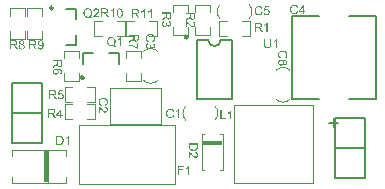
<source format=gto>
G04*
G04 #@! TF.GenerationSoftware,Altium Limited,Altium Designer,19.0.15 (446)*
G04*
G04 Layer_Color=65535*
%FSTAX24Y24*%
%MOIN*%
G70*
G01*
G75*
%ADD10C,0.0098*%
%ADD11C,0.0039*%
%ADD12C,0.0079*%
%ADD13C,0.0070*%
%ADD14C,0.0060*%
%ADD15R,0.0140X0.1100*%
%ADD16R,0.0690X0.0180*%
G36*
X012319Y011378D02*
X012282D01*
Y011614D01*
X012282Y011614D01*
X01228Y011612D01*
X012277Y01161D01*
X012273Y011607D01*
X012268Y011603D01*
X012262Y011598D01*
X012255Y011593D01*
X012247Y011589D01*
X012246D01*
X012246Y011588D01*
X012243Y011586D01*
X012239Y011584D01*
X012234Y011582D01*
X012228Y011579D01*
X012221Y011575D01*
X012214Y011572D01*
X012208Y01157D01*
Y011606D01*
X012208D01*
X012209Y011607D01*
X012211Y011607D01*
X012213Y011608D01*
X012216Y01161D01*
X012219Y011611D01*
X012226Y011616D01*
X012235Y01162D01*
X012244Y011627D01*
X012253Y011634D01*
X012262Y011641D01*
X012263Y011641D01*
X012263Y011642D01*
X012264Y011643D01*
X012266Y011645D01*
X01227Y011649D01*
X012275Y011654D01*
X01228Y01166D01*
X012286Y011667D01*
X012291Y011674D01*
X012295Y011682D01*
X012319D01*
Y011378D01*
D02*
G37*
G36*
X012014Y01168D02*
X012023Y011679D01*
X012031Y011679D01*
X01204Y011677D01*
X012048Y011676D01*
X012048D01*
X012049Y011676D01*
X01205D01*
X012052Y011675D01*
X012057Y011673D01*
X012063Y011671D01*
X01207Y011668D01*
X012077Y011664D01*
X012085Y01166D01*
X012092Y011654D01*
X012092Y011654D01*
X012093Y011653D01*
X012094Y011652D01*
X012096Y011651D01*
X0121Y011646D01*
X012105Y01164D01*
X012111Y011633D01*
X012117Y011624D01*
X012123Y011614D01*
X012127Y011603D01*
Y011602D01*
X012128Y011601D01*
X012129Y0116D01*
X012129Y011597D01*
X012131Y011594D01*
X012131Y01159D01*
X012132Y011586D01*
X012134Y011582D01*
X012135Y011577D01*
X012136Y011571D01*
X012138Y011559D01*
X012139Y011545D01*
X01214Y01153D01*
Y01153D01*
Y011529D01*
Y011527D01*
Y011525D01*
X012139Y011522D01*
Y011518D01*
X012139Y01151D01*
X012138Y0115D01*
X012136Y01149D01*
X012134Y01148D01*
X012131Y011469D01*
Y011469D01*
X012131Y011468D01*
X012131Y011467D01*
X01213Y011465D01*
X012128Y01146D01*
X012126Y011454D01*
X012123Y011447D01*
X01212Y01144D01*
X012115Y011433D01*
X012111Y011426D01*
X01211Y011425D01*
X012109Y011423D01*
X012106Y011419D01*
X012103Y011416D01*
X012099Y011411D01*
X012094Y011407D01*
X012089Y011402D01*
X012083Y011398D01*
X012082Y011398D01*
X012081Y011396D01*
X012078Y011395D01*
X012073Y011392D01*
X012068Y01139D01*
X012062Y011388D01*
X012055Y011385D01*
X012047Y011383D01*
X012046D01*
X012045Y011382D01*
X012044Y011382D01*
X012039Y011381D01*
X012033Y011381D01*
X012026Y01138D01*
X012018Y011379D01*
X012009Y011378D01*
X011999Y011378D01*
X01189D01*
Y01168D01*
X012006D01*
X012014Y01168D01*
D02*
G37*
G36*
X015074Y015604D02*
X015037D01*
Y015841D01*
X015036Y01584D01*
X015034Y015838D01*
X015031Y015836D01*
X015027Y015833D01*
X015022Y015829D01*
X015016Y015824D01*
X015009Y01582D01*
X015001Y015815D01*
X015001D01*
X015Y015814D01*
X014998Y015813D01*
X014993Y01581D01*
X014988Y015808D01*
X014982Y015805D01*
X014975Y015802D01*
X014969Y015799D01*
X014962Y015796D01*
Y015832D01*
X014963D01*
X014964Y015833D01*
X014965Y015833D01*
X014967Y015834D01*
X01497Y015836D01*
X014973Y015838D01*
X014981Y015842D01*
X014989Y015847D01*
X014998Y015853D01*
X015007Y01586D01*
X015016Y015867D01*
X015017Y015868D01*
X015017Y015868D01*
X015019Y015869D01*
X01502Y015871D01*
X015024Y015875D01*
X01503Y01588D01*
X015035Y015886D01*
X01504Y015893D01*
X015045Y0159D01*
X01505Y015908D01*
X015074D01*
Y015604D01*
D02*
G37*
G36*
X014839D02*
X014801D01*
Y015841D01*
X014801Y01584D01*
X014799Y015838D01*
X014796Y015836D01*
X014792Y015833D01*
X014787Y015829D01*
X014781Y015824D01*
X014774Y01582D01*
X014766Y015815D01*
X014766D01*
X014765Y015814D01*
X014763Y015813D01*
X014758Y01581D01*
X014753Y015808D01*
X014747Y015805D01*
X01474Y015802D01*
X014734Y015799D01*
X014727Y015796D01*
Y015832D01*
X014728D01*
X014728Y015833D01*
X01473Y015833D01*
X014732Y015834D01*
X014735Y015836D01*
X014738Y015838D01*
X014746Y015842D01*
X014754Y015847D01*
X014763Y015853D01*
X014772Y01586D01*
X014781Y015867D01*
X014782Y015868D01*
X014782Y015868D01*
X014784Y015869D01*
X014785Y015871D01*
X014789Y015875D01*
X014794Y01588D01*
X0148Y015886D01*
X014805Y015893D01*
X01481Y0159D01*
X014815Y015908D01*
X014839D01*
Y015604D01*
D02*
G37*
G36*
X014553Y015906D02*
X014557D01*
X014566Y015906D01*
X014576Y015904D01*
X014586Y015903D01*
X014596Y015901D01*
X014601Y0159D01*
X014605Y015898D01*
X014605D01*
X014606Y015898D01*
X014608Y015897D01*
X014612Y015895D01*
X014617Y015892D01*
X014622Y015888D01*
X014628Y015883D01*
X014633Y015876D01*
X014638Y015869D01*
Y015869D01*
X014639Y015869D01*
X014641Y015866D01*
X014642Y015862D01*
X014645Y015856D01*
X014647Y015849D01*
X014649Y015841D01*
X014651Y015833D01*
X014651Y015824D01*
Y015824D01*
Y015823D01*
Y015821D01*
X014651Y015819D01*
Y015816D01*
X01465Y015813D01*
X014648Y015805D01*
X014646Y015796D01*
X014642Y015787D01*
X014637Y015778D01*
X014634Y015774D01*
X01463Y015769D01*
X01463Y015769D01*
X014629Y015768D01*
X014628Y015767D01*
X014626Y015766D01*
X014624Y015764D01*
X014621Y015762D01*
X014618Y01576D01*
X014614Y015758D01*
X01461Y015755D01*
X014605Y015753D01*
X0146Y015751D01*
X014594Y015748D01*
X014588Y015747D01*
X014581Y015744D01*
X014574Y015743D01*
X014566Y015742D01*
X014567Y015741D01*
X014569Y015741D01*
X014571Y015739D01*
X014575Y015737D01*
X014583Y015732D01*
X014586Y015729D01*
X01459Y015727D01*
X014591Y015726D01*
X014593Y015723D01*
X014596Y01572D01*
X014601Y015716D01*
X014606Y015709D01*
X014611Y015703D01*
X014617Y015695D01*
X014623Y015686D01*
X014675Y015604D01*
X014625D01*
X014586Y015667D01*
Y015668D01*
X014585Y015668D01*
X014584Y01567D01*
X014583Y015671D01*
X014579Y015676D01*
X014576Y015682D01*
X014571Y015689D01*
X014566Y015696D01*
X014561Y015703D01*
X014557Y015709D01*
X014556Y015709D01*
X014555Y015711D01*
X014553Y015713D01*
X01455Y015716D01*
X014543Y015723D01*
X01454Y015726D01*
X014536Y015729D01*
X014536Y015729D01*
X014535Y01573D01*
X014533Y01573D01*
X014531Y015732D01*
X014528Y015733D01*
X014525Y015734D01*
X014518Y015737D01*
X014517D01*
X014517Y015737D01*
X014515D01*
X014513Y015737D01*
X01451Y015738D01*
X014506D01*
X014501Y015738D01*
X01445D01*
Y015604D01*
X014409D01*
Y015907D01*
X01455D01*
X014553Y015906D01*
D02*
G37*
G36*
X013815Y01563D02*
X013778D01*
Y015866D01*
X013777Y015866D01*
X013775Y015864D01*
X013773Y015862D01*
X013768Y015858D01*
X013763Y015855D01*
X013757Y01585D01*
X01375Y015845D01*
X013742Y015841D01*
X013742D01*
X013742Y01584D01*
X013739Y015838D01*
X013735Y015836D01*
X013729Y015834D01*
X013723Y015831D01*
X013717Y015827D01*
X01371Y015824D01*
X013704Y015822D01*
Y015858D01*
X013704D01*
X013705Y015858D01*
X013707Y015859D01*
X013709Y01586D01*
X013711Y015862D01*
X013714Y015863D01*
X013722Y015868D01*
X013731Y015872D01*
X013739Y015879D01*
X013749Y015886D01*
X013758Y015893D01*
X013758Y015893D01*
X013759Y015894D01*
X01376Y015895D01*
X013762Y015896D01*
X013766Y015901D01*
X013771Y015906D01*
X013776Y015912D01*
X013782Y015919D01*
X013787Y015926D01*
X013791Y015934D01*
X013815D01*
Y01563D01*
D02*
G37*
G36*
X01353Y015932D02*
X013534D01*
X013543Y015931D01*
X013552Y01593D01*
X013563Y015929D01*
X013572Y015927D01*
X013577Y015925D01*
X013581Y015924D01*
X013582D01*
X013582Y015924D01*
X013585Y015922D01*
X013589Y015921D01*
X013593Y015917D01*
X013599Y015914D01*
X013604Y015908D01*
X01361Y015902D01*
X013615Y015895D01*
Y015895D01*
X013615Y015894D01*
X013617Y015892D01*
X013619Y015887D01*
X013621Y015882D01*
X013624Y015875D01*
X013626Y015867D01*
X013627Y015859D01*
X013627Y01585D01*
Y015849D01*
Y015848D01*
Y015847D01*
X013627Y015844D01*
Y015841D01*
X013627Y015838D01*
X013625Y015831D01*
X013622Y015822D01*
X013619Y015813D01*
X013614Y015804D01*
X01361Y015799D01*
X013607Y015795D01*
X013606Y015795D01*
X013606Y015794D01*
X013604Y015793D01*
X013603Y015792D01*
X0136Y01579D01*
X013598Y015788D01*
X013594Y015786D01*
X013591Y015783D01*
X013586Y015781D01*
X013582Y015779D01*
X013576Y015776D01*
X013571Y015774D01*
X013564Y015772D01*
X013558Y01577D01*
X01355Y015769D01*
X013542Y015768D01*
X013543Y015767D01*
X013545Y015766D01*
X013548Y015765D01*
X013551Y015763D01*
X013559Y015758D01*
X013563Y015755D01*
X013566Y015752D01*
X013567Y015751D01*
X013569Y015749D01*
X013573Y015746D01*
X013577Y015741D01*
X013582Y015735D01*
X013588Y015729D01*
X013593Y015721D01*
X0136Y015712D01*
X013652Y01563D01*
X013602D01*
X013562Y015693D01*
Y015693D01*
X013561Y015694D01*
X01356Y015695D01*
X013559Y015697D01*
X013556Y015702D01*
X013552Y015708D01*
X013547Y015715D01*
X013542Y015722D01*
X013537Y015728D01*
X013533Y015734D01*
X013533Y015735D01*
X013531Y015737D01*
X013529Y015739D01*
X013526Y015742D01*
X01352Y015749D01*
X013516Y015752D01*
X013513Y015754D01*
X013512Y015755D01*
X013511Y015755D01*
X01351Y015756D01*
X013507Y015758D01*
X013504Y015759D01*
X013501Y01576D01*
X013494Y015762D01*
X013494D01*
X013493Y015763D01*
X013491D01*
X013489Y015763D01*
X013486Y015764D01*
X013482D01*
X013478Y015764D01*
X013426D01*
Y01563D01*
X013386D01*
Y015932D01*
X013526D01*
X01353Y015932D01*
D02*
G37*
G36*
X014018Y015933D02*
X014023Y015932D01*
X01403Y015931D01*
X014037Y015929D01*
X014044Y015927D01*
X014051Y015924D01*
X014052D01*
X014052Y015923D01*
X014054Y015922D01*
X014058Y01592D01*
X014062Y015917D01*
X014067Y015912D01*
X014072Y015907D01*
X014077Y015902D01*
X014082Y015895D01*
X014082Y015894D01*
X014084Y015892D01*
X014086Y015888D01*
X014089Y015883D01*
X014092Y015876D01*
X014095Y015869D01*
X014098Y01586D01*
X014101Y01585D01*
Y01585D01*
X014101Y015849D01*
X014102Y015848D01*
X014102Y015845D01*
X014103Y015843D01*
X014103Y01584D01*
X014104Y015836D01*
X014104Y015831D01*
X014105Y015827D01*
X014106Y015821D01*
X014106Y015815D01*
X014107Y015809D01*
X014107Y015802D01*
Y015795D01*
X014108Y015787D01*
Y015779D01*
Y015778D01*
Y015777D01*
Y015774D01*
Y01577D01*
X014107Y015765D01*
Y01576D01*
X014107Y015754D01*
X014106Y015748D01*
X014105Y015734D01*
X014103Y01572D01*
X0141Y015706D01*
X014099Y015699D01*
X014096Y015693D01*
Y015692D01*
X014096Y015692D01*
X014095Y01569D01*
X014094Y015688D01*
X014093Y015685D01*
X014092Y015681D01*
X014088Y015674D01*
X014084Y015666D01*
X014078Y015657D01*
X014071Y01565D01*
X014064Y015642D01*
X014063D01*
X014063Y015641D01*
X014061Y01564D01*
X01406Y01564D01*
X014058Y015638D01*
X014055Y015636D01*
X014049Y015633D01*
X014041Y01563D01*
X014032Y015627D01*
X014021Y015626D01*
X014009Y015625D01*
X014005D01*
X014002Y015625D01*
X013998Y015626D01*
X013994Y015626D01*
X013989Y015627D01*
X013984Y015629D01*
X013978Y01563D01*
X013973Y015632D01*
X013967Y015635D01*
X013961Y015638D01*
X013956Y015641D01*
X01395Y015646D01*
X013945Y01565D01*
X01394Y015656D01*
X01394Y015656D01*
X013939Y015657D01*
X013937Y01566D01*
X013935Y015663D01*
X013933Y015667D01*
X013931Y015672D01*
X013928Y015678D01*
X013925Y015685D01*
X013922Y015693D01*
X01392Y015702D01*
X013917Y015713D01*
X013915Y015724D01*
X013913Y015736D01*
X013912Y015749D01*
X013911Y015764D01*
X01391Y015779D01*
Y015779D01*
Y015781D01*
Y015784D01*
Y015788D01*
X013911Y015792D01*
Y015798D01*
X013911Y015803D01*
X013912Y01581D01*
X013913Y015824D01*
X013915Y015838D01*
X013918Y015852D01*
X013919Y015859D01*
X013921Y015865D01*
Y015866D01*
X013922Y015867D01*
X013922Y015869D01*
X013923Y015871D01*
X013924Y015874D01*
X013926Y015877D01*
X013929Y015884D01*
X013934Y015892D01*
X01394Y0159D01*
X013946Y015909D01*
X013954Y015916D01*
X013954D01*
X013955Y015917D01*
X013956Y015917D01*
X013958Y015918D01*
X01396Y01592D01*
X013963Y015921D01*
X013969Y015925D01*
X013977Y015928D01*
X013986Y015931D01*
X013997Y015933D01*
X014009Y015934D01*
X014013D01*
X014018Y015933D01*
D02*
G37*
G36*
X011374Y01487D02*
X011376D01*
X011379Y01487D01*
X011386Y014868D01*
X011395Y014867D01*
X011404Y014864D01*
X011413Y01486D01*
X011422Y014854D01*
X011423D01*
X011423Y014854D01*
X011424Y014853D01*
X011426Y014851D01*
X01143Y014848D01*
X011436Y014843D01*
X011442Y014837D01*
X011448Y014829D01*
X011454Y01482D01*
X011459Y014809D01*
Y014809D01*
X01146Y014808D01*
X011461Y014806D01*
X011461Y014804D01*
X011462Y014801D01*
X011464Y014797D01*
X011465Y014792D01*
X011466Y014788D01*
X011467Y014782D01*
X011468Y014775D01*
X011469Y014768D01*
X01147Y014761D01*
X011471Y014753D01*
X011472Y014744D01*
X011472Y014734D01*
Y014724D01*
Y014724D01*
Y014722D01*
Y014719D01*
Y014715D01*
X011472Y01471D01*
Y014704D01*
X011472Y014698D01*
X011471Y014691D01*
X011469Y014676D01*
X011467Y01466D01*
X011464Y014646D01*
X011462Y014638D01*
X01146Y014632D01*
Y014631D01*
X011459Y01463D01*
X011458Y014629D01*
X011458Y014626D01*
X011456Y014623D01*
X011454Y01462D01*
X01145Y014612D01*
X011445Y014604D01*
X011439Y014595D01*
X011431Y014587D01*
X011422Y01458D01*
X011422D01*
X011421Y014579D01*
X01142Y014578D01*
X011418Y014577D01*
X011415Y014576D01*
X011413Y014574D01*
X011409Y014572D01*
X011406Y014571D01*
X011397Y014567D01*
X011387Y014564D01*
X011376Y014563D01*
X011364Y014562D01*
X011361D01*
X011358Y014562D01*
X011355D01*
X011352Y014563D01*
X011343Y014564D01*
X011334Y014566D01*
X011325Y01457D01*
X011315Y014575D01*
X01131Y014578D01*
X011306Y014581D01*
X011305Y014582D01*
X011305Y014582D01*
X011304Y014584D01*
X011302Y014585D01*
X011301Y014587D01*
X011298Y01459D01*
X011294Y014596D01*
X01129Y014604D01*
X011285Y014613D01*
X011282Y014624D01*
X011279Y014637D01*
X011315Y01464D01*
Y014639D01*
X011315Y014639D01*
Y014638D01*
X011316Y014636D01*
X011317Y014631D01*
X011319Y014626D01*
X011321Y01462D01*
X011324Y014614D01*
X011328Y014608D01*
X011332Y014603D01*
X011333Y014603D01*
X011334Y014601D01*
X011337Y0146D01*
X011341Y014598D01*
X011346Y014596D01*
X011351Y014594D01*
X011358Y014593D01*
X011365Y014592D01*
X011368D01*
X011371Y014593D01*
X011375Y014593D01*
X01138Y014594D01*
X011385Y014595D01*
X01139Y014597D01*
X011395Y0146D01*
X011395Y0146D01*
X011397Y014601D01*
X011399Y014603D01*
X011402Y014605D01*
X011406Y014608D01*
X011409Y014612D01*
X011413Y014616D01*
X011416Y014621D01*
X011416Y014621D01*
X011417Y014623D01*
X011419Y014626D01*
X011421Y01463D01*
X011423Y014636D01*
X011425Y014642D01*
X011427Y014649D01*
X01143Y014657D01*
Y014657D01*
X01143Y014657D01*
Y014659D01*
X01143Y01466D01*
X011431Y014665D01*
X011433Y01467D01*
X011433Y014677D01*
X011434Y014685D01*
X011435Y014693D01*
X011435Y014702D01*
Y014702D01*
Y014704D01*
Y014706D01*
Y014709D01*
X011435Y014709D01*
X011433Y014706D01*
X01143Y014703D01*
X011427Y014699D01*
X011423Y014695D01*
X011418Y01469D01*
X011412Y014685D01*
X011405Y014681D01*
X011404Y01468D01*
X011401Y014679D01*
X011397Y014677D01*
X011392Y014675D01*
X011386Y014673D01*
X011379Y014671D01*
X011371Y01467D01*
X011363Y01467D01*
X011359D01*
X011357Y01467D01*
X011353Y01467D01*
X01135Y014671D01*
X011345Y014672D01*
X011341Y014673D01*
X011331Y014676D01*
X011326Y014678D01*
X01132Y014681D01*
X011315Y014684D01*
X011309Y014688D01*
X011304Y014692D01*
X011299Y014697D01*
X011299Y014697D01*
X011298Y014698D01*
X011297Y014699D01*
X011295Y014702D01*
X011293Y014705D01*
X011291Y014708D01*
X011289Y014712D01*
X011287Y014716D01*
X011284Y014721D01*
X011282Y014726D01*
X01128Y014732D01*
X011277Y014738D01*
X011276Y014745D01*
X011275Y014753D01*
X011274Y01476D01*
X011274Y014768D01*
Y014769D01*
Y014771D01*
Y014773D01*
X011274Y014776D01*
X011274Y01478D01*
X011275Y014785D01*
X011276Y014789D01*
X011277Y014795D01*
X01128Y014806D01*
X011282Y014813D01*
X011285Y014819D01*
X011288Y014825D01*
X011292Y014831D01*
X011296Y014837D01*
X011301Y014842D01*
X011301Y014843D01*
X011302Y014844D01*
X011303Y014845D01*
X011305Y014847D01*
X011308Y014849D01*
X011312Y014851D01*
X011315Y014854D01*
X011319Y014857D01*
X011324Y014859D01*
X011329Y014861D01*
X011341Y014866D01*
X011347Y014868D01*
X011354Y014869D01*
X011361Y01487D01*
X011368Y014871D01*
X011371D01*
X011374Y01487D01*
D02*
G37*
G36*
X011128Y014869D02*
X011132D01*
X011141Y014868D01*
X011151Y014867D01*
X011161Y014866D01*
X011171Y014864D01*
X011176Y014862D01*
X01118Y014861D01*
X01118D01*
X01118Y014861D01*
X011183Y014859D01*
X011187Y014858D01*
X011192Y014854D01*
X011197Y014851D01*
X011203Y014845D01*
X011208Y014839D01*
X011213Y014832D01*
Y014832D01*
X011214Y014831D01*
X011215Y014829D01*
X011217Y014824D01*
X01122Y014819D01*
X011222Y014812D01*
X011224Y014804D01*
X011225Y014796D01*
X011226Y014787D01*
Y014786D01*
Y014785D01*
Y014784D01*
X011225Y014782D01*
Y014778D01*
X011225Y014775D01*
X011223Y014768D01*
X011221Y014759D01*
X011217Y01475D01*
X011212Y014741D01*
X011208Y014736D01*
X011205Y014732D01*
X011205Y014732D01*
X011204Y014731D01*
X011203Y01473D01*
X011201Y014729D01*
X011199Y014727D01*
X011196Y014725D01*
X011193Y014723D01*
X011189Y01472D01*
X011185Y014718D01*
X01118Y014716D01*
X011175Y014713D01*
X011169Y014711D01*
X011163Y014709D01*
X011156Y014707D01*
X011149Y014706D01*
X011141Y014705D01*
X011142Y014704D01*
X011143Y014703D01*
X011146Y014702D01*
X011149Y0147D01*
X011157Y014695D01*
X011161Y014692D01*
X011165Y014689D01*
X011166Y014688D01*
X011168Y014686D01*
X011171Y014683D01*
X011176Y014678D01*
X01118Y014672D01*
X011186Y014666D01*
X011192Y014658D01*
X011198Y014649D01*
X01125Y014567D01*
X0112D01*
X01116Y01463D01*
Y01463D01*
X011159Y014631D01*
X011159Y014632D01*
X011157Y014634D01*
X011154Y014639D01*
X01115Y014645D01*
X011146Y014652D01*
X011141Y014659D01*
X011136Y014665D01*
X011132Y014671D01*
X011131Y014672D01*
X01113Y014674D01*
X011128Y014676D01*
X011125Y014679D01*
X011118Y014686D01*
X011114Y014689D01*
X011111Y014691D01*
X011111Y014692D01*
X01111Y014692D01*
X011108Y014693D01*
X011105Y014695D01*
X011103Y014696D01*
X0111Y014697D01*
X011093Y014699D01*
X011092D01*
X011091Y0147D01*
X01109D01*
X011087Y0147D01*
X011084Y014701D01*
X011081D01*
X011076Y014701D01*
X011024D01*
Y014567D01*
X010984D01*
Y014869D01*
X011125D01*
X011128Y014869D01*
D02*
G37*
G36*
X010498D02*
X010502D01*
X010511Y014868D01*
X010521Y014867D01*
X010531Y014866D01*
X010541Y014864D01*
X010546Y014862D01*
X01055Y014861D01*
X01055D01*
X010551Y014861D01*
X010553Y014859D01*
X010557Y014858D01*
X010562Y014854D01*
X010567Y014851D01*
X010573Y014845D01*
X010578Y014839D01*
X010583Y014832D01*
Y014832D01*
X010584Y014831D01*
X010586Y014829D01*
X010587Y014824D01*
X01059Y014819D01*
X010592Y014812D01*
X010594Y014804D01*
X010596Y014796D01*
X010596Y014787D01*
Y014786D01*
Y014785D01*
Y014784D01*
X010596Y014782D01*
Y014778D01*
X010595Y014775D01*
X010593Y014768D01*
X010591Y014759D01*
X010587Y01475D01*
X010582Y014741D01*
X010579Y014736D01*
X010575Y014732D01*
X010575Y014732D01*
X010574Y014731D01*
X010573Y01473D01*
X010571Y014729D01*
X010569Y014727D01*
X010566Y014725D01*
X010563Y014723D01*
X010559Y01472D01*
X010555Y014718D01*
X01055Y014716D01*
X010545Y014713D01*
X010539Y014711D01*
X010533Y014709D01*
X010526Y014707D01*
X010519Y014706D01*
X010511Y014705D01*
X010512Y014704D01*
X010513Y014703D01*
X010516Y014702D01*
X01052Y0147D01*
X010527Y014695D01*
X010531Y014692D01*
X010535Y014689D01*
X010536Y014688D01*
X010538Y014686D01*
X010541Y014683D01*
X010546Y014678D01*
X010551Y014672D01*
X010556Y014666D01*
X010562Y014658D01*
X010568Y014649D01*
X01062Y014567D01*
X01057D01*
X01053Y01463D01*
Y01463D01*
X01053Y014631D01*
X010529Y014632D01*
X010527Y014634D01*
X010524Y014639D01*
X01052Y014645D01*
X010516Y014652D01*
X010511Y014659D01*
X010506Y014665D01*
X010502Y014671D01*
X010501Y014672D01*
X0105Y014674D01*
X010498Y014676D01*
X010495Y014679D01*
X010488Y014686D01*
X010485Y014689D01*
X010481Y014691D01*
X010481Y014692D01*
X01048Y014692D01*
X010478Y014693D01*
X010475Y014695D01*
X010473Y014696D01*
X01047Y014697D01*
X010463Y014699D01*
X010462D01*
X010461Y0147D01*
X01046D01*
X010457Y0147D01*
X010454Y014701D01*
X010451D01*
X010446Y014701D01*
X010395D01*
Y014567D01*
X010354D01*
Y014869D01*
X010495D01*
X010498Y014869D01*
D02*
G37*
G36*
X010749Y01487D02*
X010752Y01487D01*
X010756Y014869D01*
X01076Y014869D01*
X010765Y014868D01*
X010775Y014865D01*
X010786Y014861D01*
X010791Y014858D01*
X010796Y014855D01*
X010801Y014851D01*
X010806Y014847D01*
X010806Y014847D01*
X010807Y014847D01*
X010808Y014845D01*
X01081Y014844D01*
X010811Y014841D01*
X010814Y014838D01*
X010818Y014832D01*
X010822Y014823D01*
X010826Y014814D01*
X010829Y014803D01*
X01083Y014797D01*
X01083Y014791D01*
Y014791D01*
Y01479D01*
Y014788D01*
X01083Y014784D01*
X010829Y014779D01*
X010828Y014773D01*
X010825Y014767D01*
X010823Y014761D01*
X010819Y014754D01*
X010818Y014754D01*
X010817Y014752D01*
X010814Y014749D01*
X010811Y014746D01*
X010806Y014742D01*
X0108Y014738D01*
X010794Y014734D01*
X010786Y01473D01*
X010786D01*
X010787Y01473D01*
X010788Y014729D01*
X01079Y014729D01*
X010795Y014726D01*
X010801Y014723D01*
X010808Y014719D01*
X010815Y014714D01*
X010821Y014708D01*
X010828Y014701D01*
Y014701D01*
X010828Y0147D01*
X01083Y014698D01*
X010832Y014693D01*
X010835Y014688D01*
X010838Y014681D01*
X01084Y014672D01*
X010842Y014663D01*
X010842Y014653D01*
Y014653D01*
Y014651D01*
Y014649D01*
X010842Y014646D01*
X010842Y014643D01*
X010841Y014639D01*
X01084Y014635D01*
X010839Y01463D01*
X010836Y01462D01*
X010834Y014615D01*
X010831Y014609D01*
X010828Y014604D01*
X010824Y014598D01*
X01082Y014593D01*
X010815Y014588D01*
X010814Y014587D01*
X010814Y014587D01*
X010812Y014585D01*
X01081Y014584D01*
X010807Y014582D01*
X010804Y01458D01*
X0108Y014577D01*
X010796Y014575D01*
X010791Y014572D01*
X010785Y01457D01*
X010779Y014568D01*
X010773Y014566D01*
X010766Y014564D01*
X010759Y014563D01*
X010751Y014562D01*
X010743Y014562D01*
X010738D01*
X010735Y014562D01*
X010731Y014563D01*
X010727Y014563D01*
X010722Y014564D01*
X010717Y014565D01*
X010705Y014568D01*
X010699Y01457D01*
X010693Y014573D01*
X010687Y014576D01*
X010681Y014579D01*
X010676Y014583D01*
X01067Y014588D01*
X01067Y014588D01*
X010669Y014589D01*
X010668Y014591D01*
X010666Y014593D01*
X010664Y014595D01*
X010662Y014598D01*
X010659Y014602D01*
X010657Y014606D01*
X010654Y014611D01*
X010652Y014616D01*
X010648Y014627D01*
X010646Y014633D01*
X010645Y01464D01*
X010644Y014647D01*
X010643Y014654D01*
Y014654D01*
Y014655D01*
Y014657D01*
X010644Y014659D01*
Y014661D01*
X010644Y014664D01*
X010645Y014671D01*
X010647Y014679D01*
X010649Y014687D01*
X010653Y014695D01*
X010658Y014703D01*
Y014704D01*
X010659Y014704D01*
X010661Y014706D01*
X010664Y01471D01*
X010669Y014714D01*
X010675Y014719D01*
X010683Y014723D01*
X010691Y014727D01*
X010701Y01473D01*
X0107D01*
X0107Y014731D01*
X010699Y014731D01*
X010697Y014732D01*
X010693Y014734D01*
X010688Y014736D01*
X010682Y01474D01*
X010676Y014744D01*
X010671Y014749D01*
X010666Y014754D01*
X010666Y014755D01*
X010665Y014757D01*
X010663Y014761D01*
X010661Y014765D01*
X010659Y014771D01*
X010657Y014777D01*
X010656Y014785D01*
X010655Y014792D01*
Y014793D01*
Y014794D01*
Y014795D01*
X010656Y014798D01*
X010656Y014801D01*
X010657Y014804D01*
X010658Y014812D01*
X010661Y01482D01*
X010665Y01483D01*
X010668Y014834D01*
X010671Y014839D01*
X010675Y014844D01*
X010679Y014848D01*
X010679Y014848D01*
X01068Y014849D01*
X010682Y01485D01*
X010683Y014851D01*
X010686Y014853D01*
X010689Y014855D01*
X010692Y014857D01*
X010696Y014859D01*
X0107Y014861D01*
X010705Y014864D01*
X01071Y014865D01*
X010716Y014867D01*
X010728Y01487D01*
X010735Y01487D01*
X010742Y014871D01*
X010746D01*
X010749Y01487D01*
D02*
G37*
G36*
X014633Y014921D02*
X014633Y014917D01*
Y014913D01*
X014632Y014904D01*
X014631Y014895D01*
X01463Y014884D01*
X014627Y014874D01*
X014626Y01487D01*
X014625Y014866D01*
Y014865D01*
X014624Y014865D01*
X014623Y014862D01*
X014621Y014858D01*
X014618Y014853D01*
X014614Y014848D01*
X014609Y014843D01*
X014603Y014837D01*
X014596Y014832D01*
X014596D01*
X014595Y014832D01*
X014592Y01483D01*
X014588Y014828D01*
X014582Y014825D01*
X014576Y014823D01*
X014568Y014821D01*
X01456Y01482D01*
X014551Y014819D01*
X01455D01*
X014549D01*
X014547D01*
X014545Y01482D01*
X014542D01*
X014539Y01482D01*
X014532Y014822D01*
X014523Y014825D01*
X014514Y014828D01*
X014505Y014833D01*
X0145Y014837D01*
X014496Y01484D01*
X014495Y014841D01*
X014495Y014841D01*
X014494Y014843D01*
X014492Y014844D01*
X014491Y014846D01*
X014489Y014849D01*
X014487Y014853D01*
X014484Y014856D01*
X014482Y01486D01*
X01448Y014865D01*
X014477Y01487D01*
X014475Y014876D01*
X014473Y014883D01*
X014471Y014889D01*
X01447Y014897D01*
X014468Y014905D01*
X014468Y014904D01*
X014467Y014902D01*
X014465Y014899D01*
X014464Y014896D01*
X014459Y014888D01*
X014456Y014884D01*
X014453Y014881D01*
X014452Y01488D01*
X01445Y014877D01*
X014447Y014874D01*
X014442Y01487D01*
X014436Y014865D01*
X014429Y014859D01*
X014422Y014853D01*
X014413Y014847D01*
X014331Y014795D01*
Y014845D01*
X014394Y014885D01*
X014394D01*
X014395Y014886D01*
X014396Y014887D01*
X014398Y014888D01*
X014403Y014891D01*
X014409Y014895D01*
X014415Y0149D01*
X014422Y014905D01*
X014429Y014909D01*
X014435Y014914D01*
X014436Y014914D01*
X014437Y014915D01*
X01444Y014918D01*
X014443Y014921D01*
X01445Y014927D01*
X014453Y014931D01*
X014455Y014934D01*
X014456Y014935D01*
X014456Y014936D01*
X014457Y014937D01*
X014458Y01494D01*
X01446Y014943D01*
X014461Y014946D01*
X014463Y014953D01*
Y014953D01*
X014464Y014954D01*
Y014956D01*
X014464Y014958D01*
X014464Y014961D01*
Y014964D01*
X014465Y014969D01*
Y015021D01*
X014331D01*
Y015061D01*
X014633D01*
Y014921D01*
D02*
G37*
G36*
X014629Y014573D02*
X0146D01*
X014599Y014574D01*
X014599Y014575D01*
X014597Y014576D01*
X014594Y014578D01*
X014591Y014581D01*
X014588Y014584D01*
X014583Y014588D01*
X014578Y014592D01*
X014573Y014596D01*
X014567Y0146D01*
X01456Y014605D01*
X014553Y01461D01*
X014545Y014615D01*
X014537Y014621D01*
X014527Y014626D01*
X014518Y014631D01*
X014518Y014631D01*
X014516Y014632D01*
X014513Y014634D01*
X014509Y014636D01*
X014505Y014638D01*
X014499Y014641D01*
X014493Y014644D01*
X014486Y014647D01*
X014478Y01465D01*
X014471Y014654D01*
X014462Y014658D01*
X014453Y014661D01*
X014434Y014668D01*
X014414Y014675D01*
X014413D01*
X014412Y014675D01*
X01441Y014676D01*
X014407Y014676D01*
X014404Y014677D01*
X014399Y014678D01*
X014395Y01468D01*
X014389Y01468D01*
X014383Y014682D01*
X014377Y014683D01*
X014363Y014685D01*
X014347Y014687D01*
X014331Y014689D01*
Y014727D01*
X014331D01*
X014332D01*
X014334D01*
X014337Y014726D01*
X01434D01*
X014345Y014726D01*
X014349Y014725D01*
X014355Y014725D01*
X014361Y014724D01*
X014367Y014723D01*
X014374Y014722D01*
X014382Y014721D01*
X01439Y014719D01*
X014398Y014718D01*
X014416Y014713D01*
X014417D01*
X014419Y014713D01*
X014421Y014712D01*
X014425Y014711D01*
X014429Y014709D01*
X014435Y014707D01*
X014441Y014706D01*
X014447Y014703D01*
X014455Y0147D01*
X014462Y014698D01*
X014479Y014691D01*
X014496Y014683D01*
X014514Y014675D01*
X014514Y014674D01*
X014516Y014673D01*
X014518Y014672D01*
X014522Y01467D01*
X014526Y014668D01*
X01453Y014665D01*
X014536Y014662D01*
X014541Y014659D01*
X014554Y01465D01*
X014567Y014641D01*
X014581Y014631D01*
X014593Y014621D01*
Y014769D01*
X014629D01*
Y014573D01*
D02*
G37*
G36*
X012129Y013164D02*
X012008D01*
X011992Y013083D01*
X011992Y013083D01*
X011993Y013084D01*
X011994Y013084D01*
X011997Y013086D01*
X011999Y013087D01*
X012002Y013089D01*
X012009Y013092D01*
X012018Y013096D01*
X012028Y013099D01*
X012038Y013101D01*
X012043Y013102D01*
X012053D01*
X012056Y013101D01*
X012059Y013101D01*
X012063Y013101D01*
X012067Y0131D01*
X012072Y013098D01*
X012083Y013095D01*
X012088Y013093D01*
X012094Y01309D01*
X0121Y013087D01*
X012105Y013084D01*
X012111Y013079D01*
X012116Y013074D01*
X012116Y013074D01*
X012117Y013073D01*
X012119Y013072D01*
X01212Y01307D01*
X012122Y013067D01*
X012125Y013063D01*
X012127Y01306D01*
X01213Y013055D01*
X012132Y01305D01*
X012135Y013045D01*
X012137Y013039D01*
X012139Y013033D01*
X012141Y013026D01*
X012142Y013019D01*
X012143Y013011D01*
X012143Y013004D01*
Y013003D01*
Y013002D01*
Y013D01*
X012143Y012997D01*
X012143Y012993D01*
X012142Y012989D01*
X012141Y012984D01*
X01214Y01298D01*
X012138Y012968D01*
X012133Y012956D01*
X012131Y01295D01*
X012127Y012945D01*
X012124Y012938D01*
X012119Y012933D01*
X012119Y012932D01*
X012118Y012931D01*
X012116Y012929D01*
X012114Y012927D01*
X012111Y012924D01*
X012108Y012921D01*
X012103Y012918D01*
X012098Y012914D01*
X012093Y012911D01*
X012087Y012908D01*
X01208Y012905D01*
X012074Y012902D01*
X012066Y0129D01*
X012058Y012898D01*
X012049Y012897D01*
X01204Y012896D01*
X012036D01*
X012033Y012897D01*
X012029Y012897D01*
X012025Y012897D01*
X012021Y012898D01*
X012016Y012899D01*
X012005Y012902D01*
X011994Y012906D01*
X011988Y012908D01*
X011983Y012911D01*
X011977Y012915D01*
X011972Y012919D01*
X011972Y012919D01*
X011971Y01292D01*
X01197Y012921D01*
X011968Y012923D01*
X011966Y012925D01*
X011964Y012928D01*
X011961Y012931D01*
X011959Y012935D01*
X011956Y012939D01*
X011954Y012944D01*
X011949Y012955D01*
X011945Y012967D01*
X011944Y012973D01*
X011943Y01298D01*
X011982Y012983D01*
Y012983D01*
Y012982D01*
X011982Y012981D01*
X011983Y012979D01*
X011984Y012974D01*
X011986Y012967D01*
X011988Y012961D01*
X011992Y012953D01*
X011996Y012947D01*
X012001Y012941D01*
X012002Y01294D01*
X012004Y012938D01*
X012008Y012936D01*
X012012Y012934D01*
X012018Y012931D01*
X012024Y012929D01*
X012032Y012927D01*
X01204Y012927D01*
X012042D01*
X012044Y012927D01*
X012049Y012928D01*
X012056Y012929D01*
X012063Y012931D01*
X01207Y012935D01*
X012078Y01294D01*
X012082Y012943D01*
X012085Y012947D01*
X012086Y012947D01*
X012086Y012948D01*
X012087Y012949D01*
X012088Y01295D01*
X012091Y012955D01*
X012095Y012961D01*
X012098Y012969D01*
X012101Y012978D01*
X012103Y012989D01*
X012104Y012994D01*
Y013001D01*
Y013001D01*
Y013002D01*
Y013004D01*
X012104Y013006D01*
Y013008D01*
X012103Y013011D01*
X012102Y013018D01*
X0121Y013027D01*
X012097Y013035D01*
X012092Y013043D01*
X012086Y01305D01*
Y013051D01*
X012085Y013051D01*
X012083Y013053D01*
X012079Y013056D01*
X012074Y01306D01*
X012067Y013063D01*
X012059Y013066D01*
X01205Y013068D01*
X012045Y013069D01*
X012036D01*
X012033Y013069D01*
X012028Y013068D01*
X012023Y013067D01*
X012018Y013066D01*
X012012Y013063D01*
X012007Y013061D01*
X012006Y01306D01*
X012004Y01306D01*
X012002Y013057D01*
X011998Y013055D01*
X011995Y013052D01*
X011991Y013048D01*
X011987Y013044D01*
X011984Y013039D01*
X011949Y013044D01*
X011979Y0132D01*
X012129D01*
Y013164D01*
D02*
G37*
G36*
X011797Y013203D02*
X011801D01*
X01181Y013203D01*
X01182Y013202D01*
X011831Y0132D01*
X01184Y013198D01*
X011845Y013197D01*
X011849Y013195D01*
X011849D01*
X01185Y013195D01*
X011852Y013194D01*
X011856Y013192D01*
X011861Y013189D01*
X011866Y013185D01*
X011872Y01318D01*
X011877Y013174D01*
X011883Y013167D01*
Y013166D01*
X011883Y013166D01*
X011885Y013163D01*
X011886Y013159D01*
X011889Y013153D01*
X011891Y013147D01*
X011893Y013139D01*
X011895Y01313D01*
X011895Y013121D01*
Y013121D01*
Y01312D01*
Y013118D01*
X011895Y013116D01*
Y013113D01*
X011894Y01311D01*
X011893Y013102D01*
X01189Y013094D01*
X011886Y013084D01*
X011881Y013075D01*
X011878Y013071D01*
X011874Y013067D01*
X011874Y013066D01*
X011873Y013066D01*
X011872Y013064D01*
X01187Y013063D01*
X011868Y013061D01*
X011865Y01306D01*
X011862Y013057D01*
X011859Y013055D01*
X011854Y013053D01*
X011849Y01305D01*
X011844Y013048D01*
X011838Y013046D01*
X011832Y013044D01*
X011825Y013042D01*
X011818Y01304D01*
X01181Y013039D01*
X011811Y013039D01*
X011813Y013038D01*
X011815Y013036D01*
X011819Y013034D01*
X011827Y013029D01*
X011831Y013026D01*
X011834Y013024D01*
X011835Y013023D01*
X011837Y013021D01*
X011841Y013017D01*
X011845Y013013D01*
X01185Y013007D01*
X011855Y013D01*
X011861Y012992D01*
X011867Y012983D01*
X011919Y012901D01*
X011869D01*
X01183Y012964D01*
Y012965D01*
X011829Y012966D01*
X011828Y012967D01*
X011827Y012969D01*
X011824Y012973D01*
X01182Y01298D01*
X011815Y012986D01*
X01181Y012993D01*
X011805Y013D01*
X011801Y013006D01*
X0118Y013006D01*
X011799Y013008D01*
X011797Y013011D01*
X011794Y013014D01*
X011787Y01302D01*
X011784Y013023D01*
X01178Y013026D01*
X01178Y013026D01*
X011779Y013027D01*
X011777Y013028D01*
X011775Y013029D01*
X011772Y01303D01*
X011769Y013032D01*
X011762Y013034D01*
X011761D01*
X011761Y013034D01*
X011759D01*
X011757Y013035D01*
X011754Y013035D01*
X01175D01*
X011745Y013036D01*
X011694D01*
Y012901D01*
X011654D01*
Y013204D01*
X011794D01*
X011797Y013203D01*
D02*
G37*
G36*
X012064Y01239D02*
X012105D01*
Y012356D01*
X012064D01*
Y012283D01*
X012027D01*
Y012356D01*
X011895D01*
Y01239D01*
X012034Y012586D01*
X012064D01*
Y01239D01*
D02*
G37*
G36*
X011762Y012585D02*
X011766D01*
X011776Y012585D01*
X011785Y012584D01*
X011796Y012582D01*
X011805Y01258D01*
X01181Y012579D01*
X011814Y012578D01*
X011814D01*
X011815Y012577D01*
X011818Y012576D01*
X011821Y012574D01*
X011826Y012571D01*
X011832Y012567D01*
X011837Y012562D01*
X011842Y012556D01*
X011848Y012549D01*
Y012548D01*
X011848Y012548D01*
X01185Y012545D01*
X011852Y012541D01*
X011854Y012535D01*
X011856Y012529D01*
X011859Y012521D01*
X01186Y012512D01*
X01186Y012503D01*
Y012503D01*
Y012502D01*
Y0125D01*
X01186Y012498D01*
Y012495D01*
X011859Y012492D01*
X011858Y012484D01*
X011855Y012476D01*
X011852Y012467D01*
X011846Y012457D01*
X011843Y012453D01*
X011839Y012449D01*
X011839Y012448D01*
X011838Y012448D01*
X011837Y012446D01*
X011835Y012445D01*
X011833Y012443D01*
X011831Y012442D01*
X011827Y012439D01*
X011824Y012437D01*
X011819Y012435D01*
X011814Y012432D01*
X011809Y01243D01*
X011804Y012428D01*
X011797Y012426D01*
X01179Y012424D01*
X011783Y012422D01*
X011775Y012421D01*
X011776Y012421D01*
X011778Y01242D01*
X01178Y012418D01*
X011784Y012416D01*
X011792Y012412D01*
X011796Y012408D01*
X011799Y012406D01*
X0118Y012405D01*
X011802Y012403D01*
X011806Y012399D01*
X01181Y012395D01*
X011815Y012389D01*
X011821Y012382D01*
X011826Y012374D01*
X011832Y012366D01*
X011884Y012283D01*
X011835D01*
X011795Y012346D01*
Y012347D01*
X011794Y012348D01*
X011793Y012349D01*
X011792Y012351D01*
X011789Y012356D01*
X011785Y012362D01*
X01178Y012368D01*
X011775Y012375D01*
X01177Y012382D01*
X011766Y012388D01*
X011766Y012388D01*
X011764Y01239D01*
X011762Y012393D01*
X011759Y012396D01*
X011752Y012402D01*
X011749Y012405D01*
X011745Y012408D01*
X011745Y012408D01*
X011744Y012409D01*
X011742Y01241D01*
X01174Y012411D01*
X011737Y012412D01*
X011734Y012414D01*
X011727Y012416D01*
X011727D01*
X011726Y012416D01*
X011724D01*
X011722Y012417D01*
X011719Y012417D01*
X011715D01*
X01171Y012418D01*
X011659D01*
Y012283D01*
X011619D01*
Y012586D01*
X011759D01*
X011762Y012585D01*
D02*
G37*
G36*
X013231Y015933D02*
X013234Y015933D01*
X013238Y015932D01*
X013243Y015931D01*
X013248Y015931D01*
X013259Y015928D01*
X013271Y015923D01*
X013276Y015921D01*
X013282Y015917D01*
X013287Y015914D01*
X013292Y015909D01*
X013293Y015909D01*
X013293Y015908D01*
X013294Y015907D01*
X013296Y015905D01*
X013298Y015903D01*
X0133Y0159D01*
X013303Y015896D01*
X013305Y015893D01*
X01331Y015884D01*
X013314Y015874D01*
X013316Y015869D01*
X013317Y015862D01*
X013317Y015856D01*
X013318Y01585D01*
Y015849D01*
Y015847D01*
X013317Y015843D01*
X013317Y015838D01*
X013316Y015833D01*
X013314Y015827D01*
X013313Y01582D01*
X01331Y015814D01*
X01331Y015813D01*
X013309Y015811D01*
X013307Y015807D01*
X013304Y015803D01*
X013301Y015797D01*
X013297Y015791D01*
X013291Y015784D01*
X013285Y015777D01*
X013284Y015776D01*
X013282Y015773D01*
X01328Y015771D01*
X013278Y015769D01*
X013275Y015766D01*
X013272Y015763D01*
X013268Y015759D01*
X013264Y015755D01*
X013259Y015751D01*
X013254Y015746D01*
X013248Y015741D01*
X013242Y015736D01*
X013235Y01573D01*
X013228Y015724D01*
X013228Y015723D01*
X013227Y015723D01*
X013225Y015721D01*
X013223Y01572D01*
X01322Y015717D01*
X013217Y015714D01*
X01321Y015709D01*
X013203Y015702D01*
X013196Y015695D01*
X01319Y01569D01*
X013187Y015688D01*
X013185Y015685D01*
X013185Y015685D01*
X013183Y015684D01*
X013182Y015682D01*
X013179Y015679D01*
X013177Y015676D01*
X013175Y015673D01*
X013169Y015666D01*
X013318D01*
Y01563D01*
X013118D01*
Y01563D01*
Y015632D01*
Y015635D01*
X013118Y015638D01*
X013119Y015642D01*
X01312Y015647D01*
X01312Y015651D01*
X013122Y015656D01*
Y015656D01*
X013123Y015657D01*
X013123Y015659D01*
X013125Y015663D01*
X013128Y015668D01*
X013131Y015674D01*
X013136Y015681D01*
X013141Y015688D01*
X013147Y015696D01*
Y015696D01*
X013147Y015697D01*
X01315Y015699D01*
X013154Y015703D01*
X013159Y015709D01*
X013166Y015716D01*
X013174Y015723D01*
X013184Y015732D01*
X013195Y015741D01*
X013196Y015742D01*
X013197Y015743D01*
X0132Y015745D01*
X013203Y015748D01*
X013207Y015751D01*
X013212Y015755D01*
X013217Y01576D01*
X013222Y015765D01*
X013233Y015775D01*
X013244Y015785D01*
X013249Y015791D01*
X013254Y015796D01*
X013259Y015801D01*
X013262Y015806D01*
Y015806D01*
X013263Y015806D01*
X013264Y015808D01*
X013265Y01581D01*
X013268Y015814D01*
X013271Y01582D01*
X013274Y015827D01*
X013277Y015834D01*
X013279Y015843D01*
X01328Y015851D01*
Y015851D01*
Y015851D01*
X013279Y015854D01*
X013279Y015858D01*
X013278Y015863D01*
X013276Y015869D01*
X013273Y015876D01*
X013269Y015882D01*
X013264Y015888D01*
X013263Y015889D01*
X013261Y01589D01*
X013258Y015893D01*
X013253Y015896D01*
X013247Y015898D01*
X01324Y015901D01*
X013231Y015903D01*
X013222Y015903D01*
X01322D01*
X013218Y015903D01*
X013213Y015902D01*
X013206Y015901D01*
X0132Y015899D01*
X013193Y015896D01*
X013186Y015892D01*
X013179Y015887D01*
X013178Y015886D01*
X013176Y015884D01*
X013174Y01588D01*
X013171Y015875D01*
X013168Y015869D01*
X013165Y015861D01*
X013164Y015852D01*
X013163Y015842D01*
X013125Y015846D01*
Y015847D01*
X013125Y015848D01*
Y01585D01*
X013126Y015853D01*
X013127Y015857D01*
X013127Y015861D01*
X013129Y015865D01*
X01313Y01587D01*
X013134Y015881D01*
X013139Y015891D01*
X013142Y015896D01*
X013146Y015902D01*
X01315Y015907D01*
X013154Y015911D01*
X013154Y015911D01*
X013155Y015912D01*
X013157Y015913D01*
X013159Y015914D01*
X013161Y015916D01*
X013165Y015918D01*
X013168Y01592D01*
X013172Y015922D01*
X013177Y015924D01*
X013182Y015927D01*
X013188Y015928D01*
X013194Y01593D01*
X013201Y015931D01*
X013208Y015933D01*
X013215Y015933D01*
X013223Y015934D01*
X013227D01*
X013231Y015933D01*
D02*
G37*
G36*
X012947Y015937D02*
X012951D01*
X012955Y015937D01*
X01296Y015936D01*
X012965Y015935D01*
X012977Y015933D01*
X01299Y015929D01*
X013002Y015924D01*
X013009Y015921D01*
X013016Y015917D01*
X013016Y015917D01*
X013017Y015917D01*
X013019Y015915D01*
X013021Y015914D01*
X013024Y015912D01*
X013027Y015909D01*
X013035Y015903D01*
X013043Y015895D01*
X013051Y015886D01*
X01306Y015874D01*
X013067Y015862D01*
Y015861D01*
X013068Y01586D01*
X013068Y015858D01*
X013069Y015855D01*
X013071Y015852D01*
X013072Y015848D01*
X013074Y015843D01*
X013076Y015838D01*
X013077Y015832D01*
X013079Y015826D01*
X013081Y01582D01*
X013082Y015813D01*
X013084Y015797D01*
X013085Y015781D01*
Y015781D01*
Y015779D01*
Y015778D01*
Y015775D01*
X013084Y015772D01*
Y015768D01*
X013084Y015763D01*
X013083Y015759D01*
X013082Y015748D01*
X01308Y015737D01*
X013077Y015725D01*
X013073Y015714D01*
Y015713D01*
X013073Y015713D01*
X013072Y015711D01*
X013071Y015709D01*
X01307Y015706D01*
X013068Y015703D01*
X013065Y015696D01*
X01306Y015688D01*
X013054Y015679D01*
X013047Y015671D01*
X013039Y015662D01*
X01304D01*
X01304Y015661D01*
X013042Y01566D01*
X013044Y015659D01*
X013046Y015657D01*
X013049Y015655D01*
X013056Y015651D01*
X013064Y015647D01*
X013072Y015642D01*
X013082Y015638D01*
X01309Y015634D01*
X013078Y015606D01*
X013078D01*
X013077Y015607D01*
X013075Y015608D01*
X013073Y015609D01*
X01307Y01561D01*
X013066Y015612D01*
X013062Y015613D01*
X013058Y015616D01*
X013048Y015621D01*
X013037Y015627D01*
X013026Y015635D01*
X013013Y015643D01*
X013013D01*
X013012Y015643D01*
X01301Y015642D01*
X013008Y01564D01*
X013004Y015639D01*
X013001Y015637D01*
X012996Y015636D01*
X012991Y015634D01*
X012986Y015633D01*
X012981Y015631D01*
X012968Y015628D01*
X012954Y015626D01*
X012946Y015625D01*
X012939Y015625D01*
X012935D01*
X012932Y015625D01*
X012929D01*
X012924Y015626D01*
X012919Y015626D01*
X012914Y015627D01*
X012903Y015629D01*
X01289Y015633D01*
X012877Y015638D01*
X012871Y015641D01*
X012864Y015644D01*
X012864Y015645D01*
X012863Y015645D01*
X012861Y015647D01*
X012859Y015648D01*
X012856Y01565D01*
X012853Y015653D01*
X012846Y015659D01*
X012837Y015667D01*
X012829Y015676D01*
X012821Y015687D01*
X012813Y0157D01*
Y0157D01*
X012812Y015702D01*
X012811Y015703D01*
X012811Y015706D01*
X012809Y015709D01*
X012808Y015713D01*
X012806Y015718D01*
X012804Y015723D01*
X012803Y015729D01*
X012801Y015735D01*
X0128Y015742D01*
X012798Y015749D01*
X012796Y015765D01*
X012795Y015781D01*
Y015781D01*
Y015783D01*
Y015785D01*
X012796Y015788D01*
Y015792D01*
X012796Y015797D01*
X012797Y015802D01*
X012797Y015808D01*
X0128Y01582D01*
X012803Y015834D01*
X012807Y015848D01*
X012813Y015862D01*
X012814Y015863D01*
X012814Y015864D01*
X012815Y015866D01*
X012817Y015869D01*
X012818Y015872D01*
X012821Y015875D01*
X012827Y015883D01*
X012834Y015892D01*
X012843Y015901D01*
X012853Y01591D01*
X012865Y015918D01*
X012865Y015919D01*
X012867Y015919D01*
X012868Y01592D01*
X012871Y015921D01*
X012874Y015923D01*
X012877Y015924D01*
X012882Y015926D01*
X012887Y015928D01*
X012892Y01593D01*
X012898Y015931D01*
X012911Y015935D01*
X012925Y015937D01*
X012932Y015938D01*
X012944D01*
X012947Y015937D01*
D02*
G37*
G36*
X01405Y01467D02*
X014013D01*
Y014906D01*
X014013Y014906D01*
X01401Y014904D01*
X014008Y014902D01*
X014004Y014899D01*
X013999Y014895D01*
X013993Y01489D01*
X013986Y014885D01*
X013978Y014881D01*
X013977D01*
X013977Y01488D01*
X013974Y014878D01*
X01397Y014876D01*
X013965Y014874D01*
X013958Y014871D01*
X013952Y014868D01*
X013945Y014864D01*
X013939Y014862D01*
Y014898D01*
X013939D01*
X01394Y014899D01*
X013942Y014899D01*
X013944Y0149D01*
X013947Y014902D01*
X01395Y014903D01*
X013957Y014908D01*
X013966Y014913D01*
X013975Y014919D01*
X013984Y014926D01*
X013993Y014933D01*
X013993Y014934D01*
X013994Y014934D01*
X013995Y014935D01*
X013997Y014937D01*
X014001Y014941D01*
X014006Y014946D01*
X014011Y014952D01*
X014017Y014959D01*
X014022Y014966D01*
X014026Y014974D01*
X01405D01*
Y01467D01*
D02*
G37*
G36*
X013734Y014977D02*
X013738D01*
X013742Y014977D01*
X013747Y014976D01*
X013753Y014975D01*
X013764Y014973D01*
X013777Y014969D01*
X01379Y014964D01*
X013796Y014961D01*
X013803Y014958D01*
X013803Y014957D01*
X013804Y014957D01*
X013806Y014955D01*
X013809Y014954D01*
X013811Y014952D01*
X013815Y014949D01*
X013822Y014943D01*
X01383Y014935D01*
X013839Y014926D01*
X013847Y014914D01*
X013854Y014902D01*
Y014901D01*
X013855Y0149D01*
X013856Y014898D01*
X013857Y014895D01*
X013858Y014892D01*
X01386Y014888D01*
X013861Y014883D01*
X013863Y014878D01*
X013865Y014872D01*
X013866Y014866D01*
X013868Y01486D01*
X013869Y014853D01*
X013871Y014837D01*
X013872Y014821D01*
Y014821D01*
Y014819D01*
Y014818D01*
Y014815D01*
X013872Y014812D01*
Y014808D01*
X013871Y014803D01*
X013871Y014799D01*
X013869Y014788D01*
X013867Y014777D01*
X013865Y014765D01*
X013861Y014754D01*
Y014753D01*
X01386Y014753D01*
X013859Y014751D01*
X013858Y014749D01*
X013857Y014746D01*
X013856Y014743D01*
X013852Y014736D01*
X013848Y014728D01*
X013841Y014719D01*
X013834Y014711D01*
X013827Y014702D01*
X013827D01*
X013828Y014701D01*
X013829Y0147D01*
X013831Y014699D01*
X013834Y014697D01*
X013837Y014695D01*
X013843Y014691D01*
X013851Y014687D01*
X01386Y014682D01*
X013869Y014678D01*
X013878Y014674D01*
X013866Y014646D01*
X013865D01*
X013865Y014647D01*
X013863Y014648D01*
X01386Y014649D01*
X013857Y01465D01*
X013854Y014652D01*
X01385Y014653D01*
X013845Y014656D01*
X013836Y014661D01*
X013825Y014667D01*
X013813Y014675D01*
X013801Y014684D01*
X0138D01*
X013799Y014683D01*
X013797Y014682D01*
X013795Y01468D01*
X013792Y014679D01*
X013788Y014677D01*
X013784Y014676D01*
X013779Y014674D01*
X013774Y014673D01*
X013768Y014671D01*
X013755Y014668D01*
X013741Y014666D01*
X013734Y014665D01*
X013726Y014665D01*
X013723D01*
X013719Y014665D01*
X013716D01*
X013712Y014666D01*
X013707Y014667D01*
X013702Y014667D01*
X01369Y01467D01*
X013678Y014673D01*
X013664Y014678D01*
X013658Y014681D01*
X013652Y014684D01*
X013651Y014685D01*
X01365Y014685D01*
X013649Y014687D01*
X013646Y014688D01*
X013643Y01469D01*
X01364Y014693D01*
X013633Y014699D01*
X013625Y014707D01*
X013616Y014716D01*
X013608Y014727D01*
X013601Y01474D01*
Y01474D01*
X0136Y014742D01*
X013599Y014743D01*
X013598Y014746D01*
X013597Y01475D01*
X013595Y014753D01*
X013593Y014758D01*
X013592Y014764D01*
X01359Y014769D01*
X013588Y014775D01*
X013587Y014782D01*
X013585Y014789D01*
X013584Y014805D01*
X013583Y014821D01*
Y014821D01*
Y014823D01*
Y014825D01*
X013583Y014828D01*
Y014832D01*
X013584Y014837D01*
X013584Y014842D01*
X013585Y014848D01*
X013587Y014861D01*
X01359Y014874D01*
X013594Y014888D01*
X013601Y014902D01*
X013601Y014903D01*
X013601Y014904D01*
X013602Y014906D01*
X013604Y014909D01*
X013606Y014912D01*
X013608Y014915D01*
X013614Y014923D01*
X013621Y014932D01*
X01363Y014941D01*
X01364Y014951D01*
X013652Y014958D01*
X013653Y014959D01*
X013654Y014959D01*
X013656Y01496D01*
X013658Y014961D01*
X013661Y014963D01*
X013665Y014965D01*
X013669Y014966D01*
X013674Y014968D01*
X01368Y01497D01*
X013685Y014972D01*
X013698Y014975D01*
X013712Y014977D01*
X013719Y014978D01*
X013731D01*
X013734Y014977D01*
D02*
G37*
G36*
X012085Y014072D02*
X012085Y014069D01*
Y014065D01*
X012084Y014056D01*
X012083Y014046D01*
X012082Y014036D01*
X012079Y014026D01*
X012078Y014021D01*
X012077Y014017D01*
Y014017D01*
X012076Y014016D01*
X012075Y014014D01*
X012073Y01401D01*
X01207Y014005D01*
X012066Y014D01*
X012061Y013994D01*
X012055Y013989D01*
X012048Y013984D01*
X012047D01*
X012047Y013983D01*
X012044Y013981D01*
X01204Y01398D01*
X012034Y013977D01*
X012028Y013975D01*
X01202Y013973D01*
X012012Y013971D01*
X012002Y013971D01*
X012002D01*
X012001D01*
X011999D01*
X011997Y013971D01*
X011994D01*
X011991Y013972D01*
X011984Y013974D01*
X011975Y013976D01*
X011966Y01398D01*
X011957Y013985D01*
X011952Y013988D01*
X011948Y013992D01*
X011947Y013992D01*
X011947Y013993D01*
X011946Y013994D01*
X011944Y013996D01*
X011943Y013998D01*
X011941Y014001D01*
X011939Y014004D01*
X011936Y014008D01*
X011934Y014012D01*
X011932Y014017D01*
X011929Y014022D01*
X011927Y014028D01*
X011925Y014034D01*
X011923Y014041D01*
X011922Y014048D01*
X01192Y014056D01*
X01192Y014055D01*
X011919Y014054D01*
X011917Y014051D01*
X011916Y014047D01*
X011911Y01404D01*
X011908Y014036D01*
X011905Y014032D01*
X011904Y014031D01*
X011902Y014029D01*
X011898Y014026D01*
X011894Y014021D01*
X011888Y014016D01*
X011881Y014011D01*
X011874Y014005D01*
X011865Y013999D01*
X011783Y013947D01*
Y013997D01*
X011846Y014036D01*
X011846D01*
X011847Y014037D01*
X011848Y014038D01*
X01185Y01404D01*
X011855Y014043D01*
X011861Y014047D01*
X011867Y014051D01*
X011874Y014056D01*
X011881Y014061D01*
X011887Y014065D01*
X011888Y014066D01*
X011889Y014067D01*
X011892Y014069D01*
X011895Y014072D01*
X011902Y014079D01*
X011905Y014082D01*
X011907Y014086D01*
X011908Y014086D01*
X011908Y014087D01*
X011909Y014089D01*
X01191Y014092D01*
X011912Y014094D01*
X011913Y014097D01*
X011915Y014104D01*
Y014105D01*
X011916Y014106D01*
Y014107D01*
X011916Y014109D01*
X011916Y014113D01*
Y014116D01*
X011917Y014121D01*
Y014172D01*
X011783D01*
Y014213D01*
X012085D01*
Y014072D01*
D02*
G37*
G36*
X011932Y013925D02*
X011938D01*
X011945Y013924D01*
X011954Y013923D01*
X011963Y013922D01*
X011973Y013921D01*
X011983Y013919D01*
X011994Y013917D01*
X012004Y013915D01*
X012015Y013911D01*
X012025Y013908D01*
X012034Y013903D01*
X012044Y013898D01*
X012051Y013893D01*
X012052Y013892D01*
X012053Y013891D01*
X012054Y01389D01*
X012057Y013887D01*
X01206Y013885D01*
X012062Y013881D01*
X012066Y013877D01*
X012069Y013873D01*
X012072Y013867D01*
X012075Y013862D01*
X012078Y013855D01*
X012081Y013849D01*
X012083Y013841D01*
X012085Y013833D01*
X012086Y013825D01*
X012086Y013816D01*
Y013813D01*
X012086Y01381D01*
Y013807D01*
X012086Y013804D01*
X012084Y013795D01*
X012082Y013786D01*
X012078Y013776D01*
X012073Y013767D01*
X01207Y013762D01*
X012066Y013758D01*
X012066Y013757D01*
X012065Y013757D01*
X012064Y013756D01*
X012063Y013754D01*
X012061Y013752D01*
X012058Y01375D01*
X012052Y013745D01*
X012044Y013741D01*
X012034Y013736D01*
X012023Y013732D01*
X012011Y01373D01*
X012008Y013767D01*
X012009D01*
X012009Y013767D01*
X012012Y013768D01*
X012016Y013769D01*
X01202Y013771D01*
X012026Y013773D01*
X012031Y013775D01*
X012036Y013778D01*
X01204Y013781D01*
X012041Y013782D01*
X012042Y013784D01*
X012045Y013787D01*
X012048Y013791D01*
X012051Y013797D01*
X012053Y013803D01*
X012055Y013811D01*
X012056Y013818D01*
Y013821D01*
X012055Y013825D01*
X012054Y013829D01*
X012053Y013834D01*
X012051Y013839D01*
X012049Y013845D01*
X012046Y01385D01*
X012045Y013851D01*
X012044Y013853D01*
X012041Y013856D01*
X012036Y01386D01*
X012031Y013864D01*
X012025Y013869D01*
X012017Y013873D01*
X012008Y013878D01*
X012008D01*
X012007Y013878D01*
X012006Y013879D01*
X012004Y01388D01*
X012001Y01388D01*
X011998Y013881D01*
X011995Y013882D01*
X01199Y013883D01*
X011985Y013884D01*
X01198Y013885D01*
X011975Y013886D01*
X011968Y013886D01*
X011961Y013887D01*
X011954Y013887D01*
X011947Y013888D01*
X011939D01*
X011939Y013887D01*
X011942Y013886D01*
X011945Y013883D01*
X01195Y013879D01*
X011955Y013874D01*
X01196Y013869D01*
X011964Y013863D01*
X011969Y013856D01*
Y013855D01*
X011969Y013855D01*
X011971Y013852D01*
X011972Y013848D01*
X011974Y013843D01*
X011976Y013837D01*
X011977Y01383D01*
X011978Y013822D01*
X011979Y013814D01*
Y013811D01*
X011978Y013808D01*
X011978Y013805D01*
X011978Y013801D01*
X011977Y013797D01*
X011975Y013793D01*
X011972Y013783D01*
X01197Y013777D01*
X011967Y013772D01*
X011964Y013767D01*
X011961Y013761D01*
X011956Y013756D01*
X011951Y013751D01*
X011951Y013751D01*
X01195Y01375D01*
X011949Y013749D01*
X011947Y013747D01*
X011943Y013745D01*
X01194Y013743D01*
X011937Y013741D01*
X011932Y013738D01*
X011927Y013735D01*
X011922Y013733D01*
X011916Y013731D01*
X01191Y013729D01*
X011903Y013728D01*
X011896Y013726D01*
X011888Y013725D01*
X011881Y013725D01*
X01188D01*
X011879D01*
X011878D01*
X011876D01*
X011873Y013725D01*
X011871D01*
X011864Y013727D01*
X011855Y013728D01*
X011846Y01373D01*
X011837Y013733D01*
X011828Y013738D01*
X011827D01*
X011827Y013738D01*
X011825Y013739D01*
X011824Y01374D01*
X011819Y013742D01*
X011814Y013746D01*
X011808Y013751D01*
X011801Y013757D01*
X011795Y013764D01*
X01179Y013771D01*
Y013772D01*
X01179Y013772D01*
X011789Y013773D01*
X011788Y013775D01*
X011786Y01378D01*
X011784Y013785D01*
X011781Y013793D01*
X01178Y013801D01*
X011778Y01381D01*
X011777Y01382D01*
Y013822D01*
X011778Y013825D01*
Y013828D01*
X011778Y013832D01*
X011779Y013836D01*
X01178Y013842D01*
X011782Y013847D01*
X011784Y013853D01*
X011786Y013859D01*
X011788Y013865D01*
X011792Y013872D01*
X011796Y013878D01*
X0118Y013884D01*
X011805Y01389D01*
X011812Y013896D01*
X011812Y013896D01*
X011813Y013897D01*
X011815Y013898D01*
X011818Y0139D01*
X011822Y013903D01*
X011826Y013905D01*
X011832Y013908D01*
X011838Y01391D01*
X011846Y013913D01*
X011854Y013916D01*
X011863Y013918D01*
X011873Y01392D01*
X011884Y013922D01*
X011897Y013924D01*
X01191Y013925D01*
X011924Y013925D01*
X011924D01*
X011925D01*
X011926D01*
X011928D01*
X011932Y013925D01*
D02*
G37*
G36*
X019057Y014734D02*
Y014733D01*
Y014732D01*
Y01473D01*
Y014726D01*
X019056Y014723D01*
Y014718D01*
X019056Y014713D01*
X019055Y014708D01*
X019054Y014696D01*
X019052Y014684D01*
X01905Y014672D01*
X019048Y014666D01*
X019046Y014661D01*
Y01466D01*
X019046Y01466D01*
X019045Y014658D01*
X019044Y014657D01*
X019041Y014652D01*
X019037Y014646D01*
X019032Y014639D01*
X019026Y014632D01*
X019018Y014624D01*
X019009Y014618D01*
X019008D01*
X019007Y014617D01*
X019006Y014616D01*
X019004Y014615D01*
X019001Y014614D01*
X018998Y014612D01*
X018994Y014611D01*
X01899Y014609D01*
X018985Y014608D01*
X01898Y014606D01*
X018974Y014605D01*
X018967Y014604D01*
X018961Y014603D01*
X018954Y014602D01*
X018938Y014601D01*
X018934D01*
X018931Y014601D01*
X018928D01*
X018923Y014602D01*
X018919Y014602D01*
X018914Y014603D01*
X018903Y014605D01*
X018891Y014607D01*
X01888Y014611D01*
X018869Y014615D01*
X018868D01*
X018867Y014616D01*
X018866Y014617D01*
X018864Y014618D01*
X01886Y014622D01*
X018854Y014626D01*
X018847Y014633D01*
X018841Y01464D01*
X018835Y014648D01*
X01883Y014658D01*
Y014658D01*
X01883Y014659D01*
X018829Y014661D01*
X018829Y014663D01*
X018828Y014666D01*
X018827Y014669D01*
X018825Y014673D01*
X018825Y014678D01*
X018824Y014683D01*
X018822Y014689D01*
X018822Y014695D01*
X018821Y014702D01*
X01882Y014709D01*
X018819Y014717D01*
X018819Y014725D01*
Y014734D01*
Y014909D01*
X018859D01*
Y014734D01*
Y014733D01*
Y014732D01*
Y01473D01*
Y014727D01*
X01886Y014724D01*
Y01472D01*
X01886Y014712D01*
X018861Y014702D01*
X018862Y014693D01*
X018864Y014684D01*
X018865Y01468D01*
X018866Y014676D01*
X018867Y014675D01*
X018867Y014673D01*
X01887Y01467D01*
X018872Y014665D01*
X018875Y014661D01*
X01888Y014656D01*
X018885Y014651D01*
X018891Y014647D01*
X018892Y014647D01*
X018894Y014646D01*
X018898Y014644D01*
X018903Y014643D01*
X018909Y01464D01*
X018917Y014639D01*
X018926Y014638D01*
X018935Y014637D01*
X018939D01*
X018942Y014638D01*
X018946D01*
X01895Y014638D01*
X018959Y01464D01*
X01897Y014642D01*
X01898Y014646D01*
X018989Y01465D01*
X018994Y014654D01*
X018998Y014657D01*
X018998Y014657D01*
X018999Y014658D01*
X018999Y014659D01*
X019001Y014661D01*
X019002Y014664D01*
X019004Y014666D01*
X019006Y01467D01*
X019007Y014674D01*
X019009Y014679D01*
X01901Y014685D01*
X019012Y014691D01*
X019013Y014698D01*
X019015Y014706D01*
X019016Y014714D01*
X019016Y014724D01*
Y014734D01*
Y014909D01*
X019057D01*
Y014734D01*
D02*
G37*
G36*
X019248Y014606D02*
X019211D01*
Y014843D01*
X01921Y014842D01*
X019208Y014841D01*
X019206Y014838D01*
X019201Y014835D01*
X019196Y014831D01*
X01919Y014827D01*
X019183Y014822D01*
X019175Y014817D01*
X019175D01*
X019175Y014816D01*
X019172Y014815D01*
X019168Y014813D01*
X019162Y01481D01*
X019156Y014807D01*
X01915Y014804D01*
X019143Y014801D01*
X019137Y014798D01*
Y014834D01*
X019137D01*
X019138Y014835D01*
X01914Y014835D01*
X019142Y014837D01*
X019144Y014838D01*
X019148Y01484D01*
X019155Y014844D01*
X019164Y014849D01*
X019172Y014855D01*
X019182Y014862D01*
X019191Y014869D01*
X019191Y01487D01*
X019192Y01487D01*
X019193Y014872D01*
X019195Y014873D01*
X019199Y014877D01*
X019204Y014882D01*
X019209Y014889D01*
X019215Y014896D01*
X01922Y014903D01*
X019224Y01491D01*
X019248D01*
Y014606D01*
D02*
G37*
G36*
X015719Y015661D02*
X015719Y015657D01*
Y015653D01*
X015718Y015644D01*
X015717Y015635D01*
X015716Y015624D01*
X015714Y015615D01*
X015712Y01561D01*
X015711Y015606D01*
Y015605D01*
X015711Y015605D01*
X015709Y015602D01*
X015708Y015598D01*
X015704Y015594D01*
X015701Y015588D01*
X015695Y015583D01*
X015689Y015577D01*
X015682Y015572D01*
X015682D01*
X015681Y015572D01*
X015679Y01557D01*
X015674Y015568D01*
X015669Y015566D01*
X015662Y015563D01*
X015654Y015561D01*
X015646Y01556D01*
X015637Y01556D01*
X015636D01*
X015635D01*
X015634D01*
X015632Y01556D01*
X015628D01*
X015625Y01556D01*
X015618Y015562D01*
X015609Y015565D01*
X0156Y015568D01*
X015591Y015574D01*
X015586Y015577D01*
X015582Y015581D01*
X015582Y015581D01*
X015581Y015581D01*
X01558Y015583D01*
X015579Y015584D01*
X015577Y015587D01*
X015575Y015589D01*
X015573Y015593D01*
X01557Y015596D01*
X015568Y015601D01*
X015566Y015605D01*
X015563Y015611D01*
X015561Y015616D01*
X015559Y015623D01*
X015557Y015629D01*
X015556Y015637D01*
X015555Y015645D01*
X015554Y015644D01*
X015553Y015642D01*
X015552Y015639D01*
X01555Y015636D01*
X015545Y015628D01*
X015542Y015624D01*
X015539Y015621D01*
X015538Y01562D01*
X015536Y015618D01*
X015533Y015614D01*
X015528Y01561D01*
X015522Y015605D01*
X015516Y015599D01*
X015508Y015594D01*
X015499Y015587D01*
X015417Y015535D01*
Y015585D01*
X01548Y015625D01*
X01548D01*
X015481Y015626D01*
X015482Y015627D01*
X015484Y015628D01*
X015489Y015631D01*
X015495Y015635D01*
X015502Y01564D01*
X015509Y015645D01*
X015515Y01565D01*
X015521Y015654D01*
X015522Y015654D01*
X015524Y015656D01*
X015526Y015658D01*
X015529Y015661D01*
X015536Y015667D01*
X015539Y015671D01*
X015541Y015674D01*
X015542Y015675D01*
X015542Y015676D01*
X015543Y015678D01*
X015545Y01568D01*
X015546Y015683D01*
X015547Y015686D01*
X015549Y015693D01*
Y015693D01*
X01555Y015694D01*
Y015696D01*
X01555Y015698D01*
X015551Y015701D01*
Y015705D01*
X015551Y015709D01*
Y015761D01*
X015417D01*
Y015801D01*
X015719D01*
Y015661D01*
D02*
G37*
G36*
X015502Y015474D02*
X015501D01*
X0155Y015474D01*
X015499Y015473D01*
X015496Y015473D01*
X015494Y015473D01*
X015491Y015472D01*
X015484Y015469D01*
X015476Y015466D01*
X015469Y015463D01*
X015462Y015458D01*
X015456Y015453D01*
X015455Y015452D01*
X015454Y01545D01*
X015451Y015447D01*
X015449Y015442D01*
X015447Y015437D01*
X015444Y015431D01*
X015443Y015423D01*
X015442Y015415D01*
Y015413D01*
X015443Y015411D01*
X015443Y015406D01*
X015444Y0154D01*
X015447Y015393D01*
X01545Y015386D01*
X015454Y015378D01*
X01546Y015371D01*
X015461Y01537D01*
X015464Y015368D01*
X015468Y015365D01*
X015473Y015362D01*
X015479Y015359D01*
X015487Y015356D01*
X015496Y015354D01*
X015505Y015353D01*
X015506D01*
X015507D01*
X015508D01*
X01551Y015353D01*
X015514Y015354D01*
X01552Y015355D01*
X015527Y015357D01*
X015534Y01536D01*
X015541Y015364D01*
X015548Y01537D01*
X015548Y015371D01*
X01555Y015373D01*
X015553Y015376D01*
X015556Y015381D01*
X015559Y015387D01*
X015562Y015395D01*
X015563Y015403D01*
X015564Y015412D01*
Y015416D01*
X015564Y015419D01*
X015563Y015423D01*
X015562Y015428D01*
X015562Y015433D01*
X01556Y015438D01*
X015593Y015434D01*
Y015432D01*
X015593Y01543D01*
Y015424D01*
X015593Y01542D01*
X015594Y015414D01*
X015596Y015407D01*
X015598Y0154D01*
X015601Y015393D01*
X015605Y015386D01*
Y015385D01*
X015605Y015385D01*
X015607Y015383D01*
X01561Y015379D01*
X015614Y015376D01*
X01562Y015372D01*
X015626Y015369D01*
X015634Y015367D01*
X015638Y015366D01*
X015643D01*
X015643D01*
X015644D01*
X015646D01*
X01565Y015367D01*
X015655Y015368D01*
X01566Y01537D01*
X015666Y015372D01*
X015671Y015376D01*
X015677Y01538D01*
X015677Y015381D01*
X015679Y015383D01*
X015681Y015386D01*
X015683Y01539D01*
X015686Y015395D01*
X015688Y015401D01*
X01569Y015408D01*
X01569Y015416D01*
Y01542D01*
X015689Y015424D01*
X015688Y015429D01*
X015687Y015435D01*
X015684Y01544D01*
X015681Y015446D01*
X015677Y015452D01*
X015676Y015452D01*
X015674Y015454D01*
X015671Y015457D01*
X015666Y01546D01*
X015661Y015463D01*
X015654Y015466D01*
X015645Y015469D01*
X015636Y01547D01*
X015642Y015508D01*
X015643D01*
X015644Y015507D01*
X015646Y015507D01*
X015649Y015506D01*
X015652Y015505D01*
X015655Y015504D01*
X015663Y015501D01*
X015673Y015497D01*
X015683Y015492D01*
X015692Y015485D01*
X0157Y015477D01*
X015701Y015476D01*
X015701Y015476D01*
X015702Y015474D01*
X015703Y015473D01*
X015705Y01547D01*
X015707Y015467D01*
X015708Y015464D01*
X015711Y01546D01*
X015714Y015452D01*
X015718Y015442D01*
X01572Y01543D01*
X015721Y015424D01*
Y015413D01*
X01572Y015408D01*
X015719Y015402D01*
X015718Y015395D01*
X015716Y015387D01*
X015713Y015379D01*
X01571Y015372D01*
Y015371D01*
X015709Y015371D01*
X015708Y015368D01*
X015705Y015364D01*
X015702Y01536D01*
X015698Y015355D01*
X015693Y015349D01*
X015687Y015344D01*
X015681Y01534D01*
X01568Y015339D01*
X015678Y015338D01*
X015674Y015336D01*
X015669Y015334D01*
X015663Y015332D01*
X015657Y01533D01*
X015649Y015329D01*
X015642Y015328D01*
X015641D01*
X015638D01*
X015635Y015329D01*
X01563Y01533D01*
X015625Y015331D01*
X015618Y015333D01*
X015612Y015336D01*
X015606Y015339D01*
X015605Y01534D01*
X015604Y015341D01*
X0156Y015344D01*
X015597Y015347D01*
X015593Y015352D01*
X015589Y015357D01*
X015585Y015363D01*
X015581Y01537D01*
Y01537D01*
X01558Y015369D01*
X01558Y015368D01*
X015579Y015366D01*
X015578Y015361D01*
X015575Y015355D01*
X015572Y015348D01*
X015567Y015341D01*
X015562Y015334D01*
X015555Y015328D01*
X015554Y015328D01*
X015552Y015326D01*
X015547Y015324D01*
X015541Y015321D01*
X015534Y015318D01*
X015526Y015316D01*
X015517Y015314D01*
X015506Y015313D01*
X015506D01*
X015504D01*
X015502D01*
X0155Y015314D01*
X015496Y015314D01*
X015492Y015315D01*
X015488Y015316D01*
X015483Y015317D01*
X015472Y01532D01*
X015467Y015323D01*
X015461Y015326D01*
X015456Y015329D01*
X01545Y015333D01*
X015444Y015338D01*
X015439Y015343D01*
X015439Y015343D01*
X015438Y015344D01*
X015437Y015346D01*
X015435Y015348D01*
X015433Y015351D01*
X01543Y015354D01*
X015428Y015358D01*
X015426Y015363D01*
X015423Y015368D01*
X01542Y015373D01*
X015418Y015379D01*
X015416Y015386D01*
X015414Y015393D01*
X015413Y0154D01*
X015412Y015407D01*
X015412Y015416D01*
Y01542D01*
X015412Y015422D01*
X015413Y015426D01*
X015413Y01543D01*
X015414Y015434D01*
X015415Y015439D01*
X015417Y015449D01*
X015422Y01546D01*
X015424Y015466D01*
X015427Y015471D01*
X015431Y015476D01*
X015435Y015482D01*
X015436Y015482D01*
X015437Y015483D01*
X015438Y015484D01*
X01544Y015486D01*
X015442Y015488D01*
X015445Y01549D01*
X015448Y015493D01*
X015452Y015495D01*
X015456Y015498D01*
X015461Y015501D01*
X015471Y015505D01*
X015483Y015509D01*
X01549Y015511D01*
X015497Y015511D01*
X015502Y015474D01*
D02*
G37*
G36*
X016523Y015647D02*
X016522Y015644D01*
Y01564D01*
X016522Y015631D01*
X016521Y015621D01*
X016519Y01561D01*
X016517Y015601D01*
X016516Y015596D01*
X016515Y015592D01*
Y015592D01*
X016514Y015591D01*
X016513Y015589D01*
X016511Y015585D01*
X016508Y01558D01*
X016504Y015575D01*
X016499Y015569D01*
X016493Y015564D01*
X016486Y015558D01*
X016485D01*
X016485Y015558D01*
X016482Y015556D01*
X016478Y015554D01*
X016472Y015552D01*
X016466Y01555D01*
X016458Y015547D01*
X016449Y015546D01*
X01644Y015546D01*
X01644D01*
X016439D01*
X016437D01*
X016435Y015546D01*
X016432D01*
X016429Y015547D01*
X016421Y015548D01*
X016413Y015551D01*
X016404Y015554D01*
X016394Y01556D01*
X01639Y015563D01*
X016386Y015567D01*
X016385Y015567D01*
X016385Y015568D01*
X016383Y015569D01*
X016382Y015571D01*
X01638Y015573D01*
X016379Y015575D01*
X016376Y015579D01*
X016374Y015582D01*
X016372Y015587D01*
X016369Y015592D01*
X016367Y015597D01*
X016365Y015603D01*
X016363Y015609D01*
X016361Y015616D01*
X016359Y015623D01*
X016358Y015631D01*
X016358Y01563D01*
X016357Y015628D01*
X016355Y015626D01*
X016353Y015622D01*
X016349Y015614D01*
X016345Y01561D01*
X016343Y015607D01*
X016342Y015606D01*
X01634Y015604D01*
X016336Y0156D01*
X016332Y015596D01*
X016326Y015591D01*
X016319Y015586D01*
X016311Y01558D01*
X016303Y015574D01*
X01622Y015522D01*
Y015572D01*
X016283Y015611D01*
X016284D01*
X016285Y015612D01*
X016286Y015613D01*
X016288Y015614D01*
X016293Y015617D01*
X016299Y015621D01*
X016305Y015626D01*
X016312Y015631D01*
X016319Y015636D01*
X016325Y01564D01*
X016325Y015641D01*
X016327Y015642D01*
X01633Y015644D01*
X016333Y015647D01*
X016339Y015654D01*
X016342Y015657D01*
X016345Y015661D01*
X016345Y015661D01*
X016346Y015662D01*
X016347Y015664D01*
X016348Y015666D01*
X016349Y015669D01*
X016351Y015672D01*
X016353Y015679D01*
Y015679D01*
X016353Y01568D01*
Y015682D01*
X016354Y015684D01*
X016354Y015687D01*
Y015691D01*
X016355Y015696D01*
Y015747D01*
X01622D01*
Y015787D01*
X016523D01*
Y015647D01*
D02*
G37*
G36*
X016229Y015503D02*
X016233Y015502D01*
X016237Y015502D01*
X016241Y015501D01*
X016246Y015499D01*
X016247D01*
X016247Y015499D01*
X01625Y015498D01*
X016254Y015496D01*
X016259Y015493D01*
X016265Y01549D01*
X016272Y015485D01*
X016279Y015481D01*
X016286Y015475D01*
X016287D01*
X016287Y015474D01*
X01629Y015471D01*
X016294Y015468D01*
X0163Y015462D01*
X016306Y015455D01*
X016314Y015447D01*
X016323Y015437D01*
X016332Y015426D01*
X016332Y015426D01*
X016334Y015424D01*
X016336Y015421D01*
X016338Y015418D01*
X016342Y015414D01*
X016346Y015409D01*
X01635Y015405D01*
X016355Y015399D01*
X016366Y015388D01*
X016376Y015377D01*
X016381Y015372D01*
X016387Y015367D01*
X016391Y015363D01*
X016396Y015359D01*
X016397D01*
X016397Y015358D01*
X016398Y015357D01*
X0164Y015357D01*
X016405Y015353D01*
X016411Y01535D01*
X016418Y015347D01*
X016425Y015344D01*
X016433Y015342D01*
X016441Y015341D01*
X016442D01*
X016442D01*
X016445Y015342D01*
X016449Y015342D01*
X016454Y015343D01*
X01646Y015345D01*
X016466Y015348D01*
X016472Y015352D01*
X016478Y015357D01*
X016479Y015358D01*
X016481Y01536D01*
X016483Y015364D01*
X016486Y015368D01*
X016489Y015374D01*
X016491Y015381D01*
X016493Y01539D01*
X016494Y015399D01*
Y015402D01*
X016493Y015403D01*
X016493Y015409D01*
X016491Y015415D01*
X01649Y015421D01*
X016487Y015429D01*
X016483Y015436D01*
X016477Y015442D01*
X016477Y015443D01*
X016474Y015445D01*
X016471Y015447D01*
X016466Y01545D01*
X01646Y015453D01*
X016452Y015456D01*
X016443Y015457D01*
X016433Y015458D01*
X016437Y015496D01*
X016437D01*
X016439Y015496D01*
X016441D01*
X016444Y015495D01*
X016447Y015495D01*
X016451Y015494D01*
X016456Y015492D01*
X016461Y015491D01*
X016471Y015488D01*
X016482Y015482D01*
X016487Y015479D01*
X016492Y015475D01*
X016497Y015471D01*
X016501Y015467D01*
X016502Y015467D01*
X016502Y015466D01*
X016504Y015464D01*
X016505Y015462D01*
X016507Y01546D01*
X016508Y015457D01*
X016511Y015453D01*
X016513Y015449D01*
X016515Y015444D01*
X016517Y015439D01*
X016519Y015433D01*
X016521Y015427D01*
X016522Y01542D01*
X016523Y015413D01*
X016524Y015406D01*
X016524Y015398D01*
Y015394D01*
X016524Y015391D01*
X016523Y015387D01*
X016523Y015383D01*
X016522Y015378D01*
X016521Y015373D01*
X016518Y015362D01*
X016514Y01535D01*
X016511Y015345D01*
X016508Y015339D01*
X016504Y015334D01*
X0165Y015329D01*
X016499Y015329D01*
X016499Y015328D01*
X016497Y015327D01*
X016495Y015325D01*
X016493Y015323D01*
X01649Y015321D01*
X016487Y015318D01*
X016483Y015316D01*
X016475Y015312D01*
X016464Y015307D01*
X016459Y015305D01*
X016453Y015305D01*
X016447Y015304D01*
X01644Y015303D01*
X016439D01*
X016437D01*
X016434Y015304D01*
X016429Y015304D01*
X016424Y015305D01*
X016418Y015307D01*
X016411Y015308D01*
X016404Y015311D01*
X016404Y015312D01*
X016401Y015312D01*
X016398Y015314D01*
X016393Y015317D01*
X016388Y01532D01*
X016381Y015325D01*
X016375Y01533D01*
X016367Y015336D01*
X016366Y015337D01*
X016364Y015339D01*
X016362Y015341D01*
X016359Y015343D01*
X016357Y015346D01*
X016353Y01535D01*
X01635Y015353D01*
X016346Y015357D01*
X016342Y015362D01*
X016337Y015367D01*
X016332Y015373D01*
X016326Y015379D01*
X016321Y015386D01*
X016314Y015393D01*
X016314Y015393D01*
X016313Y015394D01*
X016312Y015396D01*
X01631Y015398D01*
X016307Y015401D01*
X016305Y015404D01*
X016299Y015411D01*
X016293Y015418D01*
X016286Y015425D01*
X01628Y015431D01*
X016278Y015434D01*
X016276Y015436D01*
X016276Y015436D01*
X016274Y015438D01*
X016272Y01544D01*
X01627Y015442D01*
X016267Y015444D01*
X016264Y015447D01*
X016256Y015452D01*
Y015303D01*
X01622D01*
Y015503D01*
X016221D01*
X016223D01*
X016225D01*
X016229Y015503D01*
D02*
G37*
G36*
X018933Y015157D02*
X018896D01*
Y015394D01*
X018895Y015393D01*
X018893Y015392D01*
X018891Y015389D01*
X018886Y015386D01*
X018882Y015382D01*
X018875Y015378D01*
X018868Y015373D01*
X018861Y015368D01*
X01886D01*
X01886Y015368D01*
X018857Y015366D01*
X018853Y015364D01*
X018847Y015361D01*
X018841Y015358D01*
X018835Y015355D01*
X018828Y015352D01*
X018822Y015349D01*
Y015385D01*
X018822D01*
X018823Y015386D01*
X018825Y015386D01*
X018827Y015388D01*
X018829Y015389D01*
X018833Y015391D01*
X01884Y015395D01*
X018849Y0154D01*
X018857Y015406D01*
X018867Y015413D01*
X018876Y015421D01*
X018876Y015421D01*
X018877Y015421D01*
X018878Y015423D01*
X01888Y015424D01*
X018884Y015428D01*
X018889Y015434D01*
X018894Y01544D01*
X0189Y015447D01*
X018905Y015454D01*
X018909Y015461D01*
X018933D01*
Y015157D01*
D02*
G37*
G36*
X018648Y015459D02*
X018652D01*
X018661Y015459D01*
X01867Y015458D01*
X018681Y015456D01*
X018691Y015454D01*
X018695Y015453D01*
X018699Y015452D01*
X0187D01*
X0187Y015451D01*
X018703Y01545D01*
X018707Y015448D01*
X018712Y015445D01*
X018717Y015441D01*
X018722Y015436D01*
X018728Y01543D01*
X018733Y015423D01*
Y015422D01*
X018733Y015422D01*
X018735Y015419D01*
X018737Y015415D01*
X018739Y015409D01*
X018742Y015403D01*
X018744Y015395D01*
X018745Y015386D01*
X018746Y015377D01*
Y015377D01*
Y015376D01*
Y015374D01*
X018745Y015372D01*
Y015369D01*
X018745Y015366D01*
X018743Y015359D01*
X01874Y01535D01*
X018737Y015341D01*
X018732Y015331D01*
X018728Y015327D01*
X018725Y015323D01*
X018724Y015322D01*
X018724Y015322D01*
X018722Y01532D01*
X018721Y015319D01*
X018719Y015317D01*
X018716Y015316D01*
X018712Y015313D01*
X018709Y015311D01*
X018705Y015309D01*
X0187Y015307D01*
X018694Y015304D01*
X018689Y015302D01*
X018682Y0153D01*
X018676Y015298D01*
X018668Y015296D01*
X01866Y015295D01*
X018661Y015295D01*
X018663Y015294D01*
X018666Y015292D01*
X018669Y01529D01*
X018677Y015286D01*
X018681Y015282D01*
X018684Y01528D01*
X018685Y015279D01*
X018687Y015277D01*
X018691Y015273D01*
X018695Y015269D01*
X0187Y015263D01*
X018706Y015256D01*
X018712Y015248D01*
X018718Y01524D01*
X01877Y015157D01*
X01872D01*
X01868Y01522D01*
Y015221D01*
X018679Y015222D01*
X018678Y015223D01*
X018677Y015225D01*
X018674Y01523D01*
X01867Y015236D01*
X018665Y015242D01*
X01866Y015249D01*
X018656Y015256D01*
X018651Y015262D01*
X018651Y015262D01*
X018649Y015264D01*
X018647Y015267D01*
X018644Y01527D01*
X018638Y015276D01*
X018634Y015279D01*
X018631Y015282D01*
X01863Y015282D01*
X018629Y015283D01*
X018628Y015284D01*
X018625Y015285D01*
X018622Y015286D01*
X018619Y015288D01*
X018612Y01529D01*
X018612D01*
X018611Y01529D01*
X018609D01*
X018607Y015291D01*
X018604Y015291D01*
X018601D01*
X018596Y015292D01*
X018544D01*
Y015157D01*
X018504D01*
Y01546D01*
X018644D01*
X018648Y015459D01*
D02*
G37*
G36*
X017724Y01223D02*
X017686D01*
Y012467D01*
X017686Y012466D01*
X017684Y012465D01*
X017681Y012462D01*
X017677Y012459D01*
X017672Y012455D01*
X017666Y012451D01*
X017659Y012446D01*
X017651Y012441D01*
X017651D01*
X01765Y012441D01*
X017648Y012439D01*
X017643Y012437D01*
X017638Y012434D01*
X017632Y012431D01*
X017625Y012428D01*
X017619Y012425D01*
X017612Y012422D01*
Y012458D01*
X017613D01*
X017613Y012459D01*
X017615Y012459D01*
X017617Y012461D01*
X01762Y012462D01*
X017623Y012464D01*
X017631Y012468D01*
X017639Y012473D01*
X017648Y012479D01*
X017657Y012486D01*
X017666Y012493D01*
X017667Y012494D01*
X017667Y012494D01*
X017669Y012496D01*
X01767Y012497D01*
X017674Y012501D01*
X017679Y012507D01*
X017685Y012513D01*
X01769Y01252D01*
X017695Y012527D01*
X0177Y012534D01*
X017724D01*
Y01223D01*
D02*
G37*
G36*
X017402Y012266D02*
X017551D01*
Y01223D01*
X017362D01*
Y012533D01*
X017402D01*
Y012266D01*
D02*
G37*
G36*
X016326Y010394D02*
X016289D01*
Y01063D01*
X016288Y01063D01*
X016286Y010628D01*
X016284Y010625D01*
X016279Y010622D01*
X016274Y010618D01*
X016268Y010614D01*
X016261Y010609D01*
X016253Y010604D01*
X016253D01*
X016253Y010604D01*
X01625Y010602D01*
X016246Y0106D01*
X01624Y010597D01*
X016234Y010594D01*
X016228Y010591D01*
X016221Y010588D01*
X016215Y010586D01*
Y010621D01*
X016215D01*
X016216Y010622D01*
X016218Y010623D01*
X01622Y010624D01*
X016222Y010625D01*
X016225Y010627D01*
X016233Y010631D01*
X016242Y010636D01*
X01625Y010642D01*
X01626Y010649D01*
X016269Y010657D01*
X016269Y010657D01*
X01627Y010658D01*
X016271Y010659D01*
X016273Y01066D01*
X016277Y010665D01*
X016282Y01067D01*
X016287Y010676D01*
X016293Y010683D01*
X016298Y01069D01*
X016302Y010697D01*
X016326D01*
Y010394D01*
D02*
G37*
G36*
X016149Y01066D02*
X015985D01*
Y010567D01*
X016127D01*
Y010531D01*
X015985D01*
Y010394D01*
X015945D01*
Y010696D01*
X016149D01*
Y01066D01*
D02*
G37*
G36*
X016615Y01132D02*
X016615Y011312D01*
X016615Y011303D01*
X016614Y011294D01*
X016612Y011286D01*
X016611Y011278D01*
Y011278D01*
X016611Y011277D01*
Y011276D01*
X01661Y011274D01*
X016608Y011269D01*
X016606Y011263D01*
X016603Y011256D01*
X016599Y011248D01*
X016595Y011241D01*
X016589Y011234D01*
X016589Y011234D01*
X016588Y011233D01*
X016587Y011232D01*
X016586Y01123D01*
X016581Y011226D01*
X016575Y011221D01*
X016568Y011215D01*
X016559Y011209D01*
X016549Y011203D01*
X016538Y011198D01*
X016537D01*
X016536Y011198D01*
X016535Y011197D01*
X016532Y011196D01*
X016529Y011195D01*
X016525Y011194D01*
X016521Y011193D01*
X016517Y011192D01*
X016512Y011191D01*
X016506Y01119D01*
X016494Y011188D01*
X01648Y011186D01*
X016466Y011186D01*
X016465D01*
X016464D01*
X016462D01*
X01646D01*
X016457Y011186D01*
X016453D01*
X016445Y011187D01*
X016435Y011188D01*
X016425Y011189D01*
X016415Y011192D01*
X016404Y011194D01*
X016404D01*
X016403Y011195D01*
X016402Y011195D01*
X0164Y011196D01*
X016395Y011197D01*
X016389Y0112D01*
X016382Y011203D01*
X016375Y011206D01*
X016368Y01121D01*
X016361Y011215D01*
X01636Y011215D01*
X016358Y011217D01*
X016355Y01122D01*
X016351Y011223D01*
X016346Y011227D01*
X016342Y011232D01*
X016337Y011237D01*
X016333Y011242D01*
X016333Y011243D01*
X016331Y011245D01*
X01633Y011248D01*
X016327Y011252D01*
X016325Y011258D01*
X016323Y011264D01*
X01632Y011271D01*
X016318Y011279D01*
Y011279D01*
X016317Y011281D01*
X016317Y011282D01*
X016316Y011286D01*
X016316Y011293D01*
X016315Y0113D01*
X016314Y011308D01*
X016313Y011317D01*
X016313Y011327D01*
Y011436D01*
X016615D01*
Y01132D01*
D02*
G37*
G36*
X016321Y011151D02*
X016325Y011151D01*
X01633Y01115D01*
X016334Y011149D01*
X016339Y011147D01*
X016339D01*
X01634Y011147D01*
X016342Y011146D01*
X016346Y011144D01*
X016351Y011141D01*
X016358Y011138D01*
X016365Y011134D01*
X016372Y011129D01*
X016379Y011123D01*
X016379D01*
X01638Y011122D01*
X016382Y01112D01*
X016386Y011116D01*
X016392Y01111D01*
X016399Y011103D01*
X016407Y011095D01*
X016415Y011085D01*
X016424Y011074D01*
X016425Y011074D01*
X016426Y011072D01*
X016428Y011069D01*
X016431Y011066D01*
X016434Y011062D01*
X016438Y011057D01*
X016443Y011053D01*
X016448Y011047D01*
X016458Y011036D01*
X016469Y011025D01*
X016474Y01102D01*
X016479Y011015D01*
X016484Y011011D01*
X016489Y011007D01*
X016489D01*
X01649Y011006D01*
X016491Y011006D01*
X016493Y011005D01*
X016497Y011002D01*
X016503Y010998D01*
X01651Y010995D01*
X016518Y010992D01*
X016526Y01099D01*
X016534Y010989D01*
X016534D01*
X016535D01*
X016537Y01099D01*
X016542Y01099D01*
X016546Y010992D01*
X016552Y010993D01*
X016559Y010996D01*
X016565Y011D01*
X016571Y011006D01*
X016572Y011006D01*
X016573Y011009D01*
X016576Y011012D01*
X016579Y011016D01*
X016581Y011023D01*
X016584Y01103D01*
X016586Y011038D01*
X016586Y011047D01*
Y01105D01*
X016586Y011051D01*
X016585Y011057D01*
X016584Y011063D01*
X016582Y011069D01*
X016579Y011077D01*
X016575Y011084D01*
X01657Y01109D01*
X016569Y011091D01*
X016567Y011093D01*
X016563Y011096D01*
X016558Y011098D01*
X016552Y011101D01*
X016544Y011104D01*
X016535Y011106D01*
X016525Y011106D01*
X016529Y011144D01*
X01653D01*
X016531Y011144D01*
X016533D01*
X016536Y011144D01*
X01654Y011143D01*
X016544Y011142D01*
X016549Y011141D01*
X016553Y011139D01*
X016564Y011136D01*
X016574Y01113D01*
X01658Y011127D01*
X016585Y011123D01*
X01659Y01112D01*
X016594Y011115D01*
X016594Y011115D01*
X016595Y011114D01*
X016596Y011113D01*
X016597Y01111D01*
X016599Y011108D01*
X016601Y011105D01*
X016603Y011101D01*
X016605Y011097D01*
X016608Y011092D01*
X01661Y011087D01*
X016611Y011081D01*
X016613Y011075D01*
X016615Y011068D01*
X016616Y011061D01*
X016616Y011054D01*
X016617Y011046D01*
Y011042D01*
X016616Y011039D01*
X016616Y011035D01*
X016615Y011031D01*
X016615Y011026D01*
X016614Y011021D01*
X016611Y01101D01*
X016606Y010999D01*
X016604Y010993D01*
X016601Y010987D01*
X016597Y010982D01*
X016592Y010977D01*
X016592Y010977D01*
X016591Y010976D01*
X01659Y010975D01*
X016588Y010973D01*
X016586Y010971D01*
X016583Y010969D01*
X01658Y010967D01*
X016576Y010964D01*
X016567Y01096D01*
X016557Y010955D01*
X016552Y010954D01*
X016545Y010953D01*
X016539Y010952D01*
X016533Y010951D01*
X016532D01*
X01653D01*
X016526Y010952D01*
X016521Y010952D01*
X016516Y010953D01*
X01651Y010955D01*
X016504Y010957D01*
X016497Y010959D01*
X016496Y01096D01*
X016494Y01096D01*
X01649Y010962D01*
X016486Y010965D01*
X01648Y010968D01*
X016474Y010973D01*
X016467Y010978D01*
X01646Y010984D01*
X016459Y010985D01*
X016456Y010987D01*
X016454Y010989D01*
X016452Y010992D01*
X016449Y010994D01*
X016446Y010998D01*
X016442Y011001D01*
X016438Y011006D01*
X016434Y01101D01*
X016429Y011015D01*
X016424Y011021D01*
X016419Y011027D01*
X016413Y011034D01*
X016407Y011041D01*
X016407Y011041D01*
X016406Y011042D01*
X016404Y011044D01*
X016403Y011046D01*
X0164Y011049D01*
X016397Y011052D01*
X016392Y011059D01*
X016385Y011066D01*
X016379Y011073D01*
X016373Y011079D01*
X016371Y011082D01*
X016368Y011084D01*
X016368Y011085D01*
X016367Y011086D01*
X016365Y011088D01*
X016362Y01109D01*
X016359Y011092D01*
X016356Y011095D01*
X016349Y0111D01*
Y010951D01*
X016313D01*
Y011151D01*
X016313D01*
X016315D01*
X016318D01*
X016321Y011151D01*
D02*
G37*
G36*
X019453Y014527D02*
X019457D01*
X019461Y014527D01*
X019467Y014526D01*
X019473Y014525D01*
X019485Y014523D01*
X019499Y01452D01*
X019513Y014516D01*
X019527Y01451D01*
X019527Y014509D01*
X019529Y014509D01*
X01953Y014508D01*
X019533Y014506D01*
X019536Y014504D01*
X019539Y014502D01*
X019547Y014497D01*
X019556Y014489D01*
X019564Y01448D01*
X019573Y01447D01*
X019581Y014459D01*
X019581Y014458D01*
X019582Y014457D01*
X019582Y014455D01*
X019584Y014453D01*
X019585Y014449D01*
X019586Y014446D01*
X019588Y014441D01*
X01959Y014437D01*
X019592Y014431D01*
X019593Y014426D01*
X019596Y014413D01*
X019598Y0144D01*
X019599Y014385D01*
Y014381D01*
X019599Y014378D01*
X019598Y014374D01*
X019598Y014369D01*
X019597Y014364D01*
X019596Y014358D01*
X019593Y014347D01*
X019589Y014334D01*
X019587Y014327D01*
X019584Y014321D01*
X01958Y014315D01*
X019576Y014309D01*
X019575Y014308D01*
X019575Y014307D01*
X019574Y014306D01*
X019571Y014303D01*
X019569Y014301D01*
X019566Y014298D01*
X019563Y014295D01*
X019559Y014292D01*
X019555Y014288D01*
X01955Y014285D01*
X019544Y014281D01*
X019539Y014277D01*
X019532Y014274D01*
X019526Y014271D01*
X019519Y014268D01*
X019511Y014265D01*
X019502Y014305D01*
X019502D01*
X019503Y014305D01*
X019505Y014306D01*
X019507Y014307D01*
X019509Y014308D01*
X019513Y014309D01*
X01952Y014313D01*
X019528Y014317D01*
X019536Y014322D01*
X019543Y014329D01*
X01955Y014336D01*
X01955Y014337D01*
X019552Y014339D01*
X019554Y014344D01*
X019557Y014349D01*
X01956Y014357D01*
X019563Y014365D01*
X019564Y014375D01*
X019565Y014386D01*
Y014389D01*
X019564Y014392D01*
Y014395D01*
X019564Y014398D01*
X019563Y014407D01*
X019561Y014416D01*
X019558Y014425D01*
X019554Y014435D01*
X019548Y014445D01*
Y014445D01*
X019547Y014445D01*
X019545Y014448D01*
X019541Y014452D01*
X019536Y014457D01*
X01953Y014463D01*
X019522Y014468D01*
X019513Y014473D01*
X019503Y014477D01*
X019502D01*
X019502Y014478D01*
X0195Y014478D01*
X019498Y014479D01*
X019495Y014479D01*
X019492Y01448D01*
X019485Y014482D01*
X019476Y014483D01*
X019467Y014485D01*
X019456Y014486D01*
X019445Y014486D01*
X019444D01*
X019443D01*
X019441D01*
X019438D01*
X019435Y014486D01*
X019431D01*
X019427Y014486D01*
X019422Y014485D01*
X019412Y014484D01*
X0194Y014482D01*
X019389Y014479D01*
X019377Y014476D01*
X019377D01*
X019376Y014475D01*
X019375Y014474D01*
X019373Y014473D01*
X019367Y014471D01*
X019361Y014467D01*
X019354Y014462D01*
X019347Y014456D01*
X01934Y014449D01*
X019334Y014441D01*
Y01444D01*
X019334Y014439D01*
X019333Y014438D01*
X019332Y014436D01*
X019331Y014434D01*
X01933Y014431D01*
X019327Y014425D01*
X019325Y014417D01*
X019322Y014409D01*
X019321Y014399D01*
X01932Y014389D01*
Y014386D01*
X019321Y014383D01*
Y01438D01*
X019321Y014377D01*
X019323Y014369D01*
X019325Y01436D01*
X019328Y014351D01*
X019333Y014341D01*
X019336Y014337D01*
X019339Y014332D01*
X01934Y014332D01*
X01934Y014331D01*
X019342Y01433D01*
X019343Y014328D01*
X019345Y014327D01*
X019348Y014324D01*
X01935Y014322D01*
X019354Y01432D01*
X019358Y014317D01*
X019362Y014314D01*
X019367Y014311D01*
X019372Y014309D01*
X019377Y014306D01*
X019384Y014304D01*
X01939Y014302D01*
X019397Y0143D01*
X019387Y01426D01*
X019387D01*
X019385Y014261D01*
X019382Y014261D01*
X019379Y014263D01*
X019375Y014264D01*
X01937Y014266D01*
X019365Y014268D01*
X019359Y014271D01*
X019347Y014277D01*
X019335Y014285D01*
X019328Y014289D01*
X019322Y014294D01*
X019317Y014299D01*
X019312Y014306D01*
X019311Y014306D01*
X019311Y014307D01*
X01931Y014309D01*
X019308Y014311D01*
X019306Y014315D01*
X019304Y014318D01*
X019301Y014323D01*
X019299Y014328D01*
X019297Y014334D01*
X019294Y01434D01*
X019292Y014346D01*
X01929Y014353D01*
X019288Y014361D01*
X019287Y014368D01*
X019287Y014377D01*
X019286Y014386D01*
Y01439D01*
X019287Y014394D01*
Y014398D01*
X019287Y014403D01*
X019288Y014408D01*
X019289Y014414D01*
X019291Y014427D01*
X019294Y01444D01*
X019299Y014453D01*
X019302Y014459D01*
X019306Y014465D01*
X019306Y014466D01*
X019307Y014466D01*
X019308Y014468D01*
X01931Y01447D01*
X019311Y014473D01*
X019314Y014476D01*
X019317Y014479D01*
X019321Y014483D01*
X019325Y014486D01*
X019328Y01449D01*
X019339Y014498D01*
X01935Y014505D01*
X019363Y014512D01*
X019364D01*
X019365Y014513D01*
X019367Y014513D01*
X01937Y014514D01*
X019374Y014515D01*
X019378Y014517D01*
X019383Y014518D01*
X019388Y01452D01*
X019394Y014521D01*
X0194Y014523D01*
X019414Y014525D01*
X019429Y014527D01*
X019445Y014528D01*
X019445D01*
X019447D01*
X01945D01*
X019453Y014527D01*
D02*
G37*
G36*
X019441Y014227D02*
X019447D01*
X019454Y014227D01*
X019462Y014226D01*
X019471Y014225D01*
X019481Y014224D01*
X019491Y014222D01*
X019502Y01422D01*
X019513Y014217D01*
X019523Y014214D01*
X019533Y01421D01*
X019543Y014206D01*
X019552Y014201D01*
X01956Y014195D01*
X019561Y014195D01*
X019561Y014194D01*
X019563Y014192D01*
X019566Y01419D01*
X019568Y014188D01*
X019571Y014184D01*
X019575Y01418D01*
X019578Y014175D01*
X019581Y01417D01*
X019584Y014164D01*
X019587Y014158D01*
X01959Y014151D01*
X019592Y014144D01*
X019594Y014136D01*
X019595Y014128D01*
X019595Y014119D01*
Y014115D01*
X019595Y014113D01*
Y01411D01*
X019594Y014106D01*
X019592Y014098D01*
X01959Y014089D01*
X019587Y014079D01*
X019582Y01407D01*
X019578Y014065D01*
X019575Y01406D01*
X019575Y01406D01*
X019574Y01406D01*
X019573Y014058D01*
X019571Y014057D01*
X019569Y014055D01*
X019567Y014053D01*
X019561Y014048D01*
X019553Y014043D01*
X019543Y014039D01*
X019532Y014035D01*
X01952Y014032D01*
X019517Y01407D01*
X019517D01*
X019518Y01407D01*
X01952Y01407D01*
X019524Y014072D01*
X019529Y014074D01*
X019534Y014075D01*
X01954Y014078D01*
X019544Y014081D01*
X019548Y014084D01*
X019549Y014085D01*
X019551Y014087D01*
X019554Y01409D01*
X019557Y014094D01*
X019559Y0141D01*
X019562Y014106D01*
X019564Y014113D01*
X019564Y014121D01*
Y014124D01*
X019564Y014128D01*
X019563Y014132D01*
X019562Y014137D01*
X01956Y014142D01*
X019558Y014147D01*
X019554Y014153D01*
X019554Y014153D01*
X019552Y014156D01*
X019549Y014159D01*
X019545Y014163D01*
X01954Y014167D01*
X019533Y014172D01*
X019526Y014176D01*
X019517Y014181D01*
X019516D01*
X019516Y014181D01*
X019514Y014181D01*
X019512Y014182D01*
X01951Y014183D01*
X019507Y014184D01*
X019503Y014185D01*
X019499Y014185D01*
X019494Y014187D01*
X019489Y014188D01*
X019483Y014188D01*
X019477Y014189D01*
X01947Y01419D01*
X019463Y01419D01*
X019455Y014191D01*
X019447D01*
X019448Y01419D01*
X01945Y014188D01*
X019454Y014185D01*
X019458Y014181D01*
X019464Y014177D01*
X019468Y014171D01*
X019473Y014165D01*
X019477Y014158D01*
Y014158D01*
X019478Y014157D01*
X019479Y014155D01*
X019481Y014151D01*
X019483Y014146D01*
X019484Y014139D01*
X019486Y014133D01*
X019487Y014125D01*
X019488Y014117D01*
Y014114D01*
X019487Y014111D01*
X019487Y014108D01*
X019486Y014104D01*
X019485Y0141D01*
X019484Y014095D01*
X019481Y014085D01*
X019479Y01408D01*
X019476Y014075D01*
X019473Y01407D01*
X019469Y014064D01*
X019465Y014059D01*
X01946Y014054D01*
X01946Y014053D01*
X019459Y014053D01*
X019457Y014051D01*
X019455Y01405D01*
X019452Y014048D01*
X019449Y014046D01*
X019445Y014043D01*
X019441Y014041D01*
X019436Y014038D01*
X019431Y014036D01*
X019425Y014034D01*
X019419Y014032D01*
X019412Y01403D01*
X019405Y014029D01*
X019397Y014028D01*
X019389Y014028D01*
X019389D01*
X019388D01*
X019387D01*
X019384D01*
X019382Y014028D01*
X019379D01*
X019372Y014029D01*
X019364Y014031D01*
X019355Y014033D01*
X019346Y014036D01*
X019336Y01404D01*
X019336D01*
X019335Y014041D01*
X019334Y014042D01*
X019332Y014042D01*
X019328Y014045D01*
X019322Y014049D01*
X019316Y014054D01*
X01931Y01406D01*
X019304Y014067D01*
X019299Y014074D01*
Y014074D01*
X019298Y014075D01*
X019297Y014076D01*
X019297Y014078D01*
X019295Y014082D01*
X019293Y014088D01*
X01929Y014095D01*
X019288Y014104D01*
X019287Y014113D01*
X019286Y014123D01*
Y014125D01*
X019287Y014127D01*
Y014131D01*
X019287Y014135D01*
X019288Y014139D01*
X019289Y014144D01*
X01929Y01415D01*
X019292Y014156D01*
X019294Y014162D01*
X019297Y014168D01*
X019301Y014174D01*
X019304Y014181D01*
X019309Y014187D01*
X019314Y014193D01*
X01932Y014198D01*
X019321Y014199D01*
X019322Y0142D01*
X019324Y014201D01*
X019327Y014203D01*
X019331Y014205D01*
X019335Y014208D01*
X019341Y01421D01*
X019347Y014213D01*
X019354Y014216D01*
X019363Y014219D01*
X019372Y014221D01*
X019382Y014223D01*
X019393Y014225D01*
X019405Y014226D01*
X019419Y014227D01*
X019432Y014228D01*
X019433D01*
X019433D01*
X019435D01*
X019436D01*
X019441Y014227D01*
D02*
G37*
G36*
X018654Y016016D02*
X018658Y016015D01*
X018663Y016015D01*
X018667Y016015D01*
X018673Y016013D01*
X018685Y016011D01*
X018698Y016007D01*
X018705Y016004D01*
X018711Y016001D01*
X018717Y015997D01*
X018723Y015993D01*
X018723Y015993D01*
X018724Y015992D01*
X018726Y015991D01*
X018728Y015989D01*
X01873Y015987D01*
X018733Y015984D01*
X018736Y01598D01*
X01874Y015977D01*
X018743Y015972D01*
X018747Y015967D01*
X018751Y015962D01*
X018754Y015956D01*
X018757Y015949D01*
X018761Y015943D01*
X018764Y015936D01*
X018766Y015928D01*
X018727Y015919D01*
Y015919D01*
X018726Y01592D01*
X018726Y015922D01*
X018725Y015924D01*
X018724Y015927D01*
X018722Y01593D01*
X018719Y015937D01*
X018715Y015945D01*
X018709Y015953D01*
X018703Y01596D01*
X018696Y015967D01*
X018695Y015968D01*
X018692Y01597D01*
X018688Y015972D01*
X018682Y015975D01*
X018675Y015977D01*
X018666Y01598D01*
X018656Y015982D01*
X018646Y015982D01*
X018642D01*
X01864Y015982D01*
X018637D01*
X018633Y015981D01*
X018625Y01598D01*
X018616Y015978D01*
X018606Y015975D01*
X018596Y015971D01*
X018587Y015965D01*
X018587D01*
X018586Y015964D01*
X018583Y015962D01*
X018579Y015959D01*
X018574Y015953D01*
X018569Y015947D01*
X018563Y015939D01*
X018559Y01593D01*
X018554Y01592D01*
Y01592D01*
X018554Y015919D01*
X018553Y015918D01*
X018553Y015915D01*
X018552Y015913D01*
X018551Y01591D01*
X01855Y015902D01*
X018548Y015894D01*
X018546Y015884D01*
X018545Y015873D01*
X018545Y015862D01*
Y015862D01*
Y01586D01*
Y015858D01*
Y015855D01*
X018545Y015852D01*
Y015848D01*
X018546Y015844D01*
X018546Y015839D01*
X018548Y015829D01*
X01855Y015817D01*
X018552Y015806D01*
X018556Y015795D01*
Y015794D01*
X018556Y015793D01*
X018557Y015792D01*
X018558Y01579D01*
X018561Y015785D01*
X018565Y015779D01*
X018569Y015772D01*
X018576Y015764D01*
X018583Y015758D01*
X018591Y015751D01*
X018591D01*
X018592Y015751D01*
X018594Y01575D01*
X018595Y015749D01*
X018597Y015748D01*
X0186Y015747D01*
X018606Y015744D01*
X018614Y015742D01*
X018623Y01574D01*
X018632Y015738D01*
X018642Y015738D01*
X018646D01*
X018648Y015738D01*
X018651D01*
X018654Y015738D01*
X018662Y01574D01*
X018671Y015742D01*
X01868Y015746D01*
X01869Y015751D01*
X018695Y015753D01*
X018699Y015757D01*
X0187Y015757D01*
X0187Y015758D01*
X018701Y015759D01*
X018703Y01576D01*
X018705Y015762D01*
X018707Y015765D01*
X01871Y015768D01*
X018712Y015771D01*
X018715Y015775D01*
X018718Y015779D01*
X01872Y015784D01*
X018723Y015789D01*
X018725Y015795D01*
X018727Y015801D01*
X018729Y015807D01*
X018731Y015814D01*
X018771Y015804D01*
Y015804D01*
X018771Y015802D01*
X01877Y0158D01*
X018769Y015796D01*
X018767Y015792D01*
X018766Y015787D01*
X018764Y015782D01*
X018761Y015776D01*
X018755Y015764D01*
X018747Y015752D01*
X018742Y015746D01*
X018737Y01574D01*
X018732Y015734D01*
X018726Y015729D01*
X018726Y015729D01*
X018725Y015728D01*
X018722Y015727D01*
X01872Y015725D01*
X018717Y015723D01*
X018713Y015721D01*
X018708Y015719D01*
X018704Y015717D01*
X018698Y015714D01*
X018692Y015712D01*
X018685Y01571D01*
X018678Y015707D01*
X018671Y015706D01*
X018663Y015705D01*
X018655Y015704D01*
X018646Y015703D01*
X018641D01*
X018638Y015704D01*
X018634D01*
X018629Y015704D01*
X018624Y015705D01*
X018618Y015706D01*
X018605Y015708D01*
X018592Y015712D01*
X018579Y015717D01*
X018573Y01572D01*
X018566Y015723D01*
X018566Y015724D01*
X018565Y015724D01*
X018563Y015725D01*
X018562Y015727D01*
X018559Y015729D01*
X018556Y015731D01*
X018552Y015734D01*
X018549Y015738D01*
X018545Y015742D01*
X018542Y015746D01*
X018534Y015756D01*
X018526Y015768D01*
X01852Y015781D01*
Y015781D01*
X018519Y015783D01*
X018518Y015785D01*
X018517Y015787D01*
X018516Y015791D01*
X018515Y015795D01*
X018513Y0158D01*
X018512Y015805D01*
X01851Y015811D01*
X018509Y015817D01*
X018507Y015831D01*
X018505Y015846D01*
X018504Y015862D01*
Y015862D01*
Y015864D01*
Y015867D01*
X018504Y01587D01*
Y015874D01*
X018505Y015879D01*
X018505Y015884D01*
X018506Y01589D01*
X018508Y015903D01*
X018511Y015917D01*
X018516Y015931D01*
X018522Y015944D01*
X018522Y015945D01*
X018523Y015946D01*
X018524Y015948D01*
X018525Y01595D01*
X018527Y015953D01*
X018529Y015956D01*
X018535Y015964D01*
X018542Y015973D01*
X018551Y015982D01*
X018561Y015991D01*
X018573Y015998D01*
X018573Y015998D01*
X018575Y015999D01*
X018576Y016D01*
X018579Y016001D01*
X018582Y016002D01*
X018586Y016004D01*
X01859Y016005D01*
X018595Y016007D01*
X0186Y016009D01*
X018606Y016011D01*
X018618Y016013D01*
X018632Y016015D01*
X018646Y016016D01*
X018651D01*
X018654Y016016D01*
D02*
G37*
G36*
X018992Y015972D02*
X018871D01*
X018854Y01589D01*
X018855Y01589D01*
X018856Y015891D01*
X018857Y015892D01*
X018859Y015893D01*
X018862Y015894D01*
X018865Y015896D01*
X018872Y0159D01*
X018881Y015903D01*
X01889Y015906D01*
X018901Y015908D01*
X018906Y015909D01*
X018916D01*
X018918Y015909D01*
X018922Y015908D01*
X018926Y015908D01*
X01893Y015907D01*
X018935Y015906D01*
X018945Y015903D01*
X018951Y0159D01*
X018957Y015897D01*
X018962Y015894D01*
X018968Y015891D01*
X018973Y015887D01*
X018979Y015882D01*
X018979Y015881D01*
X01898Y01588D01*
X018981Y015879D01*
X018983Y015877D01*
X018985Y015874D01*
X018987Y015871D01*
X01899Y015867D01*
X018993Y015862D01*
X018995Y015858D01*
X018997Y015852D01*
X019Y015846D01*
X019002Y01584D01*
X019003Y015834D01*
X019005Y015826D01*
X019006Y015819D01*
X019006Y015811D01*
Y01581D01*
Y015809D01*
Y015807D01*
X019006Y015804D01*
X019005Y0158D01*
X019005Y015797D01*
X019004Y015792D01*
X019003Y015787D01*
X019Y015776D01*
X018996Y015764D01*
X018993Y015758D01*
X01899Y015752D01*
X018986Y015746D01*
X018982Y01574D01*
X018982Y01574D01*
X018981Y015738D01*
X018979Y015737D01*
X018977Y015734D01*
X018974Y015732D01*
X01897Y015728D01*
X018966Y015725D01*
X018961Y015722D01*
X018956Y015718D01*
X01895Y015715D01*
X018943Y015712D01*
X018936Y015709D01*
X018929Y015707D01*
X01892Y015705D01*
X018912Y015704D01*
X018902Y015703D01*
X018899D01*
X018895Y015704D01*
X018892Y015704D01*
X018888Y015705D01*
X018883Y015705D01*
X018878Y015706D01*
X018868Y015709D01*
X018857Y015713D01*
X018851Y015716D01*
X018845Y015719D01*
X01884Y015722D01*
X018835Y015726D01*
X018834Y015727D01*
X018833Y015727D01*
X018833Y015729D01*
X018831Y015731D01*
X018829Y015733D01*
X018826Y015735D01*
X018824Y015739D01*
X018822Y015743D01*
X018819Y015747D01*
X018816Y015751D01*
X018812Y015762D01*
X018808Y015774D01*
X018806Y015781D01*
X018805Y015788D01*
X018844Y015791D01*
Y01579D01*
Y01579D01*
X018845Y015788D01*
X018845Y015786D01*
X018847Y015781D01*
X018848Y015775D01*
X018851Y015768D01*
X018854Y015761D01*
X018859Y015754D01*
X018864Y015748D01*
X018865Y015748D01*
X018867Y015746D01*
X01887Y015744D01*
X018875Y015741D01*
X01888Y015738D01*
X018887Y015736D01*
X018894Y015734D01*
X018902Y015734D01*
X018905D01*
X018907Y015734D01*
X018912Y015735D01*
X018918Y015737D01*
X018926Y015739D01*
X018933Y015742D01*
X018941Y015748D01*
X018944Y015751D01*
X018948Y015754D01*
X018948Y015755D01*
X018949Y015755D01*
X01895Y015756D01*
X018951Y015758D01*
X018954Y015762D01*
X018958Y015769D01*
X018961Y015776D01*
X018964Y015785D01*
X018966Y015796D01*
X018967Y015802D01*
Y015808D01*
Y015808D01*
Y015809D01*
Y015811D01*
X018966Y015813D01*
Y015816D01*
X018966Y015819D01*
X018965Y015826D01*
X018962Y015834D01*
X018959Y015842D01*
X018955Y01585D01*
X018949Y015858D01*
Y015858D01*
X018948Y015859D01*
X018946Y015861D01*
X018942Y015864D01*
X018937Y015867D01*
X01893Y01587D01*
X018922Y015873D01*
X018913Y015876D01*
X018907Y015876D01*
X018899D01*
X018895Y015876D01*
X018891Y015876D01*
X018886Y015874D01*
X018881Y015873D01*
X018875Y015871D01*
X018869Y015868D01*
X018869Y015868D01*
X018867Y015867D01*
X018864Y015865D01*
X018861Y015862D01*
X018857Y015859D01*
X018854Y015855D01*
X01885Y015852D01*
X018847Y015847D01*
X018812Y015852D01*
X018841Y016007D01*
X018992D01*
Y015972D01*
D02*
G37*
G36*
X019835Y016055D02*
X019839Y016055D01*
X019844Y016054D01*
X019848Y016054D01*
X019854Y016053D01*
X019866Y01605D01*
X019879Y016046D01*
X019886Y016043D01*
X019892Y01604D01*
X019898Y016036D01*
X019904Y016033D01*
X019904Y016032D01*
X019905Y016032D01*
X019907Y01603D01*
X019909Y016028D01*
X019911Y016026D01*
X019914Y016023D01*
X019918Y016019D01*
X019921Y016016D01*
X019925Y016012D01*
X019928Y016006D01*
X019932Y016001D01*
X019935Y015995D01*
X019938Y015989D01*
X019942Y015982D01*
X019945Y015975D01*
X019947Y015967D01*
X019908Y015958D01*
Y015959D01*
X019907Y01596D01*
X019907Y015961D01*
X019906Y015963D01*
X019905Y015966D01*
X019904Y01597D01*
X0199Y015977D01*
X019896Y015984D01*
X01989Y015992D01*
X019884Y016D01*
X019877Y016006D01*
X019876Y016007D01*
X019873Y016009D01*
X019869Y016011D01*
X019863Y016014D01*
X019856Y016017D01*
X019848Y016019D01*
X019838Y016021D01*
X019827Y016022D01*
X019823D01*
X019821Y016021D01*
X019818D01*
X019814Y016021D01*
X019806Y016019D01*
X019797Y016018D01*
X019787Y016015D01*
X019777Y01601D01*
X019768Y016005D01*
X019768D01*
X019767Y016004D01*
X019764Y016001D01*
X01976Y015998D01*
X019755Y015993D01*
X01975Y015986D01*
X019744Y015979D01*
X01974Y01597D01*
X019735Y01596D01*
Y015959D01*
X019735Y015958D01*
X019734Y015957D01*
X019734Y015955D01*
X019733Y015952D01*
X019732Y015949D01*
X019731Y015942D01*
X019729Y015933D01*
X019727Y015923D01*
X019727Y015913D01*
X019726Y015901D01*
Y015901D01*
Y0159D01*
Y015897D01*
Y015895D01*
X019727Y015892D01*
Y015888D01*
X019727Y015884D01*
X019727Y015879D01*
X019729Y015868D01*
X019731Y015857D01*
X019734Y015845D01*
X019737Y015834D01*
Y015834D01*
X019737Y015833D01*
X019738Y015832D01*
X019739Y015829D01*
X019742Y015824D01*
X019746Y015818D01*
X019751Y015811D01*
X019757Y015804D01*
X019764Y015797D01*
X019772Y015791D01*
X019772D01*
X019773Y01579D01*
X019775Y01579D01*
X019776Y015789D01*
X019779Y015788D01*
X019781Y015786D01*
X019787Y015784D01*
X019795Y015781D01*
X019804Y015779D01*
X019814Y015777D01*
X019824Y015777D01*
X019827D01*
X019829Y015777D01*
X019832D01*
X019835Y015778D01*
X019843Y015779D01*
X019852Y015782D01*
X019862Y015785D01*
X019871Y01579D01*
X019876Y015793D01*
X01988Y015796D01*
X019881Y015797D01*
X019881Y015797D01*
X019883Y015798D01*
X019884Y0158D01*
X019886Y015802D01*
X019888Y015804D01*
X019891Y015807D01*
X019893Y015811D01*
X019896Y015814D01*
X019899Y015819D01*
X019901Y015823D01*
X019904Y015828D01*
X019906Y015834D01*
X019908Y01584D01*
X019911Y015847D01*
X019912Y015854D01*
X019952Y015844D01*
Y015843D01*
X019952Y015842D01*
X019951Y015839D01*
X01995Y015835D01*
X019949Y015832D01*
X019947Y015827D01*
X019945Y015821D01*
X019942Y015816D01*
X019936Y015804D01*
X019928Y015791D01*
X019923Y015785D01*
X019918Y015779D01*
X019913Y015774D01*
X019907Y015769D01*
X019907Y015768D01*
X019906Y015767D01*
X019904Y015766D01*
X019901Y015765D01*
X019898Y015762D01*
X019894Y01576D01*
X01989Y015758D01*
X019885Y015756D01*
X019879Y015753D01*
X019873Y015751D01*
X019866Y015749D01*
X019859Y015747D01*
X019852Y015745D01*
X019844Y015744D01*
X019836Y015743D01*
X019827Y015743D01*
X019822D01*
X019819Y015743D01*
X019815D01*
X01981Y015744D01*
X019805Y015745D01*
X019799Y015745D01*
X019786Y015748D01*
X019773Y015751D01*
X01976Y015756D01*
X019754Y015759D01*
X019748Y015762D01*
X019747Y015763D01*
X019746Y015763D01*
X019744Y015765D01*
X019743Y015766D01*
X01974Y015768D01*
X019737Y015771D01*
X019734Y015774D01*
X01973Y015777D01*
X019727Y015781D01*
X019723Y015785D01*
X019715Y015795D01*
X019707Y015807D01*
X019701Y01582D01*
Y015821D01*
X0197Y015822D01*
X019699Y015824D01*
X019698Y015827D01*
X019697Y01583D01*
X019696Y015835D01*
X019694Y015839D01*
X019693Y015845D01*
X019692Y01585D01*
X01969Y015857D01*
X019688Y01587D01*
X019686Y015886D01*
X019685Y015901D01*
Y015902D01*
Y015904D01*
Y015906D01*
X019685Y015909D01*
Y015914D01*
X019686Y015918D01*
X019686Y015924D01*
X019687Y015929D01*
X019689Y015942D01*
X019692Y015956D01*
X019697Y01597D01*
X019703Y015984D01*
X019703Y015984D01*
X019704Y015985D01*
X019705Y015987D01*
X019706Y015989D01*
X019708Y015992D01*
X01971Y015996D01*
X019716Y016004D01*
X019724Y016012D01*
X019732Y016021D01*
X019742Y01603D01*
X019754Y016037D01*
X019755Y016038D01*
X019756Y016038D01*
X019758Y016039D01*
X01976Y01604D01*
X019763Y016042D01*
X019767Y016043D01*
X019771Y016045D01*
X019776Y016047D01*
X019781Y016048D01*
X019787Y01605D01*
X019799Y016053D01*
X019813Y016055D01*
X019828Y016056D01*
X019832D01*
X019835Y016055D01*
D02*
G37*
G36*
X020143Y015855D02*
X020184D01*
Y015821D01*
X020143D01*
Y015748D01*
X020105D01*
Y015821D01*
X019974D01*
Y015855D01*
X020112Y01605D01*
X020143D01*
Y015855D01*
D02*
G37*
G36*
X015043Y015078D02*
X015048D01*
X015052Y015078D01*
X015058Y015077D01*
X015063Y015077D01*
X015076Y015074D01*
X01509Y015071D01*
X015104Y015067D01*
X015117Y015061D01*
X015118Y01506D01*
X015119Y01506D01*
X015121Y015059D01*
X015123Y015057D01*
X015126Y015056D01*
X01513Y015053D01*
X015138Y015048D01*
X015146Y01504D01*
X015155Y015032D01*
X015164Y015021D01*
X015171Y01501D01*
X015172Y015009D01*
X015172Y015008D01*
X015173Y015006D01*
X015174Y015004D01*
X015176Y015001D01*
X015177Y014997D01*
X015179Y014993D01*
X01518Y014988D01*
X015182Y014983D01*
X015184Y014977D01*
X015186Y014965D01*
X015189Y014951D01*
X01519Y014936D01*
Y014932D01*
X015189Y014929D01*
X015189Y014925D01*
X015188Y01492D01*
X015188Y014915D01*
X015186Y01491D01*
X015184Y014898D01*
X01518Y014885D01*
X015177Y014878D01*
X015174Y014872D01*
X01517Y014866D01*
X015166Y01486D01*
X015166Y014859D01*
X015165Y014858D01*
X015164Y014857D01*
X015162Y014855D01*
X01516Y014852D01*
X015157Y014849D01*
X015153Y014846D01*
X01515Y014843D01*
X015145Y014839D01*
X01514Y014836D01*
X015135Y014832D01*
X015129Y014828D01*
X015123Y014825D01*
X015116Y014822D01*
X015109Y014819D01*
X015101Y014817D01*
X015092Y014856D01*
X015093D01*
X015093Y014856D01*
X015095Y014857D01*
X015097Y014858D01*
X0151Y014859D01*
X015103Y01486D01*
X01511Y014864D01*
X015118Y014868D01*
X015126Y014873D01*
X015134Y01488D01*
X01514Y014887D01*
X015141Y014888D01*
X015143Y01489D01*
X015145Y014895D01*
X015148Y0149D01*
X015151Y014908D01*
X015153Y014916D01*
X015155Y014926D01*
X015155Y014937D01*
Y014941D01*
X015155Y014943D01*
Y014946D01*
X015155Y014949D01*
X015153Y014958D01*
X015152Y014967D01*
X015148Y014976D01*
X015144Y014987D01*
X015138Y014996D01*
Y014996D01*
X015138Y014997D01*
X015135Y015D01*
X015132Y015004D01*
X015127Y015008D01*
X01512Y015014D01*
X015113Y015019D01*
X015103Y015024D01*
X015093Y015028D01*
X015093D01*
X015092Y015029D01*
X015091Y015029D01*
X015089Y01503D01*
X015086Y015031D01*
X015083Y015032D01*
X015075Y015033D01*
X015067Y015035D01*
X015057Y015036D01*
X015047Y015037D01*
X015035Y015038D01*
X015035D01*
X015034D01*
X015031D01*
X015029D01*
X015026Y015037D01*
X015022D01*
X015017Y015037D01*
X015013Y015036D01*
X015002Y015035D01*
X014991Y015033D01*
X014979Y01503D01*
X014968Y015027D01*
X014968D01*
X014967Y015026D01*
X014965Y015025D01*
X014963Y015025D01*
X014958Y015022D01*
X014952Y015018D01*
X014945Y015013D01*
X014937Y015007D01*
X014931Y015D01*
X014925Y014992D01*
Y014991D01*
X014924Y01499D01*
X014923Y014989D01*
X014923Y014987D01*
X014922Y014985D01*
X01492Y014983D01*
X014918Y014976D01*
X014915Y014969D01*
X014913Y01496D01*
X014911Y01495D01*
X014911Y01494D01*
Y014937D01*
X014911Y014935D01*
Y014931D01*
X014912Y014928D01*
X014913Y014921D01*
X014916Y014911D01*
X014919Y014902D01*
X014924Y014893D01*
X014926Y014888D01*
X01493Y014883D01*
X01493Y014883D01*
X014931Y014883D01*
X014932Y014881D01*
X014933Y014879D01*
X014936Y014878D01*
X014938Y014876D01*
X014941Y014873D01*
X014944Y014871D01*
X014948Y014868D01*
X014953Y014865D01*
X014957Y014862D01*
X014962Y01486D01*
X014968Y014858D01*
X014974Y014855D01*
X014981Y014853D01*
X014988Y014851D01*
X014978Y014811D01*
X014977D01*
X014975Y014812D01*
X014973Y014813D01*
X014969Y014814D01*
X014965Y014815D01*
X014961Y014817D01*
X014955Y014819D01*
X01495Y014822D01*
X014937Y014828D01*
X014925Y014836D01*
X014919Y014841D01*
X014913Y014845D01*
X014908Y014851D01*
X014902Y014857D01*
X014902Y014857D01*
X014901Y014858D01*
X0149Y01486D01*
X014899Y014862D01*
X014896Y014866D01*
X014894Y014869D01*
X014892Y014874D01*
X01489Y014879D01*
X014887Y014885D01*
X014885Y014891D01*
X014883Y014897D01*
X014881Y014904D01*
X014879Y014912D01*
X014878Y01492D01*
X014877Y014928D01*
X014877Y014937D01*
Y014942D01*
X014877Y014945D01*
Y014949D01*
X014878Y014954D01*
X014878Y014959D01*
X014879Y014965D01*
X014881Y014978D01*
X014885Y014991D01*
X01489Y015004D01*
X014893Y01501D01*
X014896Y015016D01*
X014897Y015017D01*
X014897Y015018D01*
X014899Y015019D01*
X0149Y015021D01*
X014902Y015024D01*
X014905Y015027D01*
X014908Y01503D01*
X014911Y015034D01*
X014915Y015037D01*
X014919Y015041D01*
X014929Y015049D01*
X014941Y015056D01*
X014954Y015063D01*
X014954D01*
X014956Y015064D01*
X014958Y015064D01*
X014961Y015066D01*
X014964Y015066D01*
X014968Y015068D01*
X014973Y01507D01*
X014978Y015071D01*
X014984Y015072D01*
X014991Y015074D01*
X015004Y015076D01*
X01502Y015078D01*
X015035Y015079D01*
X015036D01*
X015037D01*
X01504D01*
X015043Y015078D01*
D02*
G37*
G36*
X014967Y01474D02*
X014966D01*
X014965Y014739D01*
X014964Y014739D01*
X014961Y014738D01*
X014959Y014738D01*
X014956Y014737D01*
X014949Y014735D01*
X014941Y014732D01*
X014934Y014728D01*
X014927Y014723D01*
X014921Y014718D01*
X01492Y014717D01*
X014919Y014716D01*
X014916Y014712D01*
X014914Y014708D01*
X014912Y014702D01*
X014909Y014696D01*
X014908Y014689D01*
X014907Y014681D01*
Y014678D01*
X014908Y014676D01*
X014908Y014671D01*
X014909Y014665D01*
X014912Y014658D01*
X014915Y014651D01*
X014919Y014643D01*
X014925Y014636D01*
X014926Y014636D01*
X014929Y014633D01*
X014933Y014631D01*
X014938Y014627D01*
X014944Y014624D01*
X014952Y014621D01*
X014961Y014619D01*
X01497Y014618D01*
X014971D01*
X014971D01*
X014973D01*
X014975Y014619D01*
X014979Y014619D01*
X014985Y01462D01*
X014992Y014622D01*
X014999Y014625D01*
X015006Y014629D01*
X015013Y014635D01*
X015013Y014636D01*
X015015Y014638D01*
X015018Y014642D01*
X015021Y014647D01*
X015024Y014653D01*
X015027Y01466D01*
X015028Y014668D01*
X015029Y014678D01*
Y014682D01*
X015029Y014685D01*
X015028Y014689D01*
X015027Y014693D01*
X015027Y014698D01*
X015025Y014704D01*
X015058Y014699D01*
Y014697D01*
X015058Y014695D01*
Y01469D01*
X015058Y014685D01*
X015059Y014679D01*
X015061Y014673D01*
X015063Y014665D01*
X015066Y014658D01*
X01507Y014651D01*
Y01465D01*
X01507Y01465D01*
X015072Y014648D01*
X015075Y014645D01*
X015079Y014641D01*
X015085Y014638D01*
X015091Y014635D01*
X015099Y014633D01*
X015103Y014632D01*
X015108D01*
X015108D01*
X015109D01*
X015111D01*
X015115Y014633D01*
X01512Y014633D01*
X015125Y014635D01*
X015131Y014637D01*
X015136Y014641D01*
X015141Y014646D01*
X015142Y014646D01*
X015144Y014648D01*
X015146Y014651D01*
X015148Y014655D01*
X015151Y014661D01*
X015153Y014667D01*
X015155Y014674D01*
X015155Y014682D01*
Y014685D01*
X015154Y014689D01*
X015153Y014694D01*
X015152Y0147D01*
X015149Y014706D01*
X015146Y014712D01*
X015141Y014717D01*
X015141Y014718D01*
X015139Y01472D01*
X015136Y014722D01*
X015131Y014725D01*
X015126Y014728D01*
X015119Y014731D01*
X01511Y014734D01*
X015101Y014736D01*
X015107Y014773D01*
X015108D01*
X015109Y014772D01*
X015111Y014772D01*
X015114Y014772D01*
X015117Y014771D01*
X01512Y014769D01*
X015128Y014767D01*
X015138Y014762D01*
X015148Y014757D01*
X015157Y014751D01*
X015165Y014742D01*
X015165Y014742D01*
X015166Y014741D01*
X015167Y01474D01*
X015168Y014738D01*
X01517Y014736D01*
X015172Y014733D01*
X015173Y01473D01*
X015176Y014726D01*
X015179Y014717D01*
X015183Y014707D01*
X015185Y014695D01*
X015186Y014689D01*
Y014678D01*
X015185Y014673D01*
X015184Y014668D01*
X015183Y014661D01*
X015181Y014653D01*
X015178Y014645D01*
X015175Y014637D01*
Y014636D01*
X015174Y014636D01*
X015173Y014633D01*
X01517Y014629D01*
X015167Y014625D01*
X015163Y01462D01*
X015158Y014615D01*
X015152Y014609D01*
X015146Y014605D01*
X015145Y014605D01*
X015143Y014603D01*
X015139Y014602D01*
X015134Y014599D01*
X015128Y014597D01*
X015122Y014595D01*
X015114Y014594D01*
X015107Y014594D01*
X015106D01*
X015103D01*
X0151Y014594D01*
X015095Y014595D01*
X015089Y014596D01*
X015083Y014598D01*
X015077Y014601D01*
X015071Y014605D01*
X01507Y014605D01*
X015068Y014606D01*
X015065Y014609D01*
X015062Y014612D01*
X015058Y014617D01*
X015054Y014622D01*
X01505Y014628D01*
X015046Y014636D01*
Y014635D01*
X015045Y014634D01*
X015045Y014633D01*
X015044Y014631D01*
X015043Y014626D01*
X01504Y01462D01*
X015037Y014613D01*
X015032Y014606D01*
X015027Y0146D01*
X01502Y014594D01*
X015019Y014593D01*
X015016Y014591D01*
X015012Y014589D01*
X015006Y014586D01*
X014999Y014584D01*
X014991Y014581D01*
X014982Y014579D01*
X014971Y014579D01*
X014971D01*
X014969D01*
X014967D01*
X014964Y014579D01*
X014961Y01458D01*
X014957Y014581D01*
X014953Y014581D01*
X014948Y014582D01*
X014937Y014586D01*
X014932Y014588D01*
X014926Y014591D01*
X014921Y014595D01*
X014915Y014598D01*
X014909Y014603D01*
X014904Y014608D01*
X014904Y014609D01*
X014903Y014609D01*
X014902Y014611D01*
X0149Y014613D01*
X014898Y014616D01*
X014895Y014619D01*
X014893Y014623D01*
X014891Y014628D01*
X014888Y014633D01*
X014885Y014639D01*
X014883Y014644D01*
X014881Y014651D01*
X014879Y014658D01*
X014878Y014665D01*
X014877Y014673D01*
X014877Y014681D01*
Y014685D01*
X014877Y014688D01*
X014878Y014691D01*
X014878Y014695D01*
X014879Y014699D01*
X01488Y014704D01*
X014882Y014715D01*
X014887Y014726D01*
X014889Y014731D01*
X014892Y014737D01*
X014896Y014742D01*
X0149Y014747D01*
X014901Y014747D01*
X014902Y014748D01*
X014903Y01475D01*
X014905Y014751D01*
X014907Y014753D01*
X01491Y014755D01*
X014913Y014758D01*
X014917Y014761D01*
X014921Y014763D01*
X014926Y014766D01*
X014936Y014771D01*
X014948Y014775D01*
X014955Y014776D01*
X014962Y014777D01*
X014967Y01474D01*
D02*
G37*
G36*
X013468Y012952D02*
X013473D01*
X013477Y012952D01*
X013483Y012951D01*
X013488Y012951D01*
X013501Y012948D01*
X013515Y012945D01*
X013529Y012941D01*
X013543Y012935D01*
X013543Y012934D01*
X013544Y012934D01*
X013546Y012933D01*
X013548Y012931D01*
X013551Y01293D01*
X013555Y012927D01*
X013563Y012922D01*
X013571Y012914D01*
X01358Y012906D01*
X013589Y012896D01*
X013596Y012884D01*
X013597Y012883D01*
X013597Y012882D01*
X013598Y01288D01*
X013599Y012878D01*
X013601Y012875D01*
X013602Y012871D01*
X013604Y012867D01*
X013606Y012862D01*
X013607Y012857D01*
X013609Y012851D01*
X013612Y012839D01*
X013614Y012825D01*
X013615Y01281D01*
Y012806D01*
X013614Y012803D01*
X013614Y012799D01*
X013613Y012794D01*
X013613Y012789D01*
X013612Y012784D01*
X013609Y012772D01*
X013605Y012759D01*
X013602Y012752D01*
X013599Y012746D01*
X013596Y01274D01*
X013592Y012734D01*
X013591Y012733D01*
X013591Y012733D01*
X013589Y012731D01*
X013587Y012729D01*
X013585Y012726D01*
X013582Y012723D01*
X013578Y01272D01*
X013575Y012717D01*
X013571Y012713D01*
X013565Y01271D01*
X01356Y012706D01*
X013554Y012702D01*
X013548Y012699D01*
X013541Y012696D01*
X013534Y012693D01*
X013526Y012691D01*
X013517Y01273D01*
X013518D01*
X013519Y01273D01*
X01352Y012731D01*
X013523Y012732D01*
X013525Y012733D01*
X013529Y012734D01*
X013536Y012738D01*
X013543Y012742D01*
X013551Y012747D01*
X013559Y012754D01*
X013565Y012761D01*
X013566Y012762D01*
X013568Y012764D01*
X01357Y012769D01*
X013573Y012774D01*
X013576Y012782D01*
X013578Y01279D01*
X01358Y0128D01*
X013581Y012811D01*
Y012815D01*
X01358Y012817D01*
Y01282D01*
X01358Y012823D01*
X013578Y012832D01*
X013577Y012841D01*
X013574Y012851D01*
X013569Y012861D01*
X013564Y01287D01*
Y01287D01*
X013563Y012871D01*
X013561Y012874D01*
X013557Y012878D01*
X013552Y012882D01*
X013545Y012888D01*
X013538Y012893D01*
X013529Y012898D01*
X013519Y012902D01*
X013518D01*
X013517Y012903D01*
X013516Y012903D01*
X013514Y012904D01*
X013511Y012905D01*
X013508Y012906D01*
X013501Y012907D01*
X013492Y012909D01*
X013482Y01291D01*
X013472Y012911D01*
X01346Y012912D01*
X01346D01*
X013459D01*
X013457D01*
X013454D01*
X013451Y012911D01*
X013447D01*
X013443Y012911D01*
X013438Y01291D01*
X013427Y012909D01*
X013416Y012907D01*
X013405Y012904D01*
X013393Y012901D01*
X013393D01*
X013392Y0129D01*
X013391Y012899D01*
X013388Y012899D01*
X013383Y012896D01*
X013377Y012892D01*
X01337Y012887D01*
X013363Y012881D01*
X013356Y012874D01*
X01335Y012866D01*
Y012865D01*
X013349Y012864D01*
X013349Y012863D01*
X013348Y012861D01*
X013347Y012859D01*
X013346Y012857D01*
X013343Y012851D01*
X01334Y012843D01*
X013338Y012834D01*
X013336Y012824D01*
X013336Y012814D01*
Y012811D01*
X013336Y012809D01*
Y012805D01*
X013337Y012802D01*
X013339Y012795D01*
X013341Y012785D01*
X013344Y012776D01*
X013349Y012767D01*
X013352Y012762D01*
X013355Y012757D01*
X013356Y012757D01*
X013356Y012757D01*
X013357Y012755D01*
X013359Y012753D01*
X013361Y012752D01*
X013363Y01275D01*
X013366Y012747D01*
X01337Y012745D01*
X013374Y012742D01*
X013378Y012739D01*
X013382Y012736D01*
X013387Y012734D01*
X013393Y012732D01*
X013399Y012729D01*
X013406Y012727D01*
X013413Y012726D01*
X013403Y012685D01*
X013402D01*
X013401Y012686D01*
X013398Y012687D01*
X013394Y012688D01*
X013391Y012689D01*
X013386Y012691D01*
X013381Y012693D01*
X013375Y012696D01*
X013363Y012702D01*
X01335Y01271D01*
X013344Y012715D01*
X013338Y012719D01*
X013333Y012725D01*
X013328Y012731D01*
X013327Y012731D01*
X013326Y012732D01*
X013325Y012734D01*
X013324Y012736D01*
X013322Y01274D01*
X013319Y012743D01*
X013317Y012748D01*
X013315Y012753D01*
X013312Y012759D01*
X01331Y012765D01*
X013308Y012771D01*
X013306Y012778D01*
X013304Y012786D01*
X013303Y012794D01*
X013302Y012802D01*
X013302Y012811D01*
Y012816D01*
X013302Y012819D01*
Y012823D01*
X013303Y012828D01*
X013304Y012833D01*
X013304Y012839D01*
X013307Y012852D01*
X01331Y012865D01*
X013315Y012878D01*
X013318Y012884D01*
X013322Y01289D01*
X013322Y012891D01*
X013322Y012892D01*
X013324Y012893D01*
X013325Y012895D01*
X013327Y012898D01*
X01333Y012901D01*
X013333Y012904D01*
X013336Y012908D01*
X01334Y012911D01*
X013344Y012915D01*
X013354Y012923D01*
X013366Y01293D01*
X013379Y012937D01*
X01338D01*
X013381Y012938D01*
X013383Y012938D01*
X013386Y01294D01*
X013389Y012941D01*
X013394Y012942D01*
X013398Y012944D01*
X013404Y012945D01*
X013409Y012946D01*
X013416Y012948D01*
X013429Y01295D01*
X013445Y012952D01*
X01346Y012953D01*
X013461D01*
X013463D01*
X013465D01*
X013468Y012952D01*
D02*
G37*
G36*
X013315Y012656D02*
X013319Y012656D01*
X013324Y012655D01*
X013328Y012654D01*
X013333Y012652D01*
X013333D01*
X013334Y012652D01*
X013336Y012651D01*
X01334Y012649D01*
X013346Y012646D01*
X013352Y012643D01*
X013359Y012639D01*
X013366Y012634D01*
X013373Y012628D01*
X013374D01*
X013374Y012627D01*
X013377Y012625D01*
X013381Y012621D01*
X013386Y012615D01*
X013393Y012608D01*
X013401Y0126D01*
X013409Y01259D01*
X013419Y012579D01*
X013419Y012579D01*
X01342Y012577D01*
X013422Y012574D01*
X013425Y012571D01*
X013429Y012567D01*
X013433Y012563D01*
X013437Y012558D01*
X013442Y012552D01*
X013452Y012541D01*
X013463Y01253D01*
X013468Y012525D01*
X013473Y01252D01*
X013478Y012516D01*
X013483Y012512D01*
X013483D01*
X013484Y012511D01*
X013485Y012511D01*
X013487Y01251D01*
X013491Y012507D01*
X013497Y012503D01*
X013504Y0125D01*
X013512Y012497D01*
X01352Y012495D01*
X013528Y012494D01*
X013528D01*
X013529D01*
X013531Y012495D01*
X013536Y012495D01*
X01354Y012497D01*
X013547Y012498D01*
X013553Y012501D01*
X013559Y012505D01*
X013565Y012511D01*
X013566Y012511D01*
X013568Y012514D01*
X01357Y012517D01*
X013573Y012521D01*
X013575Y012528D01*
X013578Y012535D01*
X01358Y012543D01*
X01358Y012552D01*
Y012555D01*
X01358Y012556D01*
X013579Y012562D01*
X013578Y012568D01*
X013576Y012574D01*
X013573Y012582D01*
X013569Y012589D01*
X013564Y012595D01*
X013563Y012596D01*
X013561Y012598D01*
X013557Y012601D01*
X013552Y012603D01*
X013546Y012606D01*
X013538Y012609D01*
X01353Y012611D01*
X013519Y012611D01*
X013523Y012649D01*
X013524D01*
X013525Y012649D01*
X013527D01*
X01353Y012649D01*
X013534Y012648D01*
X013538Y012647D01*
X013543Y012646D01*
X013547Y012644D01*
X013558Y012641D01*
X013568Y012635D01*
X013574Y012632D01*
X013579Y012629D01*
X013584Y012625D01*
X013588Y01262D01*
X013589Y01262D01*
X013589Y012619D01*
X01359Y012618D01*
X013592Y012615D01*
X013593Y012613D01*
X013595Y01261D01*
X013597Y012606D01*
X013599Y012602D01*
X013602Y012597D01*
X013604Y012592D01*
X013606Y012586D01*
X013607Y01258D01*
X013609Y012573D01*
X01361Y012566D01*
X01361Y012559D01*
X013611Y012551D01*
Y012547D01*
X01361Y012544D01*
X01361Y01254D01*
X013609Y012536D01*
X013609Y012531D01*
X013608Y012526D01*
X013605Y012515D01*
X0136Y012504D01*
X013598Y012498D01*
X013595Y012492D01*
X013591Y012487D01*
X013586Y012482D01*
X013586Y012482D01*
X013585Y012481D01*
X013584Y01248D01*
X013582Y012478D01*
X01358Y012476D01*
X013577Y012474D01*
X013574Y012472D01*
X01357Y012469D01*
X013561Y012465D01*
X013551Y01246D01*
X013546Y012459D01*
X01354Y012458D01*
X013533Y012457D01*
X013527Y012456D01*
X013526D01*
X013524D01*
X01352Y012457D01*
X013516Y012457D01*
X01351Y012458D01*
X013504Y01246D01*
X013498Y012462D01*
X013491Y012464D01*
X01349Y012465D01*
X013488Y012465D01*
X013485Y012467D01*
X01348Y01247D01*
X013474Y012473D01*
X013468Y012478D01*
X013461Y012483D01*
X013454Y012489D01*
X013453Y01249D01*
X01345Y012492D01*
X013448Y012494D01*
X013446Y012497D01*
X013443Y012499D01*
X01344Y012503D01*
X013436Y012506D01*
X013433Y012511D01*
X013428Y012515D01*
X013423Y01252D01*
X013419Y012526D01*
X013413Y012532D01*
X013407Y012539D01*
X013401Y012546D01*
X013401Y012546D01*
X0134Y012547D01*
X013398Y012549D01*
X013397Y012551D01*
X013394Y012554D01*
X013391Y012557D01*
X013386Y012564D01*
X013379Y012571D01*
X013373Y012578D01*
X013367Y012584D01*
X013365Y012587D01*
X013363Y012589D01*
X013362Y01259D01*
X013361Y012591D01*
X013359Y012593D01*
X013356Y012595D01*
X013353Y012597D01*
X01335Y0126D01*
X013343Y012605D01*
Y012456D01*
X013307D01*
Y012656D01*
X013308D01*
X013309D01*
X013312D01*
X013315Y012656D01*
D02*
G37*
G36*
X015701Y012591D02*
X015705Y01259D01*
X01571Y01259D01*
X015715Y012589D01*
X01572Y012588D01*
X015732Y012585D01*
X015745Y012581D01*
X015752Y012579D01*
X015758Y012576D01*
X015764Y012572D01*
X01577Y012568D01*
X015771Y012568D01*
X015771Y012567D01*
X015773Y012566D01*
X015775Y012564D01*
X015778Y012561D01*
X015781Y012558D01*
X015784Y012555D01*
X015787Y012551D01*
X015791Y012547D01*
X015794Y012542D01*
X015798Y012536D01*
X015802Y012531D01*
X015805Y012524D01*
X015808Y012518D01*
X015811Y012511D01*
X015813Y012503D01*
X015774Y012494D01*
Y012494D01*
X015774Y012495D01*
X015773Y012497D01*
X015772Y012499D01*
X015771Y012502D01*
X01577Y012505D01*
X015766Y012512D01*
X015762Y01252D01*
X015757Y012528D01*
X01575Y012535D01*
X015743Y012542D01*
X015742Y012543D01*
X01574Y012544D01*
X015735Y012547D01*
X015729Y01255D01*
X015722Y012552D01*
X015714Y012555D01*
X015704Y012557D01*
X015693Y012557D01*
X015689D01*
X015687Y012557D01*
X015684D01*
X015681Y012556D01*
X015672Y012555D01*
X015663Y012553D01*
X015653Y01255D01*
X015643Y012546D01*
X015634Y01254D01*
X015634D01*
X015633Y012539D01*
X01563Y012537D01*
X015626Y012533D01*
X015622Y012528D01*
X015616Y012522D01*
X015611Y012514D01*
X015606Y012505D01*
X015601Y012495D01*
Y012495D01*
X015601Y012494D01*
X015601Y012492D01*
X0156Y01249D01*
X015599Y012488D01*
X015598Y012484D01*
X015597Y012477D01*
X015595Y012468D01*
X015594Y012459D01*
X015593Y012448D01*
X015592Y012437D01*
Y012436D01*
Y012435D01*
Y012433D01*
Y01243D01*
X015593Y012427D01*
Y012423D01*
X015593Y012419D01*
X015594Y012414D01*
X015595Y012404D01*
X015597Y012392D01*
X0156Y012381D01*
X015603Y01237D01*
Y012369D01*
X015604Y012368D01*
X015604Y012367D01*
X015605Y012365D01*
X015608Y012359D01*
X015612Y012353D01*
X015617Y012346D01*
X015623Y012339D01*
X01563Y012332D01*
X015638Y012326D01*
X015639D01*
X015639Y012326D01*
X015641Y012325D01*
X015643Y012324D01*
X015645Y012323D01*
X015647Y012322D01*
X015653Y012319D01*
X015661Y012317D01*
X01567Y012314D01*
X01568Y012313D01*
X01569Y012312D01*
X015693D01*
X015695Y012313D01*
X015698D01*
X015702Y012313D01*
X015709Y012315D01*
X015719Y012317D01*
X015728Y012321D01*
X015737Y012325D01*
X015742Y012328D01*
X015747Y012332D01*
X015747Y012332D01*
X015747Y012332D01*
X015749Y012334D01*
X01575Y012335D01*
X015752Y012337D01*
X015754Y01234D01*
X015757Y012342D01*
X015759Y012346D01*
X015762Y01235D01*
X015765Y012354D01*
X015768Y012359D01*
X01577Y012364D01*
X015772Y01237D01*
X015774Y012376D01*
X015777Y012382D01*
X015778Y012389D01*
X015819Y012379D01*
Y012379D01*
X015818Y012377D01*
X015817Y012374D01*
X015816Y012371D01*
X015815Y012367D01*
X015813Y012362D01*
X015811Y012357D01*
X015808Y012351D01*
X015802Y012339D01*
X015794Y012327D01*
X015789Y012321D01*
X015785Y012314D01*
X015779Y012309D01*
X015773Y012304D01*
X015773Y012304D01*
X015772Y012303D01*
X01577Y012302D01*
X015768Y0123D01*
X015764Y012298D01*
X015761Y012296D01*
X015756Y012294D01*
X015751Y012291D01*
X015745Y012289D01*
X015739Y012287D01*
X015733Y012284D01*
X015726Y012282D01*
X015718Y01228D01*
X01571Y01228D01*
X015702Y012279D01*
X015693Y012278D01*
X015688D01*
X015685Y012279D01*
X015681D01*
X015676Y012279D01*
X015671Y01228D01*
X015665Y012281D01*
X015652Y012283D01*
X015639Y012287D01*
X015626Y012291D01*
X01562Y012294D01*
X015614Y012298D01*
X015613Y012298D01*
X015612Y012299D01*
X015611Y0123D01*
X015609Y012302D01*
X015606Y012304D01*
X015603Y012306D01*
X0156Y012309D01*
X015596Y012313D01*
X015593Y012317D01*
X015589Y012321D01*
X015581Y012331D01*
X015573Y012342D01*
X015567Y012356D01*
Y012356D01*
X015566Y012357D01*
X015566Y012359D01*
X015564Y012362D01*
X015563Y012366D01*
X015562Y01237D01*
X01556Y012375D01*
X015559Y01238D01*
X015558Y012386D01*
X015556Y012392D01*
X015554Y012406D01*
X015552Y012421D01*
X015551Y012437D01*
Y012437D01*
Y012439D01*
Y012442D01*
X015552Y012445D01*
Y012449D01*
X015552Y012453D01*
X015552Y012459D01*
X015553Y012465D01*
X015556Y012477D01*
X015559Y012491D01*
X015563Y012505D01*
X015569Y012519D01*
X01557Y012519D01*
X01557Y012521D01*
X015571Y012522D01*
X015573Y012525D01*
X015574Y012528D01*
X015577Y012531D01*
X015582Y012539D01*
X01559Y012548D01*
X015598Y012557D01*
X015608Y012565D01*
X01562Y012573D01*
X015621Y012573D01*
X015622Y012574D01*
X015624Y012575D01*
X015626Y012576D01*
X015629Y012577D01*
X015633Y012578D01*
X015637Y01258D01*
X015642Y012582D01*
X015647Y012584D01*
X015653Y012585D01*
X015665Y012588D01*
X015679Y01259D01*
X015694Y012591D01*
X015698D01*
X015701Y012591D01*
D02*
G37*
G36*
X015993Y012283D02*
X015955D01*
Y01252D01*
X015955Y012519D01*
X015953Y012518D01*
X01595Y012515D01*
X015946Y012512D01*
X015941Y012508D01*
X015935Y012504D01*
X015928Y012499D01*
X01592Y012494D01*
X01592D01*
X015919Y012494D01*
X015917Y012492D01*
X015912Y01249D01*
X015907Y012487D01*
X015901Y012484D01*
X015894Y012481D01*
X015888Y012478D01*
X015881Y012475D01*
Y012511D01*
X015882D01*
X015882Y012512D01*
X015884Y012512D01*
X015886Y012514D01*
X015889Y012515D01*
X015892Y012517D01*
X015899Y012521D01*
X015908Y012526D01*
X015917Y012532D01*
X015926Y012539D01*
X015935Y012547D01*
X015936Y012547D01*
X015936Y012547D01*
X015937Y012549D01*
X015939Y01255D01*
X015943Y012554D01*
X015948Y01256D01*
X015954Y012566D01*
X015959Y012573D01*
X015964Y01258D01*
X015969Y012587D01*
X015993D01*
Y012283D01*
D02*
G37*
%LPC*%
G36*
X012Y011645D02*
X01193D01*
Y011414D01*
X012002D01*
X012005Y011414D01*
X012011Y011415D01*
X012019Y011415D01*
X012027Y011416D01*
X012034Y011417D01*
X012041Y011419D01*
X012042Y011419D01*
X012044Y01142D01*
X012047Y011421D01*
X012051Y011423D01*
X012055Y011426D01*
X01206Y011428D01*
X012064Y011431D01*
X012069Y011435D01*
X012069Y011436D01*
X012071Y011437D01*
X012073Y01144D01*
X012076Y011445D01*
X01208Y011451D01*
X012084Y011457D01*
X012087Y011464D01*
X01209Y011473D01*
Y011473D01*
X012091Y011474D01*
X012091Y011475D01*
X012092Y011477D01*
X012092Y011479D01*
X012093Y011482D01*
X012094Y011485D01*
X012095Y011489D01*
X012096Y011498D01*
X012097Y011508D01*
X012098Y011519D01*
X012099Y011531D01*
Y011532D01*
Y011534D01*
Y011536D01*
X012098Y011539D01*
Y011543D01*
X012098Y011548D01*
X012097Y011553D01*
X012097Y011558D01*
X012095Y01157D01*
X012092Y011582D01*
X012088Y011593D01*
X012086Y011599D01*
X012083Y011604D01*
Y011604D01*
X012082Y011605D01*
X012081Y011607D01*
X01208Y011608D01*
X012077Y011613D01*
X012072Y011618D01*
X012067Y011624D01*
X01206Y011629D01*
X012053Y011634D01*
X012045Y011638D01*
X012044Y011638D01*
X012042Y011639D01*
X012038Y01164D01*
X012032Y011641D01*
X012025Y011642D01*
X012016Y011644D01*
X012011Y011644D01*
X012006D01*
X012Y011645D01*
D02*
G37*
G36*
X014545Y015873D02*
X01445D01*
Y015773D01*
X01454D01*
X014545Y015773D01*
X014551Y015774D01*
X014558Y015774D01*
X014565Y015775D01*
X014572Y015776D01*
X014578Y015778D01*
X014579Y015779D01*
X014581Y015779D01*
X014583Y015781D01*
X014587Y015782D01*
X014591Y015785D01*
X014595Y015788D01*
X014599Y015792D01*
X014602Y015796D01*
X014602Y015797D01*
X014603Y015799D01*
X014604Y015801D01*
X014606Y015805D01*
X014607Y015809D01*
X014609Y015813D01*
X01461Y015818D01*
X01461Y015824D01*
Y015824D01*
Y015824D01*
X01461Y015827D01*
X014609Y015831D01*
X014608Y015836D01*
X014606Y015841D01*
X014603Y015848D01*
X0146Y015853D01*
X014594Y015859D01*
X014593Y015859D01*
X014591Y015861D01*
X014588Y015863D01*
X014582Y015866D01*
X014576Y015869D01*
X014567Y015871D01*
X014557Y015872D01*
X014545Y015873D01*
D02*
G37*
G36*
X013521Y015899D02*
X013426D01*
Y015799D01*
X013516D01*
X013521Y015799D01*
X013527Y015799D01*
X013534Y0158D01*
X013541Y015801D01*
X013548Y015802D01*
X013555Y015804D01*
X013555Y015804D01*
X013557Y015805D01*
X01356Y015806D01*
X013563Y015808D01*
X013567Y015811D01*
X013571Y015814D01*
X013575Y015818D01*
X013578Y015822D01*
X013579Y015823D01*
X013579Y015824D01*
X013581Y015827D01*
X013582Y015831D01*
X013584Y015834D01*
X013585Y015839D01*
X013586Y015844D01*
X013586Y015849D01*
Y01585D01*
Y01585D01*
X013586Y015853D01*
X013586Y015857D01*
X013585Y015862D01*
X013582Y015867D01*
X01358Y015873D01*
X013576Y015879D01*
X013571Y015885D01*
X01357Y015885D01*
X013568Y015887D01*
X013564Y015889D01*
X013558Y015892D01*
X013552Y015894D01*
X013543Y015896D01*
X013533Y015898D01*
X013521Y015899D01*
D02*
G37*
G36*
X014009Y015903D02*
X014006D01*
X014004Y015903D01*
X013999Y015902D01*
X013994Y0159D01*
X013987Y015898D01*
X01398Y015894D01*
X013977Y015891D01*
X013973Y015889D01*
X01397Y015885D01*
X013967Y015881D01*
Y015881D01*
X013966Y01588D01*
X013965Y015878D01*
X013964Y015876D01*
X013963Y015872D01*
X013961Y015869D01*
X01396Y015864D01*
X013958Y015858D01*
X013956Y015851D01*
X013954Y015844D01*
X013953Y015836D01*
X013951Y015827D01*
X01395Y015816D01*
X013949Y015805D01*
X013949Y015792D01*
X013948Y015779D01*
Y015778D01*
Y015776D01*
Y015772D01*
X013949Y015767D01*
Y015761D01*
X013949Y015754D01*
X01395Y015747D01*
X01395Y015739D01*
X013953Y015722D01*
X013954Y015713D01*
X013956Y015706D01*
X013957Y015698D01*
X01396Y015691D01*
X013963Y015685D01*
X013966Y01568D01*
Y015679D01*
X013967Y015679D01*
X013969Y015676D01*
X013973Y015672D01*
X013978Y015668D01*
X013984Y015663D01*
X013992Y015659D01*
X014Y015656D01*
X014004Y015656D01*
X014009Y015655D01*
X014012D01*
X014013Y015656D01*
X014018Y015657D01*
X014024Y015658D01*
X01403Y015661D01*
X014038Y015666D01*
X014041Y015668D01*
X014045Y015672D01*
X014048Y015675D01*
X014052Y01568D01*
Y01568D01*
X014053Y015681D01*
X014054Y015682D01*
X014054Y015685D01*
X014056Y015688D01*
X014058Y015692D01*
X014059Y015696D01*
X014061Y015701D01*
X014062Y015708D01*
X014064Y015715D01*
X014066Y015723D01*
X014067Y015732D01*
X014068Y015742D01*
X014069Y015753D01*
X01407Y015765D01*
Y015779D01*
Y015779D01*
Y01578D01*
Y015782D01*
Y015786D01*
X014069Y015791D01*
Y015797D01*
X014069Y015804D01*
X014068Y015811D01*
X014068Y01582D01*
X014065Y015836D01*
X014064Y015844D01*
X014062Y015852D01*
X014061Y01586D01*
X014058Y015867D01*
X014055Y015873D01*
X014052Y015878D01*
Y015879D01*
X014051Y015879D01*
X014051Y01588D01*
X014049Y015882D01*
X014045Y015886D01*
X01404Y015891D01*
X014034Y015895D01*
X014026Y015899D01*
X014023Y015901D01*
X014018Y015902D01*
X014013Y015903D01*
X014009Y015903D01*
D02*
G37*
G36*
X011378Y01484D02*
X011371D01*
X011369Y01484D01*
X011364Y014839D01*
X011358Y014837D01*
X011351Y014835D01*
X011344Y014831D01*
X011336Y014827D01*
X011333Y014823D01*
X011329Y01482D01*
Y014819D01*
X011329Y014819D01*
X011328Y014817D01*
X011327Y014816D01*
X011324Y014812D01*
X011321Y014806D01*
X011317Y014798D01*
X011314Y014789D01*
X011312Y014778D01*
X011312Y014767D01*
Y014767D01*
Y014766D01*
Y014764D01*
X011312Y014762D01*
Y01476D01*
X011312Y014757D01*
X011314Y01475D01*
X011316Y014743D01*
X011319Y014735D01*
X011323Y014727D01*
X011329Y01472D01*
X011329Y014719D01*
X011332Y014718D01*
X011336Y014715D01*
X01134Y014712D01*
X011347Y014708D01*
X011354Y014705D01*
X011363Y014703D01*
X011372Y014702D01*
X011374D01*
X011376Y014703D01*
X011381Y014703D01*
X011387Y014705D01*
X011394Y014707D01*
X011401Y01471D01*
X011408Y014714D01*
X011414Y01472D01*
X011415Y014721D01*
X011417Y014724D01*
X01142Y014728D01*
X011423Y014733D01*
X011426Y01474D01*
X011429Y014749D01*
X01143Y014759D01*
X011431Y01477D01*
Y014771D01*
Y014771D01*
Y014773D01*
X011431Y014775D01*
Y014778D01*
X01143Y014782D01*
X011429Y014788D01*
X011427Y014797D01*
X011424Y014806D01*
X01142Y014814D01*
X011414Y014821D01*
Y014822D01*
X011413Y014822D01*
X011411Y014824D01*
X011408Y014827D01*
X011403Y014831D01*
X011397Y014834D01*
X01139Y014837D01*
X011382Y014839D01*
X011378Y01484D01*
D02*
G37*
G36*
X01112Y014836D02*
X011024D01*
Y014736D01*
X011114D01*
X01112Y014736D01*
X011126Y014736D01*
X011133Y014737D01*
X01114Y014738D01*
X011147Y014739D01*
X011153Y014741D01*
X011154Y014741D01*
X011156Y014742D01*
X011158Y014743D01*
X011162Y014745D01*
X011166Y014748D01*
X01117Y014751D01*
X011173Y014755D01*
X011177Y014759D01*
X011177Y01476D01*
X011178Y014761D01*
X011179Y014764D01*
X011181Y014768D01*
X011182Y014771D01*
X011184Y014776D01*
X011184Y014781D01*
X011185Y014786D01*
Y014787D01*
Y014787D01*
X011184Y01479D01*
X011184Y014794D01*
X011183Y014799D01*
X011181Y014804D01*
X011178Y01481D01*
X011174Y014816D01*
X011169Y014822D01*
X011168Y014822D01*
X011166Y014824D01*
X011163Y014826D01*
X011157Y014829D01*
X01115Y014831D01*
X011142Y014834D01*
X011132Y014835D01*
X01112Y014836D01*
D02*
G37*
G36*
X01049D02*
X010395D01*
Y014736D01*
X010485D01*
X01049Y014736D01*
X010496Y014736D01*
X010503Y014737D01*
X01051Y014738D01*
X010517Y014739D01*
X010523Y014741D01*
X010524Y014741D01*
X010526Y014742D01*
X010528Y014743D01*
X010532Y014745D01*
X010536Y014748D01*
X01054Y014751D01*
X010544Y014755D01*
X010547Y014759D01*
X010547Y01476D01*
X010548Y014761D01*
X010549Y014764D01*
X010551Y014768D01*
X010552Y014771D01*
X010554Y014776D01*
X010554Y014781D01*
X010555Y014786D01*
Y014787D01*
Y014787D01*
X010554Y01479D01*
X010554Y014794D01*
X010553Y014799D01*
X010551Y014804D01*
X010548Y01481D01*
X010544Y014816D01*
X010539Y014822D01*
X010538Y014822D01*
X010536Y014824D01*
X010533Y014826D01*
X010527Y014829D01*
X01052Y014831D01*
X010512Y014834D01*
X010502Y014835D01*
X01049Y014836D01*
D02*
G37*
G36*
X010743Y01484D02*
X010739D01*
X010735Y014839D01*
X01073Y014838D01*
X010724Y014837D01*
X010718Y014834D01*
X010713Y014831D01*
X010707Y014826D01*
X010707Y014826D01*
X010705Y014824D01*
X010703Y014821D01*
X0107Y014817D01*
X010698Y014812D01*
X010696Y014806D01*
X010694Y0148D01*
X010693Y014793D01*
Y014793D01*
Y014792D01*
X010694Y01479D01*
X010694Y014786D01*
X010695Y014781D01*
X010697Y014775D01*
X010699Y01477D01*
X010703Y014764D01*
X010707Y014758D01*
X010707Y014758D01*
X01071Y014756D01*
X010713Y014754D01*
X010717Y014752D01*
X010722Y014749D01*
X010728Y014747D01*
X010735Y014745D01*
X010743Y014745D01*
X010744D01*
X010746Y014745D01*
X01075Y014746D01*
X010755Y014747D01*
X010761Y014748D01*
X010767Y01475D01*
X010773Y014754D01*
X010778Y014758D01*
X010779Y014759D01*
X01078Y014761D01*
X010783Y014764D01*
X010785Y014768D01*
X010788Y014772D01*
X01079Y014778D01*
X010792Y014785D01*
X010792Y014792D01*
Y014792D01*
Y014792D01*
Y014795D01*
X010791Y014799D01*
X01079Y014804D01*
X010789Y014809D01*
X010786Y014815D01*
X010783Y01482D01*
X010778Y014826D01*
X010777Y014827D01*
X010775Y014828D01*
X010772Y01483D01*
X010768Y014833D01*
X010763Y014836D01*
X010757Y014838D01*
X01075Y01484D01*
X010743Y01484D01*
D02*
G37*
G36*
X010742Y014715D02*
X010739D01*
X010737Y014714D01*
X010732Y014714D01*
X010726Y014712D01*
X010719Y01471D01*
X010712Y014707D01*
X010705Y014703D01*
X010698Y014697D01*
X010697Y014696D01*
X010696Y014694D01*
X010693Y01469D01*
X01069Y014685D01*
X010686Y014679D01*
X010684Y014671D01*
X010682Y014663D01*
X010681Y014654D01*
Y014653D01*
Y014651D01*
X010682Y014648D01*
X010682Y014644D01*
X010683Y014639D01*
X010684Y014634D01*
X010686Y014629D01*
X010688Y014623D01*
X010689Y014623D01*
X01069Y014621D01*
X010691Y014618D01*
X010694Y014615D01*
X010697Y014611D01*
X010701Y014607D01*
X010705Y014604D01*
X01071Y0146D01*
X010711Y0146D01*
X010713Y014599D01*
X010716Y014598D01*
X01072Y014596D01*
X010725Y014595D01*
X010731Y014594D01*
X010737Y014593D01*
X010743Y014592D01*
X010745D01*
X010747Y014593D01*
X010752Y014593D01*
X010759Y014594D01*
X010766Y014597D01*
X010773Y014599D01*
X01078Y014604D01*
X010787Y014609D01*
X010788Y01461D01*
X01079Y014612D01*
X010793Y014616D01*
X010796Y014621D01*
X010799Y014627D01*
X010802Y014635D01*
X010804Y014643D01*
X010804Y014653D01*
Y014653D01*
Y014654D01*
Y014655D01*
X010804Y014657D01*
X010804Y014662D01*
X010802Y014668D01*
X0108Y014675D01*
X010797Y014682D01*
X010793Y01469D01*
X010787Y014697D01*
X010786Y014698D01*
X010783Y014699D01*
X01078Y014702D01*
X010774Y014706D01*
X010768Y014709D01*
X01076Y014712D01*
X010751Y014714D01*
X010742Y014715D01*
D02*
G37*
G36*
X014599Y015021D02*
X014499D01*
Y014931D01*
X0145Y014926D01*
X0145Y014919D01*
X014501Y014912D01*
X014502Y014905D01*
X014503Y014898D01*
X014505Y014892D01*
X014505Y014891D01*
X014506Y01489D01*
X014507Y014887D01*
X014509Y014884D01*
X014512Y01488D01*
X014515Y014876D01*
X014519Y014872D01*
X014523Y014869D01*
X014523Y014868D01*
X014525Y014867D01*
X014528Y014866D01*
X014531Y014864D01*
X014535Y014863D01*
X01454Y014862D01*
X014545Y014861D01*
X01455Y01486D01*
X014551D01*
X014551D01*
X014554Y014861D01*
X014558Y014861D01*
X014563Y014862D01*
X014568Y014864D01*
X014574Y014867D01*
X01458Y014871D01*
X014585Y014876D01*
X014586Y014877D01*
X014588Y014879D01*
X01459Y014883D01*
X014592Y014888D01*
X014595Y014895D01*
X014597Y014904D01*
X014599Y014914D01*
X014599Y014926D01*
Y015021D01*
D02*
G37*
G36*
X011789Y01317D02*
X011694D01*
Y01307D01*
X011784D01*
X011789Y01307D01*
X011795Y013071D01*
X011802Y013071D01*
X011809Y013072D01*
X011816Y013074D01*
X011822Y013075D01*
X011823Y013076D01*
X011825Y013077D01*
X011827Y013078D01*
X011831Y01308D01*
X011835Y013082D01*
X011839Y013085D01*
X011843Y013089D01*
X011846Y013094D01*
X011846Y013094D01*
X011847Y013096D01*
X011848Y013098D01*
X01185Y013102D01*
X011852Y013106D01*
X011853Y01311D01*
X011854Y013115D01*
X011854Y013121D01*
Y013121D01*
Y013122D01*
X011854Y013124D01*
X011853Y013128D01*
X011852Y013133D01*
X01185Y013139D01*
X011848Y013145D01*
X011844Y01315D01*
X011838Y013156D01*
X011838Y013157D01*
X011835Y013158D01*
X011832Y01316D01*
X011826Y013163D01*
X01182Y013166D01*
X011811Y013168D01*
X011801Y01317D01*
X011789Y01317D01*
D02*
G37*
G36*
X012027Y012526D02*
X011932Y01239D01*
X012027D01*
Y012526D01*
D02*
G37*
G36*
X011754Y012552D02*
X011659D01*
Y012452D01*
X011749D01*
X011754Y012453D01*
X01176Y012453D01*
X011767Y012453D01*
X011774Y012454D01*
X011781Y012456D01*
X011787Y012457D01*
X011788Y012458D01*
X01179Y012459D01*
X011793Y01246D01*
X011796Y012462D01*
X0118Y012464D01*
X011804Y012467D01*
X011808Y012471D01*
X011811Y012476D01*
X011811Y012476D01*
X011812Y012478D01*
X011814Y012481D01*
X011815Y012484D01*
X011817Y012488D01*
X011818Y012492D01*
X011819Y012498D01*
X011819Y012503D01*
Y012503D01*
Y012504D01*
X011819Y012506D01*
X011818Y01251D01*
X011818Y012516D01*
X011815Y012521D01*
X011813Y012527D01*
X011809Y012533D01*
X011804Y012538D01*
X011803Y012539D01*
X0118Y01254D01*
X011797Y012543D01*
X011791Y012545D01*
X011785Y012548D01*
X011776Y01255D01*
X011766Y012552D01*
X011754Y012552D01*
D02*
G37*
G36*
X01294Y015903D02*
X012936D01*
X012932Y015903D01*
X012929Y015902D01*
X012924Y015901D01*
X012919Y0159D01*
X012914Y015899D01*
X012908Y015897D01*
X012902Y015896D01*
X012896Y015893D01*
X01289Y01589D01*
X012884Y015886D01*
X012877Y015882D01*
X012871Y015878D01*
X012866Y015872D01*
X012865Y015872D01*
X012864Y015871D01*
X012863Y015869D01*
X012861Y015866D01*
X012859Y015863D01*
X012856Y015859D01*
X012854Y015855D01*
X012851Y015849D01*
X012848Y015843D01*
X012846Y015836D01*
X012843Y015829D01*
X012841Y01582D01*
X012839Y015812D01*
X012838Y015802D01*
X012837Y015792D01*
X012836Y015781D01*
Y01578D01*
Y015778D01*
Y015775D01*
X012837Y015771D01*
X012837Y015766D01*
X012838Y015761D01*
X012839Y015754D01*
X01284Y015747D01*
X012843Y015733D01*
X012846Y015725D01*
X012849Y015718D01*
X012852Y01571D01*
X012856Y015703D01*
X01286Y015696D01*
X012865Y01569D01*
X012866Y01569D01*
X012867Y015689D01*
X012868Y015687D01*
X01287Y015685D01*
X012874Y015683D01*
X012877Y01568D01*
X012881Y015678D01*
X012886Y015674D01*
X012891Y015671D01*
X012896Y015669D01*
X012902Y015666D01*
X012909Y015664D01*
X012916Y015662D01*
X012924Y01566D01*
X012932Y015659D01*
X01294Y015659D01*
X012944D01*
X012948Y015659D01*
X012953Y01566D01*
X01296Y015661D01*
X012966Y015662D01*
X012974Y015664D01*
X012981Y015667D01*
X01298Y015667D01*
X012978Y015669D01*
X012974Y015671D01*
X012969Y015674D01*
X012963Y015676D01*
X012956Y015679D01*
X012949Y015682D01*
X012941Y015684D01*
X012951Y015713D01*
X012951D01*
X012953Y015713D01*
X012954Y015712D01*
X012957Y015711D01*
X01296Y01571D01*
X012963Y015709D01*
X012971Y015706D01*
X01298Y015702D01*
X01299Y015697D01*
X012999Y015691D01*
X013008Y015684D01*
X013009Y015685D01*
X01301Y015685D01*
X013012Y015688D01*
X013014Y01569D01*
X013016Y015694D01*
X013019Y015698D01*
X013023Y015702D01*
X013026Y015708D01*
X013029Y015715D01*
X013032Y015722D01*
X013035Y01573D01*
X013038Y015738D01*
X01304Y015748D01*
X013042Y015758D01*
X013043Y015769D01*
X013043Y015781D01*
Y015781D01*
Y015782D01*
Y015784D01*
Y015787D01*
X013043Y01579D01*
Y015794D01*
X013043Y015798D01*
X013042Y015803D01*
X01304Y015813D01*
X013038Y015824D01*
X013035Y015834D01*
X013031Y015845D01*
Y015845D01*
X01303Y015846D01*
X01303Y015848D01*
X013029Y015849D01*
X013026Y015855D01*
X013022Y015861D01*
X013016Y015868D01*
X01301Y015875D01*
X013002Y015882D01*
X012994Y015888D01*
X012994D01*
X012993Y015889D01*
X012992Y015889D01*
X01299Y01589D01*
X012988Y015891D01*
X012985Y015893D01*
X012978Y015896D01*
X012971Y015898D01*
X012961Y015901D01*
X012951Y015903D01*
X01294Y015903D01*
D02*
G37*
G36*
X013727Y014943D02*
X013723D01*
X01372Y014943D01*
X013716Y014942D01*
X013712Y014941D01*
X013707Y014941D01*
X013702Y014939D01*
X013695Y014937D01*
X01369Y014936D01*
X013684Y014933D01*
X013677Y01493D01*
X013671Y014927D01*
X013665Y014922D01*
X013659Y014918D01*
X013653Y014912D01*
X013653Y014912D01*
X013652Y014911D01*
X01365Y014909D01*
X013649Y014906D01*
X013646Y014903D01*
X013644Y014899D01*
X013641Y014895D01*
X013639Y014889D01*
X013636Y014883D01*
X013633Y014876D01*
X013631Y014869D01*
X013629Y014861D01*
X013626Y014852D01*
X013625Y014842D01*
X013624Y014832D01*
X013624Y014821D01*
Y01482D01*
Y014818D01*
Y014815D01*
X013624Y014811D01*
X013625Y014806D01*
X013626Y014801D01*
X013626Y014794D01*
X013627Y014788D01*
X013631Y014773D01*
X013633Y014765D01*
X013636Y014758D01*
X013639Y01475D01*
X013643Y014743D01*
X013647Y014736D01*
X013653Y01473D01*
X013653Y01473D01*
X013654Y014729D01*
X013656Y014727D01*
X013658Y014726D01*
X013661Y014723D01*
X013664Y01472D01*
X013668Y014718D01*
X013673Y014715D01*
X013678Y014712D01*
X013684Y014709D01*
X01369Y014706D01*
X013696Y014704D01*
X013704Y014702D01*
X013711Y0147D01*
X013719Y014699D01*
X013727Y014699D01*
X013731D01*
X013735Y014699D01*
X01374Y0147D01*
X013747Y014701D01*
X013754Y014702D01*
X013761Y014704D01*
X013768Y014707D01*
X013767Y014707D01*
X013765Y014709D01*
X013761Y014711D01*
X013756Y014714D01*
X01375Y014716D01*
X013743Y014719D01*
X013736Y014722D01*
X013728Y014724D01*
X013738Y014753D01*
X013739D01*
X01374Y014753D01*
X013742Y014752D01*
X013744Y014751D01*
X013747Y01475D01*
X01375Y014749D01*
X013758Y014746D01*
X013768Y014742D01*
X013777Y014737D01*
X013786Y014731D01*
X013795Y014724D01*
X013796Y014725D01*
X013797Y014726D01*
X013799Y014728D01*
X013801Y01473D01*
X013804Y014734D01*
X013807Y014738D01*
X01381Y014743D01*
X013813Y014748D01*
X013816Y014755D01*
X01382Y014762D01*
X013823Y01477D01*
X013825Y014778D01*
X013828Y014788D01*
X01383Y014798D01*
X01383Y014809D01*
X013831Y014821D01*
Y014821D01*
Y014823D01*
Y014824D01*
Y014827D01*
X01383Y01483D01*
Y014834D01*
X01383Y014838D01*
X013829Y014843D01*
X013828Y014853D01*
X013826Y014864D01*
X013823Y014875D01*
X013818Y014885D01*
Y014885D01*
X013818Y014886D01*
X013817Y014888D01*
X013816Y014889D01*
X013813Y014895D01*
X013809Y014901D01*
X013804Y014908D01*
X013797Y014915D01*
X01379Y014922D01*
X013782Y014928D01*
X013781D01*
X013781Y014929D01*
X013779Y014929D01*
X013777Y01493D01*
X013775Y014931D01*
X013772Y014933D01*
X013766Y014936D01*
X013758Y014938D01*
X013749Y014941D01*
X013738Y014943D01*
X013727Y014943D01*
D02*
G37*
G36*
X012051Y014172D02*
X011951D01*
Y014082D01*
X011952Y014077D01*
X011952Y014071D01*
X011953Y014064D01*
X011954Y014057D01*
X011955Y01405D01*
X011957Y014044D01*
X011957Y014043D01*
X011958Y014041D01*
X011959Y014039D01*
X011961Y014035D01*
X011964Y014031D01*
X011967Y014027D01*
X011971Y014023D01*
X011975Y01402D01*
X011975Y01402D01*
X011977Y014019D01*
X01198Y014018D01*
X011983Y014016D01*
X011987Y014015D01*
X011992Y014013D01*
X011997Y014012D01*
X012002Y014012D01*
X012002D01*
X012003D01*
X012006Y014012D01*
X012009Y014013D01*
X012015Y014014D01*
X01202Y014016D01*
X012026Y014019D01*
X012032Y014023D01*
X012037Y014028D01*
X012038Y014029D01*
X01204Y014031D01*
X012042Y014034D01*
X012044Y01404D01*
X012047Y014047D01*
X012049Y014055D01*
X012051Y014065D01*
X012051Y014077D01*
Y014172D01*
D02*
G37*
G36*
X011881Y013882D02*
X01188D01*
X011878D01*
X011874Y013882D01*
X011869Y013881D01*
X011863Y01388D01*
X011857Y013879D01*
X01185Y013877D01*
X011844Y013874D01*
X011843Y013874D01*
X011841Y013873D01*
X011838Y013871D01*
X011834Y013868D01*
X01183Y013865D01*
X011825Y013861D01*
X011821Y013857D01*
X011817Y013852D01*
X011817Y013851D01*
X011816Y013849D01*
X011814Y013846D01*
X011813Y013842D01*
X011811Y013838D01*
X011809Y013832D01*
X011808Y013827D01*
X011808Y013821D01*
Y013818D01*
X011808Y013817D01*
X011809Y013812D01*
X01181Y013807D01*
X011813Y013801D01*
X011816Y013794D01*
X011821Y013787D01*
X011823Y013783D01*
X011827Y01378D01*
X011827D01*
X011828Y013779D01*
X01183Y013777D01*
X011835Y013775D01*
X01184Y013771D01*
X011848Y013768D01*
X011857Y013766D01*
X011867Y013764D01*
X011878Y013763D01*
X011879D01*
X01188D01*
X011881D01*
X011884Y013763D01*
X011886D01*
X011889Y013764D01*
X011896Y013765D01*
X011904Y013767D01*
X011912Y01377D01*
X01192Y013774D01*
X011928Y01378D01*
X011929Y013781D01*
X011931Y013783D01*
X011933Y013787D01*
X011937Y013791D01*
X01194Y013797D01*
X011943Y013804D01*
X011945Y013813D01*
X011946Y013822D01*
Y013825D01*
X011946Y013826D01*
X011945Y013831D01*
X011944Y013837D01*
X011942Y013843D01*
X011938Y013851D01*
X011934Y013858D01*
X011928Y013865D01*
X011927Y013866D01*
X011925Y013867D01*
X011921Y01387D01*
X011915Y013873D01*
X011909Y013877D01*
X0119Y01388D01*
X011891Y013881D01*
X011881Y013882D01*
D02*
G37*
G36*
X015686Y015761D02*
X015586D01*
Y015671D01*
X015586Y015666D01*
X015586Y01566D01*
X015587Y015653D01*
X015588Y015646D01*
X015589Y015639D01*
X015591Y015632D01*
X015591Y015632D01*
X015592Y01563D01*
X015593Y015627D01*
X015595Y015624D01*
X015598Y01562D01*
X015601Y015616D01*
X015605Y015612D01*
X015609Y015609D01*
X01561Y015608D01*
X015611Y015608D01*
X015614Y015606D01*
X015618Y015605D01*
X015621Y015603D01*
X015626Y015602D01*
X015631Y015601D01*
X015636Y015601D01*
X015637D01*
X015637D01*
X01564Y015601D01*
X015644Y015601D01*
X015649Y015602D01*
X015654Y015605D01*
X01566Y015607D01*
X015666Y015611D01*
X015672Y015616D01*
X015672Y015617D01*
X015674Y015619D01*
X015676Y015623D01*
X015679Y015629D01*
X015681Y015635D01*
X015683Y015644D01*
X015685Y015654D01*
X015686Y015666D01*
Y015761D01*
D02*
G37*
G36*
X016489Y015747D02*
X016389D01*
Y015657D01*
X01639Y015652D01*
X01639Y015646D01*
X01639Y015639D01*
X016391Y015632D01*
X016393Y015625D01*
X016394Y015619D01*
X016395Y015618D01*
X016396Y015616D01*
X016397Y015613D01*
X016399Y01561D01*
X016401Y015606D01*
X016404Y015602D01*
X016408Y015598D01*
X016413Y015595D01*
X016413Y015595D01*
X016415Y015594D01*
X016418Y015592D01*
X016421Y015591D01*
X016425Y015589D01*
X016429Y015588D01*
X016435Y015587D01*
X01644Y015587D01*
X01644D01*
X016441D01*
X016443Y015587D01*
X016447Y015588D01*
X016453Y015589D01*
X016458Y015591D01*
X016464Y015593D01*
X01647Y015597D01*
X016475Y015603D01*
X016476Y015603D01*
X016477Y015606D01*
X01648Y015609D01*
X016482Y015615D01*
X016485Y015621D01*
X016487Y01563D01*
X016489Y01564D01*
X016489Y015652D01*
Y015747D01*
D02*
G37*
G36*
X018639Y015426D02*
X018544D01*
Y015326D01*
X018634D01*
X018639Y015327D01*
X018646Y015327D01*
X018653Y015327D01*
X01866Y015328D01*
X018666Y01533D01*
X018673Y015331D01*
X018673Y015332D01*
X018675Y015333D01*
X018678Y015334D01*
X018681Y015336D01*
X018685Y015338D01*
X018689Y015341D01*
X018693Y015345D01*
X018696Y01535D01*
X018697Y01535D01*
X018698Y015352D01*
X018699Y015355D01*
X018701Y015358D01*
X018702Y015362D01*
X018703Y015366D01*
X018704Y015372D01*
X018705Y015377D01*
Y015377D01*
Y015378D01*
X018704Y01538D01*
X018704Y015384D01*
X018703Y01539D01*
X018701Y015395D01*
X018698Y015401D01*
X018694Y015407D01*
X018689Y015412D01*
X018688Y015413D01*
X018686Y015414D01*
X018682Y015417D01*
X018677Y015419D01*
X01867Y015422D01*
X018661Y015424D01*
X018651Y015426D01*
X018639Y015426D01*
D02*
G37*
G36*
X01658Y011396D02*
X016349D01*
Y011324D01*
X016349Y011321D01*
X01635Y011314D01*
X01635Y011307D01*
X016351Y011299D01*
X016352Y011291D01*
X016354Y011285D01*
X016355Y011284D01*
X016355Y011282D01*
X016356Y011279D01*
X016358Y011275D01*
X016361Y01127D01*
X016363Y011266D01*
X016366Y011262D01*
X01637Y011257D01*
X016371Y011257D01*
X016372Y011255D01*
X016375Y011252D01*
X01638Y011249D01*
X016386Y011246D01*
X016392Y011242D01*
X0164Y011238D01*
X016408Y011235D01*
X016408D01*
X016409Y011235D01*
X01641Y011234D01*
X016412Y011234D01*
X016414Y011234D01*
X016417Y011233D01*
X016421Y011232D01*
X016424Y011231D01*
X016433Y01123D01*
X016443Y011228D01*
X016454Y011228D01*
X016466Y011227D01*
X016467D01*
X016469D01*
X016471D01*
X016474Y011228D01*
X016478D01*
X016483Y011228D01*
X016488Y011228D01*
X016493Y011229D01*
X016505Y011231D01*
X016517Y011234D01*
X016528Y011238D01*
X016534Y01124D01*
X016539Y011243D01*
X016539D01*
X01654Y011244D01*
X016542Y011245D01*
X016543Y011245D01*
X016548Y011249D01*
X016553Y011253D01*
X016559Y011259D01*
X016564Y011266D01*
X016569Y011273D01*
X016573Y011281D01*
X016573Y011282D01*
X016574Y011284D01*
X016575Y011288D01*
X016576Y011293D01*
X016577Y0113D01*
X016579Y011309D01*
X016579Y011314D01*
Y01132D01*
X01658Y011326D01*
Y011396D01*
D02*
G37*
G36*
X019389Y014185D02*
X019388D01*
X019386D01*
X019382Y014185D01*
X019377Y014184D01*
X019372Y014183D01*
X019366Y014181D01*
X019359Y01418D01*
X019353Y014177D01*
X019352Y014177D01*
X019349Y014175D01*
X019346Y014174D01*
X019342Y014171D01*
X019339Y014168D01*
X019334Y014164D01*
X01933Y01416D01*
X019326Y014154D01*
X019325Y014153D01*
X019325Y014152D01*
X019323Y014149D01*
X019321Y014145D01*
X01932Y01414D01*
X019318Y014135D01*
X019317Y014129D01*
X019317Y014123D01*
Y014121D01*
X019317Y014119D01*
X019318Y014115D01*
X019319Y014109D01*
X019321Y014103D01*
X019325Y014096D01*
X019329Y014089D01*
X019332Y014086D01*
X019335Y014083D01*
X019336D01*
X019336Y014082D01*
X019339Y01408D01*
X019343Y014077D01*
X019349Y014074D01*
X019356Y014071D01*
X019365Y014068D01*
X019375Y014067D01*
X019387Y014066D01*
X019387D01*
X019388D01*
X01939D01*
X019392Y014066D01*
X019395D01*
X019398Y014067D01*
X019405Y014068D01*
X019413Y01407D01*
X019421Y014073D01*
X019429Y014077D01*
X019436Y014083D01*
X019437Y014084D01*
X019439Y014086D01*
X019442Y014089D01*
X019446Y014094D01*
X019449Y0141D01*
X019452Y014107D01*
X019454Y014115D01*
X019455Y014125D01*
Y014127D01*
X019454Y014129D01*
X019454Y014133D01*
X019453Y014139D01*
X01945Y014146D01*
X019447Y014153D01*
X019443Y01416D01*
X019436Y014167D01*
X019436Y014168D01*
X019433Y01417D01*
X019429Y014173D01*
X019424Y014176D01*
X019417Y014179D01*
X019409Y014182D01*
X0194Y014184D01*
X019389Y014185D01*
D02*
G37*
G36*
X020105Y01599D02*
X02001Y015855D01*
X020105D01*
Y01599D01*
D02*
G37*
%LPD*%
D10*
X011783Y015945D02*
G03*
X011783Y015945I-000049J0D01*
G01*
X012805Y013623D02*
G03*
X012805Y013623I-000049J0D01*
G01*
X01627Y014982D02*
G03*
X01627Y014982I-000049J0D01*
G01*
D11*
X015276Y014498D02*
G03*
X014803Y014498I-000236J-000236D01*
G01*
Y013533D02*
G03*
X015276Y013533I000236J000236D01*
G01*
X019685Y013869D02*
G03*
X019213Y013869I-000236J-000236D01*
G01*
Y012903D02*
G03*
X019685Y012903I000236J000236D01*
G01*
X017176Y012205D02*
G03*
X017176Y012677I-000236J000236D01*
G01*
X01621D02*
G03*
X01621Y012205I000236J-000236D01*
G01*
X017352Y016063D02*
G03*
X017352Y015591I000236J-000236D01*
G01*
X018317D02*
G03*
X018317Y016063I-000236J000236D01*
G01*
X014199Y014266D02*
Y014526D01*
Y013506D02*
Y013766D01*
X014699Y013506D02*
Y013766D01*
Y014266D02*
Y014526D01*
X014199Y013506D02*
X014699D01*
X014199Y014526D02*
X014699D01*
X010841Y014923D02*
Y015183D01*
Y015683D02*
Y015943D01*
X010341Y015683D02*
Y015943D01*
Y014923D02*
Y015183D01*
Y015943D02*
X010841D01*
X010341Y014923D02*
X010841D01*
X011431D02*
Y015183D01*
Y015683D02*
Y015943D01*
X010931Y015683D02*
Y015943D01*
Y014923D02*
Y015183D01*
Y015943D02*
X011431D01*
X010931Y014923D02*
X011431D01*
X013911Y015526D02*
X014171D01*
X013152D02*
X013412D01*
X013152Y015026D02*
X013412D01*
X013911D02*
X014171D01*
X013152D02*
Y015526D01*
X014171Y015026D02*
Y015526D01*
X014974Y015526D02*
X015234D01*
X014215D02*
X014475D01*
X014215Y015026D02*
X014475D01*
X014974D02*
X015234D01*
X014215D02*
Y015526D01*
X015234Y015026D02*
Y015526D01*
X012167Y012821D02*
X012427D01*
X012927D02*
X013187D01*
X012927Y013321D02*
X013187D01*
X012167D02*
X012427D01*
X013187Y012821D02*
Y013321D01*
X012167Y012821D02*
Y013321D01*
Y01223D02*
X012427D01*
X012927D02*
X013187D01*
X012927Y01273D02*
X013187D01*
X012167D02*
X012427D01*
X013187Y01223D02*
Y01273D01*
X012167Y01223D02*
Y01273D01*
X012219Y011029D02*
Y011219D01*
X010419Y011029D02*
Y011219D01*
X012219Y010119D02*
Y010309D01*
X010419Y010119D02*
X012219D01*
X010419D02*
Y010309D01*
Y011219D02*
X012219D01*
X011619D02*
X011639D01*
X011619Y010119D02*
Y011219D01*
X012152Y014526D02*
X012652D01*
X012152Y013506D02*
X012652D01*
Y014266D02*
Y014526D01*
Y013506D02*
Y013766D01*
X012152Y013506D02*
Y013766D01*
Y014266D02*
Y014526D01*
X016522Y015801D02*
Y016061D01*
Y015041D02*
Y015301D01*
X017022Y015041D02*
Y015301D01*
Y015801D02*
Y016061D01*
X016522Y015041D02*
X017022D01*
X016522Y016061D02*
X017022D01*
X015774Y015801D02*
Y016061D01*
Y015041D02*
Y015301D01*
X016274Y015041D02*
Y015301D01*
Y015801D02*
Y016061D01*
X015774Y015041D02*
X016274D01*
X015774Y016061D02*
X016274D01*
X017824Y010107D02*
X017834D01*
X017824D02*
Y012727D01*
X017834D01*
X020444D01*
Y010107D02*
Y012727D01*
X017834Y010107D02*
X020444D01*
X017325Y015026D02*
X017585D01*
X018084D02*
X018344D01*
X018084Y015526D02*
X018344D01*
X017325D02*
X017585D01*
X018344Y015026D02*
Y015526D01*
X017325Y015026D02*
Y015526D01*
X013678Y012087D02*
X015378D01*
X013678D02*
Y013267D01*
X015378D01*
Y012087D02*
Y013267D01*
X016732Y010551D02*
X016816D01*
X017357D02*
X017441D01*
X017357Y011732D02*
X017441D01*
X016732D02*
X016816D01*
X016732Y010551D02*
Y011732D01*
X017441Y010551D02*
Y011732D01*
X012662Y010083D02*
X015842D01*
X012662D02*
Y012043D01*
X015842D01*
Y010083D02*
Y012043D01*
D12*
X016953Y014882D02*
G03*
X017368Y014882I000208J0D01*
G01*
X012205Y015906D02*
X012559D01*
Y015591D02*
Y015906D01*
X012205Y014724D02*
X012559D01*
Y015039D01*
X012795Y014094D02*
Y014449D01*
X01311D01*
X013976Y014094D02*
Y014449D01*
X013661D02*
X013976D01*
X016575Y012913D02*
X017746D01*
Y014882D01*
X016575Y012913D02*
Y014882D01*
X016953D01*
X017368D02*
X017746D01*
D13*
X010416Y012436D02*
X011406D01*
X010406Y013436D02*
X011406D01*
X010406Y011436D02*
Y013436D01*
Y011436D02*
X011406D01*
Y013436D01*
X021193Y011265D02*
X022183D01*
X021193Y010265D02*
X022193D01*
Y012265D01*
X021193D02*
X022193D01*
X021193Y010265D02*
Y012265D01*
D14*
X021142Y011971D02*
Y012271D01*
X020992Y012111D02*
X021292D01*
X022532Y012901D02*
Y015681D01*
X021632D02*
X022532D01*
X019752Y012901D02*
Y015681D01*
Y012901D02*
X020652D01*
X021632D02*
X022532D01*
X019752Y015681D02*
X020652D01*
D15*
X011549Y010669D02*
D03*
D16*
X017082Y011432D02*
D03*
M02*

</source>
